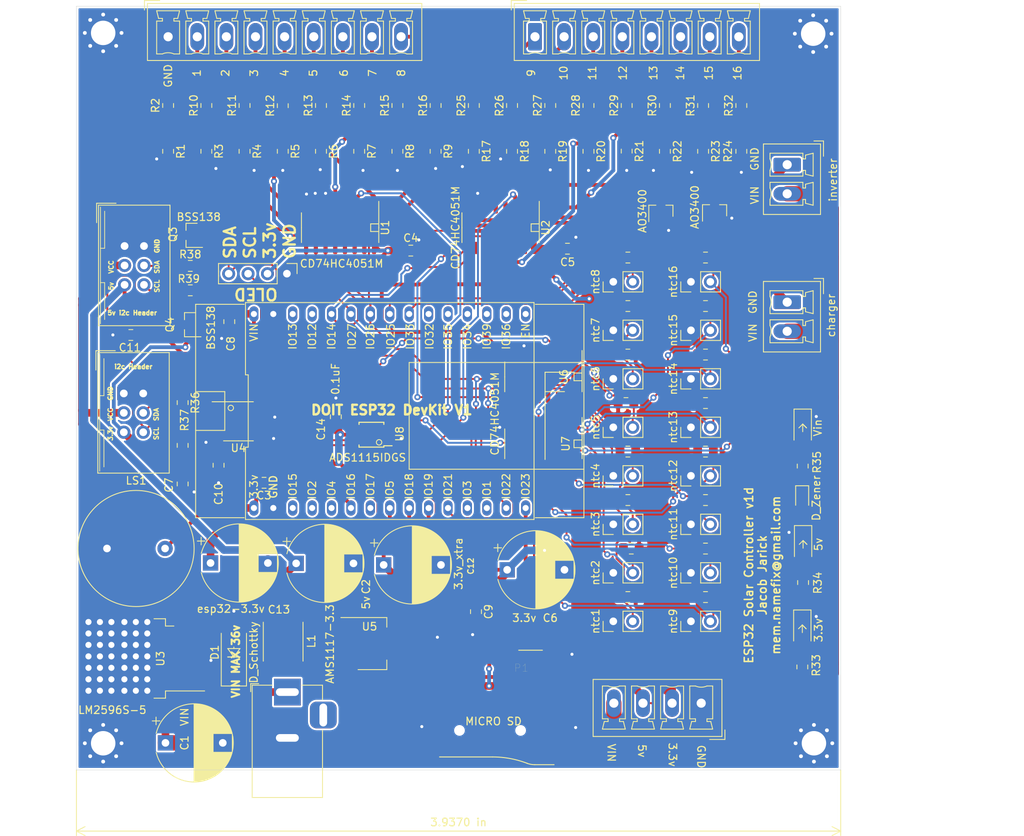
<source format=kicad_pcb>
(kicad_pcb (version 20171130) (host pcbnew "(5.1.4)-1")
  (layers (0 F.Cu signal) (31 B.Cu signal) (34 B.Paste user) (35 F.Paste user) (36 B.SilkS user) (37 F.SilkS user) (38 B.Mask user) (39 F.Mask user) (44 Edge.Cuts user))
  (net 0 "")
  (net 1 io33)
  (net 2 io25)
  (net 3 io26)
  (net 4 io27)
  (net 5 io4)
  (net 6 vin)
  (net 7 "Net-(D2-Pad2)")
  (net 8 io22)
  (net 9 io21)
  (net 10 EN)
  (net 11 io36)
  (net 12 io1)
  (net 13 io3)
  (net 14 io5)
  (net 15 io2)
  (net 16 io12)
  (net 17 +5V)
  (net 18 "Net-(D1-Pad1)")
  (net 19 io23)
  (net 20 AMUX1)
  (net 21 io19)
  (net 22 AMUX2)
  (net 23 io18)
  (net 24 io17)
  (net 25 io16)
  (net 26 io14)
  (net 27 io15)
  (net 28 io13)
  (net 29 AIN8)
  (net 30 AIN7)
  (net 31 AIN6)
  (net 32 AIN5)
  (net 33 AIN4)
  (net 34 AIN3)
  (net 35 AIN2)
  (net 36 AIN1)
  (net 37 AIN16)
  (net 38 AIN15)
  (net 39 AIN14)
  (net 40 AIN13)
  (net 41 AIN12)
  (net 42 AIN11)
  (net 43 AIN10)
  (net 44 AIN9)
  (net 45 CH1)
  (net 46 CH2)
  (net 47 CH3)
  (net 48 CH4)
  (net 49 CH5)
  (net 50 CH6)
  (net 51 CH7)
  (net 52 CH8)
  (net 53 CH9)
  (net 54 CH10)
  (net 55 CH11)
  (net 56 CH12)
  (net 57 CH13)
  (net 58 CH14)
  (net 59 CH15)
  (net 60 CH16)
  (net 61 "Net-(D3-Pad2)")
  (net 62 "Net-(D5-Pad2)")
  (net 63 "Net-(D4-Pad2)")
  (net 64 "Net-(J2-Pad1)")
  (net 65 "Net-(J7-Pad1)")
  (net 66 GND)
  (net 67 "Net-(P1-Pad9)")
  (net 68 "Net-(P1-Pad8)")
  (net 69 "Net-(U4-Pad3)")
  (net 70 scl5v)
  (net 71 sda5v)
  (net 72 +3V3)
  (net 73 "Net-(C13-Pad1)")
  (net 74 "Net-(P1-Pad1)")
  (net 75 AMUX4)
  (net 76 AMUX3)
  (net 77 CH17)
  (net 78 CH18)
  (net 79 CH19)
  (net 80 CH20)
  (net 81 CH21)
  (net 82 CH22)
  (net 83 CH23)
  (net 84 CH24)
  (net 85 CH26)
  (net 86 CH27)
  (net 87 CH28)
  (net 88 CH29)
  (net 89 CH30)
  (net 90 CH31)
  (net 91 CH32)
  (net 92 CH25)
  (net 93 io39)
  (net 94 io34)
  (net 95 io35)
  (net 96 io32)
  (net 97 "Net-(U8-Pad2)")
  (module "My Libs:esp32-devkit-v1" (layer F.Cu) (at 42 62)
    (fp_text reference J1 hide)
    (fp_text value Conn_02x15_Counter_Clockwise)
    (fp_text user 3.3v (at -17.78 11.557 90) (layer F.SilkS) (effects (justify left)))
    (fp_text user GND (at -15.24 11.557 90) (layer F.SilkS) (effects (justify left)))
    (fp_text user IO15 (at -12.7 11.684 90) (layer F.SilkS) (effects (justify left)))
    (fp_text user IO2 (at -10.16 11.684 90) (layer F.SilkS) (effects (justify left)))
    (fp_text user IO4 (at -7.62 11.684 90) (layer F.SilkS) (effects (justify left)))
    (fp_text user IO16 (at -5.08 11.684 90) (layer F.SilkS) (effects (justify left)))
    (fp_text user IO17 (at -2.54 11.684 90) (layer F.SilkS) (effects (justify left)))
    (fp_text user IO5 (at 0 11.684 90) (layer F.SilkS) (effects (justify left)))
    (fp_text user IO18 (at 2.54 11.684 90) (layer F.SilkS) (effects (justify left)))
    (fp_text user IO19 (at 5.08 11.684 90) (layer F.SilkS) (effects (justify left)))
    (fp_text user IO21 (at 7.62 11.684 90) (layer F.SilkS) (effects (justify left)))
    (fp_text user IO3 (at 10.16 11.684 90) (layer F.SilkS) (effects (justify left)))
    (fp_text user IO1 (at 12.7 11.684 90) (layer F.SilkS) (effects (justify left)))
    (fp_text user IO22 (at 15.24 11.684 90) (layer F.SilkS) (effects (justify left)))
    (fp_text user IO23 (at 17.78 11.684 90) (layer F.SilkS) (effects (justify left)))
    (fp_text user VIN (at -17.78 -11.557 90) (layer F.SilkS) (effects (justify right)))
    (fp_text user GND (at -15.24 11.557 90) (layer F.SilkS) (effects (justify left)))
    (fp_text user IO13 (at -12.7 -11.557 90) (layer F.SilkS) (effects (justify right)))
    (fp_text user IO12 (at -10.16 -11.557 90) (layer F.SilkS) (effects (justify right)))
    (fp_text user IO14 (at -7.62 -11.557 90) (layer F.SilkS) (effects (justify right)))
    (fp_text user IO27 (at -4.953 -11.557 90) (layer F.SilkS) (effects (justify right)))
    (fp_text user IO26 (at -2.54 -11.557 90) (layer F.SilkS) (effects (justify right)))
    (fp_text user IO25 (at 0.127 -11.557 90) (layer F.SilkS) (effects (justify right)))
    (fp_text user IO33 (at 2.667 -11.557 90) (layer F.SilkS) (effects (justify right)))
    (fp_text user IO32 (at 5.207 -11.557 90) (layer F.SilkS) (effects (justify right)))
    (fp_text user IO35 (at 7.62 -11.557 90) (layer F.SilkS) (effects (justify right)))
    (fp_text user IO34 (at 10.16 -11.557 90) (layer F.SilkS) (effects (justify right)))
    (fp_text user IO39 (at 12.7 -11.557 90) (layer F.SilkS) (effects (justify right)))
    (fp_text user IO36 (at 15.24 -11.557 90) (layer F.SilkS) (effects (justify right)))
    (fp_text user EN (at 17.78 -11.557 90) (layer F.SilkS) (effects (justify right)))
    (fp_text user "DOIT ESP32 DevKit V1" (at 0.254 -0.127) (layer F.SilkS) (effects (font (size 1.25 1.25) (thickness 0.3125))))
    (pad 15 thru_hole oval (at 17.78 12.7) (size 1.2 2) (drill 0.8) (layers *.Cu *.Mask) (net 19 io23))
    (pad 16 thru_hole oval (at 17.78 -12.7) (size 1.2 2) (drill 0.8) (layers *.Cu *.Mask) (net 10 EN))
    (pad 14 thru_hole oval (at 15.24 12.7) (size 1.2 2) (drill 0.8) (layers *.Cu *.Mask) (net 8 io22))
    (pad 17 thru_hole oval (at 15.24 -12.7) (size 1.2 2) (drill 0.8) (layers *.Cu *.Mask) (net 11 io36))
    (pad 13 thru_hole oval (at 12.7 12.7) (size 1.2 2) (drill 0.8) (layers *.Cu *.Mask) (net 12 io1))
    (pad 18 thru_hole oval (at 12.7 -12.7) (size 1.2 2) (drill 0.8) (layers *.Cu *.Mask) (net 93 io39))
    (pad 12 thru_hole oval (at 10.16 12.7) (size 1.2 2) (drill 0.8) (layers *.Cu *.Mask) (net 13 io3))
    (pad 19 thru_hole oval (at 10.16 -12.7) (size 1.2 2) (drill 0.8) (layers *.Cu *.Mask) (net 94 io34))
    (pad 11 thru_hole oval (at 7.62 12.7) (size 1.2 2) (drill 0.8) (layers *.Cu *.Mask) (net 9 io21))
    (pad 20 thru_hole oval (at 7.62 -12.7) (size 1.2 2) (drill 0.8) (layers *.Cu *.Mask) (net 95 io35))
    (pad 10 thru_hole oval (at 5.08 12.7) (size 1.2 2) (drill 0.8) (layers *.Cu *.Mask) (net 21 io19))
    (pad 21 thru_hole oval (at 5.08 -12.7) (size 1.2 2) (drill 0.8) (layers *.Cu *.Mask) (net 96 io32))
    (pad 9 thru_hole oval (at 2.54 12.7) (size 1.2 2) (drill 0.8) (layers *.Cu *.Mask) (net 23 io18))
    (pad 22 thru_hole oval (at 2.54 -12.7) (size 1.2 2) (drill 0.8) (layers *.Cu *.Mask) (net 1 io33))
    (pad 8 thru_hole oval (at 0 12.7) (size 1.2 2) (drill 0.8) (layers *.Cu *.Mask) (net 14 io5))
    (pad 23 thru_hole oval (at 0 -12.7) (size 1.2 2) (drill 0.8) (layers *.Cu *.Mask) (net 2 io25))
    (pad 7 thru_hole oval (at -2.54 12.7) (size 1.2 2) (drill 0.8) (layers *.Cu *.Mask) (net 24 io17))
    (pad 24 thru_hole oval (at -2.54 -12.7) (size 1.2 2) (drill 0.8) (layers *.Cu *.Mask) (net 3 io26))
    (pad 6 thru_hole oval (at -5.08 12.7) (size 1.2 2) (drill 0.8) (layers *.Cu *.Mask) (net 25 io16))
    (pad 25 thru_hole oval (at -5.08 -12.7) (size 1.2 2) (drill 0.8) (layers *.Cu *.Mask) (net 4 io27))
    (pad 5 thru_hole oval (at -7.62 12.7) (size 1.2 2) (drill 0.8) (layers *.Cu *.Mask) (net 5 io4))
    (pad 26 thru_hole oval (at -7.62 -12.7) (size 1.2 2) (drill 0.8) (layers *.Cu *.Mask) (net 26 io14))
    (pad 4 thru_hole oval (at -10.16 12.7) (size 1.2 2) (drill 0.8) (layers *.Cu *.Mask) (net 15 io2))
    (pad 27 thru_hole oval (at -10.16 -12.7) (size 1.2 2) (drill 0.8) (layers *.Cu *.Mask) (net 16 io12))
    (pad 3 thru_hole oval (at -12.7 12.7) (size 1.2 2) (drill 0.8) (layers *.Cu *.Mask) (net 27 io15))
    (pad 28 thru_hole oval (at -12.7 -12.7) (size 1.2 2) (drill 0.8) (layers *.Cu *.Mask) (net 28 io13))
    (pad 2 thru_hole rect (at -15.24 12.7) (size 1.2 2) (drill 0.8) (layers *.Cu *.Mask) (net 66 GND))
    (pad 29 thru_hole rect (at -15.24 -12.7) (size 1.2 2) (drill 0.8) (layers *.Cu *.Mask) (net 66 GND))
    (pad 1 thru_hole oval (at -17.78 12.7) (size 1.2 2) (drill 0.8) (layers *.Cu *.Mask) (net 73 "Net-(C13-Pad1)"))
    (pad 30 thru_hole oval (at -17.78 -12.7) (size 1.2 2) (drill 0.8) (layers *.Cu *.Mask) (net 17 +5V))
  )
  (module Connector_Phoenix_MC:PhoenixContact_MCV_1,5_4-G-3.81_1x04_P3.81mm_Vertical (layer F.Cu) (at 82.75 100.25 180)
    (fp_text reference J4 hide)
    (fp_text value Screw_Terminal_01x04)
    (pad 4 thru_hole oval (at 11.43 0 180) (size 1.8 3.6) (drill 1.2) (layers *.Cu *.Mask) (net 6 vin))
    (pad 3 thru_hole oval (at 7.62 0 180) (size 1.8 3.6) (drill 1.2) (layers *.Cu *.Mask) (net 17 +5V))
    (pad 2 thru_hole oval (at 3.81 0 180) (size 1.8 3.6) (drill 1.2) (layers *.Cu *.Mask) (net 72 +3V3))
    (pad 1 thru_hole roundrect (at 0 0 180) (size 1.8 3.6) (drill 1.2) (layers *.Cu *.Mask) (roundrect_rratio 0.138889) (net 66 GND))
  )
  (module "My Libs:i2c-Header" (layer F.Cu) (at 7.2 59.7)
    (fp_text reference J13 hide)
    (fp_text value i2c_3.3v)
    (fp_text user "i2c Header" (at 1.25 -3.5 180) (layer F.SilkS) (effects (font (size 0.6 0.6))))
    (fp_text user "i2c Header" (at 1.25 -3.5 180) (layer F.SilkS) (effects (font (size 0.6 0.6))))
    (fp_text user 3.3v (at -1.75 5.25 90) (layer F.SilkS) (effects (font (size 0.6 0.6))))
    (fp_text user SCL (at 4.25 5.25 90) (layer F.SilkS) (effects (font (size 0.6 0.6))))
    (fp_text user VCC (at -1.75 2.75 90) (layer F.SilkS) (effects (font (size 0.6 0.6))))
    (fp_text user SDA (at 4.25 2.75 90) (layer F.SilkS) (effects (font (size 0.6 0.6))))
    (fp_text user GND (at -1.75 0 90) (layer F.SilkS) (effects (font (size 0.6 0.6))))
    (fp_text user GND (at -1.75 0 90) (layer F.SilkS) (effects (font (size 0.6 0.6))))
    (pad 1 thru_hole rect (at 0 0) (size 1.7272 1.7272) (drill 1.016) (layers *.Cu *.Mask) (net 66 GND))
    (pad 2 thru_hole oval (at 2.54 0) (size 1.7272 1.7272) (drill 1.016) (layers *.Cu *.Mask) (net 66 GND))
    (pad 3 thru_hole oval (at 0 2.54) (size 1.7272 1.7272) (drill 1.016) (layers *.Cu *.Mask) (net 6 vin))
    (pad 4 thru_hole oval (at 2.54 2.54) (size 1.7272 1.7272) (drill 1.016) (layers *.Cu *.Mask) (net 9 io21))
    (pad 5 thru_hole oval (at 0 5.08) (size 1.7272 1.7272) (drill 1.016) (layers *.Cu *.Mask) (net 72 +3V3))
    (pad 6 thru_hole oval (at 2.54 5.08) (size 1.7272 1.7272) (drill 1.016) (layers *.Cu *.Mask) (net 8 io22))
  )
  (module Capacitor_SMD:C_0805_2012Metric_Pad1.15x1.40mm_HandSolder (layer F.Cu) (at 19.6 69.1 270)
    (fp_text reference C10 (at 3.75 0 90) (layer F.SilkS))
    (fp_text value 47uF)
    (pad 2 smd roundrect (at 1.025 0 270) (size 1.15 1.4) (layers F.Cu F.Paste F.Mask) (roundrect_rratio 0.217391) (net 66 GND))
    (pad 1 smd roundrect (at -1.025 0 270) (size 1.15 1.4) (layers F.Cu F.Paste F.Mask) (roundrect_rratio 0.217391) (net 72 +3V3))
  )
  (module Buzzer_Beeper:Buzzer_15x7.5RM7.6 (layer F.Cu) (at 5 80)
    (fp_text reference LS1 (at 3.81 -8.89) (layer F.SilkS))
    (fp_text value Speaker_Crystal)
    (pad 2 thru_hole circle (at 7.6 0) (size 2 2) (drill 1) (layers *.Cu *.Mask) (net 25 io16))
    (pad 1 thru_hole rect (at 0 0) (size 2 2) (drill 1) (layers *.Cu *.Mask) (net 66 GND))
  )
  (module "My Libs:i2c-Header-5v" (layer F.Cu) (at 7.3 40.4)
    (fp_text reference J8 hide)
    (fp_text value i2c_5v)
    (fp_text user GND (at 4.25 0 270) (layer F.SilkS) (effects (font (size 0.6 0.6))))
    (fp_text user GND (at 4.25 0 270) (layer F.SilkS) (effects (font (size 0.6 0.6))))
    (fp_text user SDA (at 4.25 2.75 270) (layer F.SilkS) (effects (font (size 0.6 0.6))))
    (fp_text user VCC (at -1.75 2.75 270) (layer F.SilkS) (effects (font (size 0.6 0.6))))
    (fp_text user SCL (at 4.25 5.25 270) (layer F.SilkS) (effects (font (size 0.6 0.6))))
    (fp_text user 5v (at -1.75 5.25 270) (layer F.SilkS) (effects (font (size 0.6 0.6))))
    (fp_text user "5v i2c Header" (at 1 8.75) (layer F.SilkS) (effects (font (size 0.6 0.6))))
    (fp_text user "5v i2c Header" (at 1 8.75) (layer F.SilkS) (effects (font (size 0.6 0.6))))
    (pad 6 thru_hole oval (at 2.54 5.08) (size 1.7272 1.7272) (drill 1.016) (layers *.Cu *.Mask) (net 70 scl5v))
    (pad 5 thru_hole oval (at 0 5.08) (size 1.7272 1.7272) (drill 1.016) (layers *.Cu *.Mask) (net 17 +5V))
    (pad 4 thru_hole oval (at 2.54 2.54) (size 1.7272 1.7272) (drill 1.016) (layers *.Cu *.Mask) (net 71 sda5v))
    (pad 3 thru_hole oval (at 0 2.54) (size 1.7272 1.7272) (drill 1.016) (layers *.Cu *.Mask) (net 6 vin))
    (pad 2 thru_hole oval (at 2.54 0) (size 1.7272 1.7272) (drill 1.016) (layers *.Cu *.Mask) (net 66 GND))
    (pad 1 thru_hole rect (at 0 0) (size 1.7272 1.7272) (drill 1.016) (layers *.Cu *.Mask) (net 66 GND))
  )
  (module Package_SO:TSSOP-10_3x3mm_P0.5mm (layer F.Cu) (at 39.6 65.1 180)
    (fp_text reference U8 (at -3.7 0.1 90) (layer F.SilkS))
    (fp_text value ADS1115IDGS (at 0.5 -3) (layer F.SilkS))
    (pad 1 smd rect (at -2.15 -1 180) (size 1.1 0.25) (layers F.Cu F.Paste F.Mask) (net 66 GND))
    (pad 2 smd rect (at -2.15 -0.5 180) (size 1.1 0.25) (layers F.Cu F.Paste F.Mask) (net 97 "Net-(U8-Pad2)"))
    (pad 3 smd rect (at -2.15 0 180) (size 1.1 0.25) (layers F.Cu F.Paste F.Mask) (net 66 GND))
    (pad 4 smd rect (at -2.15 0.5 180) (size 1.1 0.25) (layers F.Cu F.Paste F.Mask) (net 20 AMUX1))
    (pad 5 smd rect (at -2.15 1 180) (size 1.1 0.25) (layers F.Cu F.Paste F.Mask) (net 22 AMUX2))
    (pad 6 smd rect (at 2.15 1 180) (size 1.1 0.25) (layers F.Cu F.Paste F.Mask) (net 76 AMUX3))
    (pad 7 smd rect (at 2.15 0.5 180) (size 1.1 0.25) (layers F.Cu F.Paste F.Mask) (net 75 AMUX4))
    (pad 8 smd rect (at 2.15 0 180) (size 1.1 0.25) (layers F.Cu F.Paste F.Mask) (net 72 +3V3))
    (pad 9 smd rect (at 2.15 -0.5 180) (size 1.1 0.25) (layers F.Cu F.Paste F.Mask) (net 9 io21))
    (pad 10 smd rect (at 2.15 -1 180) (size 1.1 0.25) (layers F.Cu F.Paste F.Mask) (net 8 io22))
  )
  (module Capacitor_SMD:C_0805_2012Metric_Pad1.15x1.40mm_HandSolder (layer F.Cu) (at 34.94 62.75 90)
    (fp_text reference C14 (at -1.65 -1.94 90) (layer F.SilkS))
    (fp_text value 0.1uF (at 4.95 -0.04 90) (layer F.SilkS))
    (pad 2 smd roundrect (at 1.025 0 90) (size 1.15 1.4) (layers F.Cu F.Paste F.Mask) (roundrect_rratio 0.217391) (net 66 GND))
    (pad 1 smd roundrect (at -1.025 0 90) (size 1.15 1.4) (layers F.Cu F.Paste F.Mask) (roundrect_rratio 0.217391) (net 72 +3V3))
  )
  (module Resistor_SMD:R_0805_2012Metric_Pad1.15x1.40mm_HandSolder (layer F.Cu) (at 15.9 46.2)
    (fp_text reference R39 (at -0.2 -1.5 180) (layer F.SilkS))
    (fp_text value 10k)
    (pad 2 smd roundrect (at 1.025 0) (size 1.15 1.4) (layers F.Cu F.Paste F.Mask) (roundrect_rratio 0.217391) (net 17 +5V))
    (pad 1 smd roundrect (at -1.025 0) (size 1.15 1.4) (layers F.Cu F.Paste F.Mask) (roundrect_rratio 0.217391) (net 70 scl5v))
  )
  (module Package_SO:STC_SOP-16_3.9x9.9mm_P1.27mm (layer F.Cu) (at 62.103 66.294 270)
    (fp_text reference U7 (at 0 -2.921 270) (layer F.SilkS))
    (fp_text value CD74HC4051M (at -3.937 6.35 270) (layer F.SilkS))
    (pad 1 smd roundrect (at -2.65 -4.445 270) (size 1.6 0.55) (layers F.Cu F.Paste F.Mask) (net 88 CH29))
    (pad 2 smd roundrect (at -2.65 -3.175 270) (size 1.6 0.55) (layers F.Cu F.Paste F.Mask) (net 90 CH31))
    (pad 3 smd roundrect (at -2.65 -1.905 270) (size 1.6 0.55) (layers F.Cu F.Paste F.Mask) (net 75 AMUX4))
    (pad 4 smd roundrect (at -2.65 -0.635 270) (size 1.6 0.55) (layers F.Cu F.Paste F.Mask) (net 91 CH32))
    (pad 5 smd roundrect (at -2.65 0.635 270) (size 1.6 0.55) (layers F.Cu F.Paste F.Mask) (net 89 CH30))
    (pad 6 smd roundrect (at -2.65 1.905 270) (size 1.6 0.55) (layers F.Cu F.Paste F.Mask) (net 66 GND))
    (pad 7 smd roundrect (at -2.65 3.175 270) (size 1.6 0.55) (layers F.Cu F.Paste F.Mask) (net 66 GND))
    (pad 8 smd roundrect (at -2.65 4.445 270) (size 1.6 0.55) (layers F.Cu F.Paste F.Mask) (net 66 GND))
    (pad 9 smd roundrect (at 2.65 4.445 270) (size 1.6 0.55) (layers F.Cu F.Paste F.Mask) (net 4 io27))
    (pad 10 smd roundrect (at 2.65 3.175 270) (size 1.6 0.55) (layers F.Cu F.Paste F.Mask) (net 26 io14))
    (pad 11 smd roundrect (at 2.65 1.905 270) (size 1.6 0.55) (layers F.Cu F.Paste F.Mask) (net 3 io26))
    (pad 12 smd roundrect (at 2.65 0.635 270) (size 1.6 0.55) (layers F.Cu F.Paste F.Mask) (net 87 CH28))
    (pad 13 smd roundrect (at 2.65 -0.635 270) (size 1.6 0.55) (layers F.Cu F.Paste F.Mask) (net 92 CH25))
    (pad 14 smd roundrect (at 2.65 -1.905 270) (size 1.6 0.55) (layers F.Cu F.Paste F.Mask) (net 85 CH26))
    (pad 15 smd roundrect (at 2.65 -3.175 270) (size 1.6 0.55) (layers F.Cu F.Paste F.Mask) (net 86 CH27))
    (pad 16 smd roundrect (at 2.65 -4.445 270) (size 1.6 0.55) (layers F.Cu F.Paste F.Mask) (net 72 +3V3))
  )
  (module Package_SO:STC_SOP-16_3.9x9.9mm_P1.27mm (layer F.Cu) (at 62.103 57.531 270)
    (fp_text reference U6 (at 0 -2.667 270) (layer F.SilkS))
    (fp_text value CD74HC4051M hide)
    (pad 1 smd roundrect (at -2.65 -4.445 270) (size 1.6 0.55) (layers F.Cu F.Paste F.Mask) (net 81 CH21))
    (pad 2 smd roundrect (at -2.65 -3.175 270) (size 1.6 0.55) (layers F.Cu F.Paste F.Mask) (net 83 CH23))
    (pad 3 smd roundrect (at -2.65 -1.905 270) (size 1.6 0.55) (layers F.Cu F.Paste F.Mask) (net 76 AMUX3))
    (pad 4 smd roundrect (at -2.65 -0.635 270) (size 1.6 0.55) (layers F.Cu F.Paste F.Mask) (net 84 CH24))
    (pad 5 smd roundrect (at -2.65 0.635 270) (size 1.6 0.55) (layers F.Cu F.Paste F.Mask) (net 82 CH22))
    (pad 6 smd roundrect (at -2.65 1.905 270) (size 1.6 0.55) (layers F.Cu F.Paste F.Mask) (net 66 GND))
    (pad 7 smd roundrect (at -2.65 3.175 270) (size 1.6 0.55) (layers F.Cu F.Paste F.Mask) (net 66 GND))
    (pad 8 smd roundrect (at -2.65 4.445 270) (size 1.6 0.55) (layers F.Cu F.Paste F.Mask) (net 66 GND))
    (pad 9 smd roundrect (at 2.65 4.445 270) (size 1.6 0.55) (layers F.Cu F.Paste F.Mask) (net 4 io27))
    (pad 10 smd roundrect (at 2.65 3.175 270) (size 1.6 0.55) (layers F.Cu F.Paste F.Mask) (net 26 io14))
    (pad 11 smd roundrect (at 2.65 1.905 270) (size 1.6 0.55) (layers F.Cu F.Paste F.Mask) (net 3 io26))
    (pad 12 smd roundrect (at 2.65 0.635 270) (size 1.6 0.55) (layers F.Cu F.Paste F.Mask) (net 80 CH20))
    (pad 13 smd roundrect (at 2.65 -0.635 270) (size 1.6 0.55) (layers F.Cu F.Paste F.Mask) (net 77 CH17))
    (pad 14 smd roundrect (at 2.65 -1.905 270) (size 1.6 0.55) (layers F.Cu F.Paste F.Mask) (net 78 CH18))
    (pad 15 smd roundrect (at 2.65 -3.175 270) (size 1.6 0.55) (layers F.Cu F.Paste F.Mask) (net 79 CH19))
    (pad 16 smd roundrect (at 2.65 -4.445 270) (size 1.6 0.55) (layers F.Cu F.Paste F.Mask) (net 72 +3V3))
  )
  (module Resistor_SMD:R_0805_2012Metric_Pad1.15x1.40mm_HandSolder (layer F.Cu) (at 83.312 41.91)
    (fp_text reference R55 hide)
    (fp_text value 10k)
    (pad 2 smd roundrect (at 1.025 0) (size 1.15 1.4) (layers F.Cu F.Paste F.Mask) (roundrect_rratio 0.217391) (net 91 CH32))
    (pad 1 smd roundrect (at -1.025 0) (size 1.15 1.4) (layers F.Cu F.Paste F.Mask) (roundrect_rratio 0.217391) (net 72 +3V3))
  )
  (module Resistor_SMD:R_0805_2012Metric_Pad1.15x1.40mm_HandSolder (layer F.Cu) (at 83.312 48.26)
    (fp_text reference R54 hide)
    (fp_text value 10k)
    (pad 2 smd roundrect (at 1.025 0) (size 1.15 1.4) (layers F.Cu F.Paste F.Mask) (roundrect_rratio 0.217391) (net 90 CH31))
    (pad 1 smd roundrect (at -1.025 0) (size 1.15 1.4) (layers F.Cu F.Paste F.Mask) (roundrect_rratio 0.217391) (net 72 +3V3))
  )
  (module Resistor_SMD:R_0805_2012Metric_Pad1.15x1.40mm_HandSolder (layer F.Cu) (at 83.312 54.61)
    (fp_text reference R53 hide)
    (fp_text value 10k)
    (pad 2 smd roundrect (at 1.025 0) (size 1.15 1.4) (layers F.Cu F.Paste F.Mask) (roundrect_rratio 0.217391) (net 89 CH30))
    (pad 1 smd roundrect (at -1.025 0) (size 1.15 1.4) (layers F.Cu F.Paste F.Mask) (roundrect_rratio 0.217391) (net 72 +3V3))
  )
  (module Resistor_SMD:R_0805_2012Metric_Pad1.15x1.40mm_HandSolder (layer F.Cu) (at 83.312 60.96)
    (fp_text reference R52 hide)
    (fp_text value 10k)
    (pad 2 smd roundrect (at 1.025 0) (size 1.15 1.4) (layers F.Cu F.Paste F.Mask) (roundrect_rratio 0.217391) (net 88 CH29))
    (pad 1 smd roundrect (at -1.025 0) (size 1.15 1.4) (layers F.Cu F.Paste F.Mask) (roundrect_rratio 0.217391) (net 72 +3V3))
  )
  (module Resistor_SMD:R_0805_2012Metric_Pad1.15x1.40mm_HandSolder (layer F.Cu) (at 83.312 67.31)
    (fp_text reference R51 hide)
    (fp_text value 10k)
    (pad 2 smd roundrect (at 1.025 0) (size 1.15 1.4) (layers F.Cu F.Paste F.Mask) (roundrect_rratio 0.217391) (net 87 CH28))
    (pad 1 smd roundrect (at -1.025 0) (size 1.15 1.4) (layers F.Cu F.Paste F.Mask) (roundrect_rratio 0.217391) (net 72 +3V3))
  )
  (module Resistor_SMD:R_0805_2012Metric_Pad1.15x1.40mm_HandSolder (layer F.Cu) (at 83.312 73.66 180)
    (fp_text reference R50 hide)
    (fp_text value 10k)
    (pad 2 smd roundrect (at 1.025 0 180) (size 1.15 1.4) (layers F.Cu F.Paste F.Mask) (roundrect_rratio 0.217391) (net 86 CH27))
    (pad 1 smd roundrect (at -1.025 0 180) (size 1.15 1.4) (layers F.Cu F.Paste F.Mask) (roundrect_rratio 0.217391) (net 72 +3V3))
  )
  (module Resistor_SMD:R_0805_2012Metric_Pad1.15x1.40mm_HandSolder (layer F.Cu) (at 83.312 80.01 180)
    (fp_text reference R49 hide)
    (fp_text value 10k)
    (pad 2 smd roundrect (at 1.025 0 180) (size 1.15 1.4) (layers F.Cu F.Paste F.Mask) (roundrect_rratio 0.217391) (net 85 CH26))
    (pad 1 smd roundrect (at -1.025 0 180) (size 1.15 1.4) (layers F.Cu F.Paste F.Mask) (roundrect_rratio 0.217391) (net 72 +3V3))
  )
  (module Resistor_SMD:R_0805_2012Metric_Pad1.15x1.40mm_HandSolder (layer F.Cu) (at 83.312 86.36)
    (fp_text reference R48 hide)
    (fp_text value 10k)
    (pad 2 smd roundrect (at 1.025 0) (size 1.15 1.4) (layers F.Cu F.Paste F.Mask) (roundrect_rratio 0.217391) (net 92 CH25))
    (pad 1 smd roundrect (at -1.025 0) (size 1.15 1.4) (layers F.Cu F.Paste F.Mask) (roundrect_rratio 0.217391) (net 72 +3V3))
  )
  (module Resistor_SMD:R_0805_2012Metric_Pad1.15x1.40mm_HandSolder (layer F.Cu) (at 73.152 41.91 180)
    (fp_text reference R47 hide)
    (fp_text value 10k)
    (pad 2 smd roundrect (at 1.025 0 180) (size 1.15 1.4) (layers F.Cu F.Paste F.Mask) (roundrect_rratio 0.217391) (net 84 CH24))
    (pad 1 smd roundrect (at -1.025 0 180) (size 1.15 1.4) (layers F.Cu F.Paste F.Mask) (roundrect_rratio 0.217391) (net 72 +3V3))
  )
  (module Resistor_SMD:R_0805_2012Metric_Pad1.15x1.40mm_HandSolder (layer F.Cu) (at 73.152 48.26 180)
    (fp_text reference R46 hide)
    (fp_text value 10k)
    (pad 2 smd roundrect (at 1.025 0 180) (size 1.15 1.4) (layers F.Cu F.Paste F.Mask) (roundrect_rratio 0.217391) (net 83 CH23))
    (pad 1 smd roundrect (at -1.025 0 180) (size 1.15 1.4) (layers F.Cu F.Paste F.Mask) (roundrect_rratio 0.217391) (net 72 +3V3))
  )
  (module Resistor_SMD:R_0805_2012Metric_Pad1.15x1.40mm_HandSolder (layer F.Cu) (at 73.152 54.61 180)
    (fp_text reference R45 hide)
    (fp_text value 10k)
    (pad 2 smd roundrect (at 1.025 0 180) (size 1.15 1.4) (layers F.Cu F.Paste F.Mask) (roundrect_rratio 0.217391) (net 82 CH22))
    (pad 1 smd roundrect (at -1.025 0 180) (size 1.15 1.4) (layers F.Cu F.Paste F.Mask) (roundrect_rratio 0.217391) (net 72 +3V3))
  )
  (module Resistor_SMD:R_0805_2012Metric_Pad1.15x1.40mm_HandSolder (layer F.Cu) (at 72.907 60.96)
    (fp_text reference R44 hide)
    (fp_text value 10k)
    (pad 2 smd roundrect (at 1.025 0) (size 1.15 1.4) (layers F.Cu F.Paste F.Mask) (roundrect_rratio 0.217391) (net 81 CH21))
    (pad 1 smd roundrect (at -1.025 0) (size 1.15 1.4) (layers F.Cu F.Paste F.Mask) (roundrect_rratio 0.217391) (net 72 +3V3))
  )
  (module Resistor_SMD:R_0805_2012Metric_Pad1.15x1.40mm_HandSolder (layer F.Cu) (at 73.152 67.31 180)
    (fp_text reference R43 hide)
    (fp_text value 10k)
    (pad 2 smd roundrect (at 1.025 0 180) (size 1.15 1.4) (layers F.Cu F.Paste F.Mask) (roundrect_rratio 0.217391) (net 80 CH20))
    (pad 1 smd roundrect (at -1.025 0 180) (size 1.15 1.4) (layers F.Cu F.Paste F.Mask) (roundrect_rratio 0.217391) (net 72 +3V3))
  )
  (module Resistor_SMD:R_0805_2012Metric_Pad1.15x1.40mm_HandSolder (layer F.Cu) (at 73.152 73.66 180)
    (fp_text reference R42 hide)
    (fp_text value 10k)
    (pad 2 smd roundrect (at 1.025 0 180) (size 1.15 1.4) (layers F.Cu F.Paste F.Mask) (roundrect_rratio 0.217391) (net 79 CH19))
    (pad 1 smd roundrect (at -1.025 0 180) (size 1.15 1.4) (layers F.Cu F.Paste F.Mask) (roundrect_rratio 0.217391) (net 72 +3V3))
  )
  (module Resistor_SMD:R_0805_2012Metric_Pad1.15x1.40mm_HandSolder (layer F.Cu) (at 73.6 80.01 180)
    (fp_text reference R41 hide)
    (fp_text value 10k)
    (pad 2 smd roundrect (at 1.025 0 180) (size 1.15 1.4) (layers F.Cu F.Paste F.Mask) (roundrect_rratio 0.217391) (net 78 CH18))
    (pad 1 smd roundrect (at -1.025 0 180) (size 1.15 1.4) (layers F.Cu F.Paste F.Mask) (roundrect_rratio 0.217391) (net 72 +3V3))
  )
  (module Resistor_SMD:R_0805_2012Metric_Pad1.15x1.40mm_HandSolder (layer F.Cu) (at 73.152 86.36 180)
    (fp_text reference R40 hide)
    (fp_text value 10k)
    (pad 2 smd roundrect (at 1.025 0 180) (size 1.15 1.4) (layers F.Cu F.Paste F.Mask) (roundrect_rratio 0.217391) (net 77 CH17))
    (pad 1 smd roundrect (at -1.025 0 180) (size 1.15 1.4) (layers F.Cu F.Paste F.Mask) (roundrect_rratio 0.217391) (net 72 +3V3))
  )
  (module Connector_PinHeader_2.54mm:PinHeader_1x02_P2.54mm_Vertical (layer F.Cu) (at 81.407 45.085 90)
    (fp_text reference ntc16 (at 0 -2.33 90) (layer F.SilkS))
    (fp_text value Conn_02x01)
    (pad 2 thru_hole oval (at 0 2.54 90) (size 1.7 1.7) (drill 1) (layers *.Cu *.Mask) (net 91 CH32))
    (pad 1 thru_hole rect (at 0 0 90) (size 1.7 1.7) (drill 1) (layers *.Cu *.Mask) (net 66 GND))
  )
  (module Connector_PinHeader_2.54mm:PinHeader_1x02_P2.54mm_Vertical (layer F.Cu) (at 81.407 51.435 90)
    (fp_text reference ntc15 (at 0 -2.33 90) (layer F.SilkS))
    (fp_text value Conn_02x01)
    (pad 2 thru_hole oval (at 0 2.54 90) (size 1.7 1.7) (drill 1) (layers *.Cu *.Mask) (net 90 CH31))
    (pad 1 thru_hole rect (at 0 0 90) (size 1.7 1.7) (drill 1) (layers *.Cu *.Mask) (net 66 GND))
  )
  (module Connector_PinHeader_2.54mm:PinHeader_1x02_P2.54mm_Vertical (layer F.Cu) (at 81.407 57.785 90)
    (fp_text reference ntc14 (at 0 -2.33 90) (layer F.SilkS))
    (fp_text value Conn_02x01)
    (pad 2 thru_hole oval (at 0 2.54 90) (size 1.7 1.7) (drill 1) (layers *.Cu *.Mask) (net 89 CH30))
    (pad 1 thru_hole rect (at 0 0 90) (size 1.7 1.7) (drill 1) (layers *.Cu *.Mask) (net 66 GND))
  )
  (module Connector_PinHeader_2.54mm:PinHeader_1x02_P2.54mm_Vertical (layer F.Cu) (at 81.407 64.135 90)
    (fp_text reference ntc13 (at 0 -2.33 90) (layer F.SilkS))
    (fp_text value Conn_02x01)
    (pad 2 thru_hole oval (at 0 2.54 90) (size 1.7 1.7) (drill 1) (layers *.Cu *.Mask) (net 88 CH29))
    (pad 1 thru_hole rect (at 0 0 90) (size 1.7 1.7) (drill 1) (layers *.Cu *.Mask) (net 66 GND))
  )
  (module Connector_PinHeader_2.54mm:PinHeader_1x02_P2.54mm_Vertical (layer F.Cu) (at 81.407 70.485 90)
    (fp_text reference ntc12 (at 0 -2.33 90) (layer F.SilkS))
    (fp_text value Conn_02x01)
    (pad 2 thru_hole oval (at 0 2.54 90) (size 1.7 1.7) (drill 1) (layers *.Cu *.Mask) (net 87 CH28))
    (pad 1 thru_hole rect (at 0 0 90) (size 1.7 1.7) (drill 1) (layers *.Cu *.Mask) (net 66 GND))
  )
  (module Connector_PinHeader_2.54mm:PinHeader_1x02_P2.54mm_Vertical (layer F.Cu) (at 81.407 76.835 90)
    (fp_text reference ntc11 (at 0 -2.33 90) (layer F.SilkS))
    (fp_text value Conn_02x01)
    (pad 2 thru_hole oval (at 0 2.54 90) (size 1.7 1.7) (drill 1) (layers *.Cu *.Mask) (net 86 CH27))
    (pad 1 thru_hole rect (at 0 0 90) (size 1.7 1.7) (drill 1) (layers *.Cu *.Mask) (net 66 GND))
  )
  (module Connector_PinHeader_2.54mm:PinHeader_1x02_P2.54mm_Vertical (layer F.Cu) (at 81.407 83.185 90)
    (fp_text reference ntc10 (at 0 -2.33 90) (layer F.SilkS))
    (fp_text value Conn_02x01)
    (pad 2 thru_hole oval (at 0 2.54 90) (size 1.7 1.7) (drill 1) (layers *.Cu *.Mask) (net 85 CH26))
    (pad 1 thru_hole rect (at 0 0 90) (size 1.7 1.7) (drill 1) (layers *.Cu *.Mask) (net 66 GND))
  )
  (module Connector_PinHeader_2.54mm:PinHeader_1x02_P2.54mm_Vertical (layer F.Cu) (at 81.407 89.535 90)
    (fp_text reference ntc9 (at 0 -2.33 90) (layer F.SilkS))
    (fp_text value Conn_02x01)
    (pad 2 thru_hole oval (at 0 2.54 90) (size 1.7 1.7) (drill 1) (layers *.Cu *.Mask) (net 92 CH25))
    (pad 1 thru_hole rect (at 0 0 90) (size 1.7 1.7) (drill 1) (layers *.Cu *.Mask) (net 66 GND))
  )
  (module Connector_PinHeader_2.54mm:PinHeader_1x02_P2.54mm_Vertical (layer F.Cu) (at 71.247 45.085 90)
    (fp_text reference ntc8 (at 0 -2.33 90) (layer F.SilkS))
    (fp_text value Conn_02x01)
    (pad 2 thru_hole oval (at 0 2.54 90) (size 1.7 1.7) (drill 1) (layers *.Cu *.Mask) (net 84 CH24))
    (pad 1 thru_hole rect (at 0 0 90) (size 1.7 1.7) (drill 1) (layers *.Cu *.Mask) (net 66 GND))
  )
  (module Connector_PinHeader_2.54mm:PinHeader_1x02_P2.54mm_Vertical (layer F.Cu) (at 71.247 51.435 90)
    (fp_text reference ntc7 (at 0 -2.33 90) (layer F.SilkS))
    (fp_text value Conn_02x01)
    (pad 2 thru_hole oval (at 0 2.54 90) (size 1.7 1.7) (drill 1) (layers *.Cu *.Mask) (net 83 CH23))
    (pad 1 thru_hole rect (at 0 0 90) (size 1.7 1.7) (drill 1) (layers *.Cu *.Mask) (net 66 GND))
  )
  (module Connector_PinHeader_2.54mm:PinHeader_1x02_P2.54mm_Vertical (layer F.Cu) (at 71.247 57.785 90)
    (fp_text reference ntc6 (at 0 -2.33 90) (layer F.SilkS))
    (fp_text value Conn_02x01)
    (pad 2 thru_hole oval (at 0 2.54 90) (size 1.7 1.7) (drill 1) (layers *.Cu *.Mask) (net 82 CH22))
    (pad 1 thru_hole rect (at 0 0 90) (size 1.7 1.7) (drill 1) (layers *.Cu *.Mask) (net 66 GND))
  )
  (module Connector_PinHeader_2.54mm:PinHeader_1x02_P2.54mm_Vertical (layer F.Cu) (at 71.247 64.135 90)
    (fp_text reference ntc5 (at 0 -2.33 90) (layer F.SilkS))
    (fp_text value Conn_02x01)
    (pad 2 thru_hole oval (at 0 2.54 90) (size 1.7 1.7) (drill 1) (layers *.Cu *.Mask) (net 81 CH21))
    (pad 1 thru_hole rect (at 0 0 90) (size 1.7 1.7) (drill 1) (layers *.Cu *.Mask) (net 66 GND))
  )
  (module Connector_PinHeader_2.54mm:PinHeader_1x02_P2.54mm_Vertical (layer F.Cu) (at 71.247 70.485 90)
    (fp_text reference ntc4 (at 0 -2.33 90) (layer F.SilkS))
    (fp_text value Conn_02x01)
    (pad 2 thru_hole oval (at 0 2.54 90) (size 1.7 1.7) (drill 1) (layers *.Cu *.Mask) (net 80 CH20))
    (pad 1 thru_hole rect (at 0 0 90) (size 1.7 1.7) (drill 1) (layers *.Cu *.Mask) (net 66 GND))
  )
  (module Connector_PinHeader_2.54mm:PinHeader_1x02_P2.54mm_Vertical (layer F.Cu) (at 71.247 76.835 90)
    (fp_text reference ntc3 (at 0 -2.33 90) (layer F.SilkS))
    (fp_text value Conn_02x01)
    (pad 2 thru_hole oval (at 0 2.54 90) (size 1.7 1.7) (drill 1) (layers *.Cu *.Mask) (net 79 CH19))
    (pad 1 thru_hole rect (at 0 0 90) (size 1.7 1.7) (drill 1) (layers *.Cu *.Mask) (net 66 GND))
  )
  (module Connector_PinHeader_2.54mm:PinHeader_1x02_P2.54mm_Vertical (layer F.Cu) (at 71.247 83.185 90)
    (fp_text reference ntc2 (at 0 -2.33 90) (layer F.SilkS))
    (fp_text value Conn_02x01)
    (pad 2 thru_hole oval (at 0 2.54 90) (size 1.7 1.7) (drill 1) (layers *.Cu *.Mask) (net 78 CH18))
    (pad 1 thru_hole rect (at 0 0 90) (size 1.7 1.7) (drill 1) (layers *.Cu *.Mask) (net 66 GND))
  )
  (module Connector_PinHeader_2.54mm:PinHeader_1x02_P2.54mm_Vertical (layer F.Cu) (at 71.247 89.535 90)
    (fp_text reference ntc1 (at 0 -2.33 90) (layer F.SilkS))
    (fp_text value Conn_02x01)
    (pad 2 thru_hole oval (at 0 2.54 90) (size 1.7 1.7) (drill 1) (layers *.Cu *.Mask) (net 77 CH17))
    (pad 1 thru_hole rect (at 0 0 90) (size 1.7 1.7) (drill 1) (layers *.Cu *.Mask) (net 66 GND))
  )
  (module "My Libs:LED_1206_3216Metric_Pad1.42x1.75mm_HandSolder" (layer F.Cu) (at 96.03 64.21 270)
    (fp_text reference D5 hide)
    (fp_text value Vin (at -0.01 -1.97 90) (layer F.SilkS))
    (pad 2 smd roundrect (at 1.4875 0 270) (size 1.425 1.75) (layers F.Cu F.Paste F.Mask) (roundrect_rratio 0.175439) (net 62 "Net-(D5-Pad2)"))
    (pad 1 smd roundrect (at -1.4875 0 270) (size 1.425 1.75) (layers F.Cu F.Paste F.Mask) (roundrect_rratio 0.175439) (net 66 GND))
  )
  (module "My Libs:LED_1206_3216Metric_Pad1.42x1.75mm_HandSolder" (layer F.Cu) (at 96.08 79.46 270)
    (fp_text reference D3 hide)
    (fp_text value 5v (at 0 -2.02 90) (layer F.SilkS))
    (pad 2 smd roundrect (at 1.4875 0 270) (size 1.425 1.75) (layers F.Cu F.Paste F.Mask) (roundrect_rratio 0.175439) (net 61 "Net-(D3-Pad2)"))
    (pad 1 smd roundrect (at -1.4875 0 270) (size 1.425 1.75) (layers F.Cu F.Paste F.Mask) (roundrect_rratio 0.175439) (net 66 GND))
  )
  (module "My Libs:LED_1206_3216Metric_Pad1.42x1.75mm_HandSolder" (layer F.Cu) (at 95.98 90.51 270)
    (fp_text reference D2 hide)
    (fp_text value 3.3v (at 0.19 -2.12 90) (layer F.SilkS))
    (pad 2 smd roundrect (at 1.4875 0 270) (size 1.425 1.75) (layers F.Cu F.Paste F.Mask) (roundrect_rratio 0.175439) (net 7 "Net-(D2-Pad2)"))
    (pad 1 smd roundrect (at -1.4875 0 270) (size 1.425 1.75) (layers F.Cu F.Paste F.Mask) (roundrect_rratio 0.175439) (net 66 GND))
  )
  (module Capacitor_THT:CP_Radial_D10.0mm_P7.50mm (layer F.Cu) (at 18.55 81.9)
    (fp_text reference C13 (at 8.95 6.1 180) (layer F.SilkS))
    (fp_text value esp32-3.3v (at 2.65 6 180) (layer F.SilkS))
    (pad 2 thru_hole circle (at 7.5 0) (size 2 2) (drill 1) (layers *.Cu *.Mask) (net 66 GND))
    (pad 1 thru_hole rect (at 0 0) (size 2 2) (drill 1) (layers *.Cu *.Mask) (net 73 "Net-(C13-Pad1)"))
  )
  (module Package_TO_SOT_SMD:SOT-223-3_TabPin2 (layer F.Cu) (at 39.7 92.45)
    (fp_text reference U5 (at -0.35 -2.225) (layer F.SilkS))
    (fp_text value AMS1117-3.3 (at -5.525 0.05 90) (layer F.SilkS))
    (pad 1 smd rect (at -3.15 -2.3) (size 2 1.5) (layers F.Cu F.Paste F.Mask) (net 66 GND))
    (pad 3 smd rect (at -3.15 2.3) (size 2 1.5) (layers F.Cu F.Paste F.Mask) (net 17 +5V))
    (pad 2 smd rect (at -3.15 0) (size 2 1.5) (layers F.Cu F.Paste F.Mask) (net 72 +3V3))
    (pad 2 smd rect (at 3.15 0) (size 2 3.8) (layers F.Cu F.Paste F.Mask) (net 72 +3V3))
  )
  (module Capacitor_THT:CP_Radial_D10.0mm_P7.50mm (layer F.Cu) (at 41.2 82.15)
    (fp_text reference C12 (at 11.4 0.15 270) (layer F.SilkS) (effects (font (size 0.75 0.75))))
    (fp_text value 3.3v_xtra (at 9.8 -0.15 270) (layer F.SilkS))
    (pad 2 thru_hole circle (at 7.5 0) (size 2 2) (drill 1) (layers *.Cu *.Mask) (net 66 GND))
    (pad 1 thru_hole rect (at 0 0) (size 2 2) (drill 1) (layers *.Cu *.Mask) (net 72 +3V3))
  )
  (module Capacitor_SMD:C_0805_2012Metric_Pad1.15x1.40mm_HandSolder (layer F.Cu) (at 8.12 52.05 180)
    (fp_text reference C11 (at 0.12 -1.65) (layer F.SilkS))
    (fp_text value 47uF)
    (pad 2 smd roundrect (at 1.025 0 180) (size 1.15 1.4) (layers F.Cu F.Paste F.Mask) (roundrect_rratio 0.217391) (net 66 GND))
    (pad 1 smd roundrect (at -1.025 0 180) (size 1.15 1.4) (layers F.Cu F.Paste F.Mask) (roundrect_rratio 0.217391) (net 17 +5V))
  )
  (module Resistor_SMD:R_0805_2012Metric_Pad1.15x1.40mm_HandSolder (layer F.Cu) (at 15.9 43)
    (fp_text reference R38 (at 0 -1.5) (layer F.SilkS))
    (fp_text value 10k)
    (pad 2 smd roundrect (at 1.025 0) (size 1.15 1.4) (layers F.Cu F.Paste F.Mask) (roundrect_rratio 0.217391) (net 17 +5V))
    (pad 1 smd roundrect (at -1.025 0) (size 1.15 1.4) (layers F.Cu F.Paste F.Mask) (roundrect_rratio 0.217391) (net 71 sda5v))
  )
  (module Resistor_SMD:R_0805_2012Metric_Pad1.15x1.40mm_HandSolder (layer F.Cu) (at 14.9 66.5 90)
    (fp_text reference R37 (at 3.302 0.254 90) (layer F.SilkS))
    (fp_text value 10k)
    (pad 2 smd roundrect (at 1.025 0 90) (size 1.15 1.4) (layers F.Cu F.Paste F.Mask) (roundrect_rratio 0.217391) (net 72 +3V3))
    (pad 1 smd roundrect (at -1.025 0 90) (size 1.15 1.4) (layers F.Cu F.Paste F.Mask) (roundrect_rratio 0.217391) (net 8 io22))
  )
  (module Resistor_SMD:R_0805_2012Metric_Pad1.15x1.40mm_HandSolder (layer F.Cu) (at 14.9 60.9 270)
    (fp_text reference R36 (at 0 -1.65 90) (layer F.SilkS))
    (fp_text value 10k)
    (pad 2 smd roundrect (at 1.025 0 270) (size 1.15 1.4) (layers F.Cu F.Paste F.Mask) (roundrect_rratio 0.217391) (net 72 +3V3))
    (pad 1 smd roundrect (at -1.025 0 270) (size 1.15 1.4) (layers F.Cu F.Paste F.Mask) (roundrect_rratio 0.217391) (net 9 io21))
  )
  (module Package_TO_SOT_SMD:SOT-23 (layer F.Cu) (at 15.9 50.7 180)
    (fp_text reference Q4 (at 2.667 0 90) (layer F.SilkS))
    (fp_text value BSS138 (at -2.7 -0.4 270) (layer F.SilkS))
    (pad 3 smd rect (at 1 0 180) (size 0.9 0.8) (layers F.Cu F.Paste F.Mask) (net 70 scl5v))
    (pad 2 smd rect (at -1 0.95 180) (size 0.9 0.8) (layers F.Cu F.Paste F.Mask) (net 8 io22))
    (pad 1 smd rect (at -1 -0.95 180) (size 0.9 0.8) (layers F.Cu F.Paste F.Mask) (net 72 +3V3))
  )
  (module Package_TO_SOT_SMD:SOT-23 (layer F.Cu) (at 16.1 39 180)
    (fp_text reference Q3 (at 2.471 0.124 90) (layer F.SilkS))
    (fp_text value BSS138 (at -0.9 2.4 180) (layer F.SilkS))
    (pad 3 smd rect (at 1 0 180) (size 0.9 0.8) (layers F.Cu F.Paste F.Mask) (net 71 sda5v))
    (pad 2 smd rect (at -1 0.95 180) (size 0.9 0.8) (layers F.Cu F.Paste F.Mask) (net 9 io21))
    (pad 1 smd rect (at -1 -0.95 180) (size 0.9 0.8) (layers F.Cu F.Paste F.Mask) (net 72 +3V3))
  )
  (module Package_SO:SOIC-8_3.9x4.9mm_P1.27mm (layer F.Cu) (at 22.2 63.35)
    (fp_text reference U4 (at 0 3.5) (layer F.SilkS))
    (fp_text value LM75B)
    (pad 1 smd roundrect (at -2.475 -1.905) (size 1.95 0.6) (layers F.Cu F.Paste F.Mask) (net 9 io21))
    (pad 2 smd roundrect (at -2.475 -0.635) (size 1.95 0.6) (layers F.Cu F.Paste F.Mask) (net 8 io22))
    (pad 3 smd roundrect (at -2.475 0.635) (size 1.95 0.6) (layers F.Cu F.Paste F.Mask) (net 69 "Net-(U4-Pad3)"))
    (pad 4 smd roundrect (at -2.475 1.905) (size 1.95 0.6) (layers F.Cu F.Paste F.Mask) (net 66 GND))
    (pad 5 smd roundrect (at 2.475 1.905) (size 1.95 0.6) (layers F.Cu F.Paste F.Mask) (net 66 GND))
    (pad 6 smd roundrect (at 2.475 0.635) (size 1.95 0.6) (layers F.Cu F.Paste F.Mask) (net 66 GND))
    (pad 7 smd roundrect (at 2.475 -0.635) (size 1.95 0.6) (layers F.Cu F.Paste F.Mask) (net 66 GND))
    (pad 8 smd roundrect (at 2.475 -1.905) (size 1.95 0.6) (layers F.Cu F.Paste F.Mask) (net 72 +3V3))
  )
  (module Capacitor_SMD:C_0805_2012Metric_Pad1.15x1.40mm_HandSolder (layer F.Cu) (at 53.28 88.27 270)
    (fp_text reference C9 (at 0 -1.65 90) (layer F.SilkS))
    (fp_text value 47uF)
    (pad 2 smd roundrect (at 1.025 0 270) (size 1.15 1.4) (layers F.Cu F.Paste F.Mask) (roundrect_rratio 0.217391) (net 66 GND))
    (pad 1 smd roundrect (at -1.025 0 270) (size 1.15 1.4) (layers F.Cu F.Paste F.Mask) (roundrect_rratio 0.217391) (net 72 +3V3))
  )
  (module ST-TF-003A:SUNTECH_ST-TF-003A (layer F.Cu) (at 54.8 98.65)
    (fp_text reference P1 (at 4.4 -3) (layer F.SilkS) (effects (font (size 1.000504 1.000504) (thickness 0.015))))
    (fp_text value "SD CARD")
    (pad None np_thru_hole circle (at 4.32 5.17) (size 0.9 0.9) (drill 0.9) (layers *.Cu *.Mask))
    (pad None np_thru_hole circle (at -3.68 5.17) (size 0.9 0.9) (drill 0.9) (layers *.Cu *.Mask))
    (pad G3 smd rect (at 9.12 4.77) (size 1.4 2.2) (layers F.Cu F.Paste F.Mask) (net 66 GND))
    (pad G4 smd rect (at 8.22 -4.83) (size 1.8 1.4) (layers F.Cu F.Paste F.Mask) (net 66 GND))
    (pad G2 smd rect (at -6.58 4.77) (size 1.4 2.2) (layers F.Cu F.Paste F.Mask) (net 66 GND))
    (pad G1 smd rect (at -6.58 -4.73) (size 1.4 1.6) (layers F.Cu F.Paste F.Mask) (net 66 GND))
    (pad 9 smd rect (at -5.28 -5.33) (size 0.7 1.6) (layers F.Cu F.Paste F.Mask) (net 67 "Net-(P1-Pad9)"))
    (pad 8 smd rect (at -4.18 -5.33) (size 0.7 1.6) (layers F.Cu F.Paste F.Mask) (net 68 "Net-(P1-Pad8)"))
    (pad 7 smd rect (at -3.08 -5.33) (size 0.7 1.6) (layers F.Cu F.Paste F.Mask) (net 21 io19))
    (pad 6 smd rect (at -1.98 -5.33) (size 0.7 1.6) (layers F.Cu F.Paste F.Mask) (net 66 GND))
    (pad 5 smd rect (at -0.88 -5.33) (size 0.7 1.6) (layers F.Cu F.Paste F.Mask) (net 23 io18))
    (pad 4 smd rect (at 0.22 -5.33) (size 0.7 1.6) (layers F.Cu F.Paste F.Mask) (net 72 +3V3))
    (pad 3 smd rect (at 1.32 -5.33) (size 0.7 1.6) (layers F.Cu F.Paste F.Mask) (net 19 io23))
    (pad 2 smd rect (at 2.42 -5.33) (size 0.7 1.6) (layers F.Cu F.Paste F.Mask) (net 14 io5))
    (pad 1 smd rect (at 3.52 -5.33) (size 0.7 1.6) (layers F.Cu F.Paste F.Mask) (net 74 "Net-(P1-Pad1)"))
  )
  (module Capacitor_SMD:C_0805_2012Metric_Pad1.15x1.40mm_HandSolder (layer F.Cu) (at 21 50.3 270)
    (fp_text reference C8 (at 2.9 -0.2 90) (layer F.SilkS))
    (fp_text value 47uF)
    (pad 2 smd roundrect (at 1.025 0 270) (size 1.15 1.4) (layers F.Cu F.Paste F.Mask) (roundrect_rratio 0.217391) (net 66 GND))
    (pad 1 smd roundrect (at -1.025 0 270) (size 1.15 1.4) (layers F.Cu F.Paste F.Mask) (roundrect_rratio 0.217391) (net 17 +5V))
  )
  (module Connector_PinHeader_2.54mm:PinHeader_1x04_P2.54mm_Vertical (layer F.Cu) (at 28.54 44.02 270)
    (fp_text reference J6 hide)
    (fp_text value OLED)
    (pad 4 thru_hole oval (at 0 7.62 270) (size 1.7 1.7) (drill 1) (layers *.Cu *.Mask) (net 9 io21))
    (pad 3 thru_hole oval (at 0 5.08 270) (size 1.7 1.7) (drill 1) (layers *.Cu *.Mask) (net 8 io22))
    (pad 2 thru_hole oval (at 0 2.54 270) (size 1.7 1.7) (drill 1) (layers *.Cu *.Mask) (net 72 +3V3))
    (pad 1 thru_hole rect (at 0 0 270) (size 1.7 1.7) (drill 1) (layers *.Cu *.Mask) (net 66 GND))
  )
  (module Capacitor_THT:CP_Radial_D10.0mm_P7.50mm (layer F.Cu) (at 29.75 81.95)
    (fp_text reference C2 (at 9.15 3.05 270) (layer F.SilkS))
    (fp_text value 5v (at 9.15 5.15 90) (layer F.SilkS))
    (pad 2 thru_hole circle (at 7.5 0) (size 2 2) (drill 1) (layers *.Cu *.Mask) (net 66 GND))
    (pad 1 thru_hole rect (at 0 0) (size 2 2) (drill 1) (layers *.Cu *.Mask) (net 17 +5V))
  )
  (module Capacitor_SMD:C_0805_2012Metric_Pad1.15x1.40mm_HandSolder (layer F.Cu) (at 14.9 71.55 270)
    (fp_text reference C7 (at 0.15 1.8 90) (layer F.SilkS))
    (fp_text value 47uF)
    (pad 2 smd roundrect (at 1.025 0 270) (size 1.15 1.4) (layers F.Cu F.Paste F.Mask) (roundrect_rratio 0.217391) (net 66 GND))
    (pad 1 smd roundrect (at -1.025 0 270) (size 1.15 1.4) (layers F.Cu F.Paste F.Mask) (roundrect_rratio 0.217391) (net 72 +3V3))
  )
  (module Package_TO_SOT_SMD:SOT-23 (layer F.Cu) (at 84.5 35.75 90)
    (fp_text reference Q2 hide)
    (fp_text value AO3400 (at 0.444 -2.585 90) (layer F.SilkS))
    (pad 3 smd rect (at 1 0 90) (size 0.9 0.8) (layers F.Cu F.Paste F.Mask) (net 65 "Net-(J7-Pad1)"))
    (pad 2 smd rect (at -1 0.95 90) (size 0.9 0.8) (layers F.Cu F.Paste F.Mask) (net 66 GND))
    (pad 1 smd rect (at -1 -0.95 90) (size 0.9 0.8) (layers F.Cu F.Paste F.Mask) (net 2 io25))
  )
  (module Package_TO_SOT_SMD:SOT-23 (layer F.Cu) (at 77.47 35.814 90)
    (fp_text reference Q1 hide)
    (fp_text value AO3400 (at 0 -2.413 90) (layer F.SilkS))
    (pad 3 smd rect (at 1 0 90) (size 0.9 0.8) (layers F.Cu F.Paste F.Mask) (net 64 "Net-(J2-Pad1)"))
    (pad 2 smd rect (at -1 0.95 90) (size 0.9 0.8) (layers F.Cu F.Paste F.Mask) (net 66 GND))
    (pad 1 smd rect (at -1 -0.95 90) (size 0.9 0.8) (layers F.Cu F.Paste F.Mask) (net 1 io33))
  )
  (module Capacitor_THT:CP_Radial_D10.0mm_P7.50mm (layer F.Cu) (at 57.36 82.79)
    (fp_text reference C6 (at 5.64 6.31) (layer F.SilkS))
    (fp_text value 3.3v (at 2.24 6.31) (layer F.SilkS))
    (pad 2 thru_hole circle (at 7.5 0) (size 2 2) (drill 1) (layers *.Cu *.Mask) (net 66 GND))
    (pad 1 thru_hole rect (at 0 0) (size 2 2) (drill 1) (layers *.Cu *.Mask) (net 72 +3V3))
  )
  (module Capacitor_SMD:C_0805_2012Metric_Pad1.15x1.40mm_HandSolder (layer F.Cu) (at 65.25 40.75)
    (fp_text reference C5 (at 0.02 1.76) (layer F.SilkS))
    (fp_text value 47uF)
    (pad 2 smd roundrect (at 1.025 0) (size 1.15 1.4) (layers F.Cu F.Paste F.Mask) (roundrect_rratio 0.217391) (net 66 GND))
    (pad 1 smd roundrect (at -1.025 0) (size 1.15 1.4) (layers F.Cu F.Paste F.Mask) (roundrect_rratio 0.217391) (net 72 +3V3))
  )
  (module Capacitor_SMD:C_0805_2012Metric_Pad1.15x1.40mm_HandSolder (layer F.Cu) (at 44.75 41)
    (fp_text reference C4 (at 0 -1.65) (layer F.SilkS))
    (fp_text value 47uF)
    (pad 2 smd roundrect (at 1.025 0) (size 1.15 1.4) (layers F.Cu F.Paste F.Mask) (roundrect_rratio 0.217391) (net 66 GND))
    (pad 1 smd roundrect (at -1.025 0) (size 1.15 1.4) (layers F.Cu F.Paste F.Mask) (roundrect_rratio 0.217391) (net 72 +3V3))
  )
  (module Capacitor_SMD:C_0805_2012Metric_Pad1.15x1.40mm_HandSolder (layer F.Cu) (at 25.55 71.4 180)
    (fp_text reference C3 (at 0 -1.65) (layer F.SilkS))
    (fp_text value 47uF)
    (pad 2 smd roundrect (at 1.025 0 180) (size 1.15 1.4) (layers F.Cu F.Paste F.Mask) (roundrect_rratio 0.217391) (net 73 "Net-(C13-Pad1)"))
    (pad 1 smd roundrect (at -1.025 0 180) (size 1.15 1.4) (layers F.Cu F.Paste F.Mask) (roundrect_rratio 0.217391) (net 66 GND))
  )
  (module Connector_Phoenix_MC:PhoenixContact_MCV_1,5_2-G-3.81_1x02_P3.81mm_Vertical (layer F.Cu) (at 94 29.75 270)
    (fp_text reference J7 hide)
    (fp_text value inverter (at 2 -6 270) (layer F.SilkS))
    (pad 2 thru_hole oval (at 3.81 0 270) (size 1.8 3.6) (drill 1.2) (layers *.Cu *.Mask) (net 6 vin))
    (pad 1 thru_hole roundrect (at 0 0 270) (size 1.8 3.6) (drill 1.2) (layers *.Cu *.Mask) (roundrect_rratio 0.138889) (net 65 "Net-(J7-Pad1)"))
  )
  (module Diode_SMD:D_SOD-323F (layer F.Cu) (at 95.96 73.29 270)
    (fp_text reference D4 hide)
    (fp_text value D_Zener (at 0.11 -1.84 90) (layer F.SilkS))
    (pad 2 smd rect (at 1.1 0 270) (size 0.5 0.5) (layers F.Cu F.Paste F.Mask) (net 63 "Net-(D4-Pad2)"))
    (pad 1 smd rect (at -1.1 0 270) (size 0.5 0.5) (layers F.Cu F.Paste F.Mask) (net 6 vin))
  )
  (module Package_TO_SOT_SMD:TO-263-5_TabPin3 (layer F.Cu) (at 9.7 94.4 180)
    (fp_text reference U3 (at -2.3 -0.025 270) (layer F.SilkS))
    (fp_text value LM2596S-5 (at 4 -6.75) (layer F.SilkS))
    (pad 3 smd rect (at 3.375 0 180) (size 9.4 10.8) (layers F.Cu F.Mask) (net 66 GND))
    (pad 5 smd rect (at -5.775 3.4 180) (size 4.6 1.1) (layers F.Cu F.Paste F.Mask) (net 66 GND))
    (pad 4 smd rect (at -5.775 1.7 180) (size 4.6 1.1) (layers F.Cu F.Paste F.Mask) (net 17 +5V))
    (pad 3 smd rect (at -5.775 0 180) (size 4.6 1.1) (layers F.Cu F.Paste F.Mask) (net 66 GND))
    (pad 2 smd rect (at -5.775 -1.7 180) (size 4.6 1.1) (layers F.Cu F.Paste F.Mask) (net 18 "Net-(D1-Pad1)"))
    (pad 1 smd rect (at -5.775 -3.4 180) (size 4.6 1.1) (layers F.Cu F.Paste F.Mask) (net 6 vin))
  )
  (module Package_SO:STC_SOP-16_3.9x9.9mm_P1.27mm (layer F.Cu) (at 56.5 38 270)
    (fp_text reference U2 (at 0 -5.9 90) (layer F.SilkS))
    (fp_text value CD74HC4051M (at 0 5.9 90) (layer F.SilkS))
    (pad 1 smd roundrect (at -2.65 -4.445 270) (size 1.6 0.55) (layers F.Cu F.Paste F.Mask) (net 57 CH13))
    (pad 2 smd roundrect (at -2.65 -3.175 270) (size 1.6 0.55) (layers F.Cu F.Paste F.Mask) (net 59 CH15))
    (pad 3 smd roundrect (at -2.65 -1.905 270) (size 1.6 0.55) (layers F.Cu F.Paste F.Mask) (net 22 AMUX2))
    (pad 4 smd roundrect (at -2.65 -0.635 270) (size 1.6 0.55) (layers F.Cu F.Paste F.Mask) (net 60 CH16))
    (pad 5 smd roundrect (at -2.65 0.635 270) (size 1.6 0.55) (layers F.Cu F.Paste F.Mask) (net 58 CH14))
    (pad 6 smd roundrect (at -2.65 1.905 270) (size 1.6 0.55) (layers F.Cu F.Paste F.Mask) (net 66 GND))
    (pad 7 smd roundrect (at -2.65 3.175 270) (size 1.6 0.55) (layers F.Cu F.Paste F.Mask) (net 66 GND))
    (pad 8 smd roundrect (at -2.65 4.445 270) (size 1.6 0.55) (layers F.Cu F.Paste F.Mask) (net 66 GND))
    (pad 9 smd roundrect (at 2.65 4.445 270) (size 1.6 0.55) (layers F.Cu F.Paste F.Mask) (net 4 io27))
    (pad 10 smd roundrect (at 2.65 3.175 270) (size 1.6 0.55) (layers F.Cu F.Paste F.Mask) (net 26 io14))
    (pad 11 smd roundrect (at 2.65 1.905 270) (size 1.6 0.55) (layers F.Cu F.Paste F.Mask) (net 3 io26))
    (pad 12 smd roundrect (at 2.65 0.635 270) (size 1.6 0.55) (layers F.Cu F.Paste F.Mask) (net 56 CH12))
    (pad 13 smd roundrect (at 2.65 -0.635 270) (size 1.6 0.55) (layers F.Cu F.Paste F.Mask) (net 53 CH9))
    (pad 14 smd roundrect (at 2.65 -1.905 270) (size 1.6 0.55) (layers F.Cu F.Paste F.Mask) (net 54 CH10))
    (pad 15 smd roundrect (at 2.65 -3.175 270) (size 1.6 0.55) (layers F.Cu F.Paste F.Mask) (net 55 CH11))
    (pad 16 smd roundrect (at 2.65 -4.445 270) (size 1.6 0.55) (layers F.Cu F.Paste F.Mask) (net 72 +3V3))
  )
  (module Package_SO:STC_SOP-16_3.9x9.9mm_P1.27mm (layer F.Cu) (at 35.5 38 270)
    (fp_text reference U1 (at 0 -5.9 90) (layer F.SilkS))
    (fp_text value CD74HC4051M (at 4.7 -0.2 180) (layer F.SilkS))
    (pad 1 smd roundrect (at -2.65 -4.445 270) (size 1.6 0.55) (layers F.Cu F.Paste F.Mask) (net 49 CH5))
    (pad 2 smd roundrect (at -2.65 -3.175 270) (size 1.6 0.55) (layers F.Cu F.Paste F.Mask) (net 51 CH7))
    (pad 3 smd roundrect (at -2.65 -1.905 270) (size 1.6 0.55) (layers F.Cu F.Paste F.Mask) (net 20 AMUX1))
    (pad 4 smd roundrect (at -2.65 -0.635 270) (size 1.6 0.55) (layers F.Cu F.Paste F.Mask) (net 52 CH8))
    (pad 5 smd roundrect (at -2.65 0.635 270) (size 1.6 0.55) (layers F.Cu F.Paste F.Mask) (net 50 CH6))
    (pad 6 smd roundrect (at -2.65 1.905 270) (size 1.6 0.55) (layers F.Cu F.Paste F.Mask) (net 66 GND))
    (pad 7 smd roundrect (at -2.65 3.175 270) (size 1.6 0.55) (layers F.Cu F.Paste F.Mask) (net 66 GND))
    (pad 8 smd roundrect (at -2.65 4.445 270) (size 1.6 0.55) (layers F.Cu F.Paste F.Mask) (net 66 GND))
    (pad 9 smd roundrect (at 2.65 4.445 270) (size 1.6 0.55) (layers F.Cu F.Paste F.Mask) (net 4 io27))
    (pad 10 smd roundrect (at 2.65 3.175 270) (size 1.6 0.55) (layers F.Cu F.Paste F.Mask) (net 26 io14))
    (pad 11 smd roundrect (at 2.65 1.905 270) (size 1.6 0.55) (layers F.Cu F.Paste F.Mask) (net 3 io26))
    (pad 12 smd roundrect (at 2.65 0.635 270) (size 1.6 0.55) (layers F.Cu F.Paste F.Mask) (net 48 CH4))
    (pad 13 smd roundrect (at 2.65 -0.635 270) (size 1.6 0.55) (layers F.Cu F.Paste F.Mask) (net 45 CH1))
    (pad 14 smd roundrect (at 2.65 -1.905 270) (size 1.6 0.55) (layers F.Cu F.Paste F.Mask) (net 46 CH2))
    (pad 15 smd roundrect (at 2.65 -3.175 270) (size 1.6 0.55) (layers F.Cu F.Paste F.Mask) (net 47 CH3))
    (pad 16 smd roundrect (at 2.65 -4.445 270) (size 1.6 0.55) (layers F.Cu F.Paste F.Mask) (net 72 +3V3))
  )
  (module Resistor_SMD:R_0805_2012Metric_Pad1.15x1.40mm_HandSolder (layer F.Cu) (at 96.03 69.21 90)
    (fp_text reference R35 (at 0.51 1.87 90) (layer F.SilkS))
    (fp_text value 1k)
    (pad 2 smd roundrect (at 1.025 0 90) (size 1.15 1.4) (layers F.Cu F.Paste F.Mask) (roundrect_rratio 0.217391) (net 62 "Net-(D5-Pad2)"))
    (pad 1 smd roundrect (at -1.025 0 90) (size 1.15 1.4) (layers F.Cu F.Paste F.Mask) (roundrect_rratio 0.217391) (net 63 "Net-(D4-Pad2)"))
  )
  (module Resistor_SMD:R_0805_2012Metric_Pad1.15x1.40mm_HandSolder (layer F.Cu) (at 96.08 84.46 90)
    (fp_text reference R34 (at -0.04 1.92 90) (layer F.SilkS))
    (fp_text value 1k)
    (pad 2 smd roundrect (at 1.025 0 90) (size 1.15 1.4) (layers F.Cu F.Paste F.Mask) (roundrect_rratio 0.217391) (net 61 "Net-(D3-Pad2)"))
    (pad 1 smd roundrect (at -1.025 0 90) (size 1.15 1.4) (layers F.Cu F.Paste F.Mask) (roundrect_rratio 0.217391) (net 17 +5V))
  )
  (module Resistor_SMD:R_0805_2012Metric_Pad1.15x1.40mm_HandSolder (layer F.Cu) (at 95.98 95.51 90)
    (fp_text reference R33 (at 0.21 1.82 90) (layer F.SilkS))
    (fp_text value 1k)
    (pad 2 smd roundrect (at 1.025 0 90) (size 1.15 1.4) (layers F.Cu F.Paste F.Mask) (roundrect_rratio 0.217391) (net 7 "Net-(D2-Pad2)"))
    (pad 1 smd roundrect (at -1.025 0 90) (size 1.15 1.4) (layers F.Cu F.Paste F.Mask) (roundrect_rratio 0.217391) (net 72 +3V3))
  )
  (module Resistor_SMD:R_0805_2012Metric_Pad1.15x1.40mm_HandSolder (layer F.Cu) (at 88 22 90)
    (fp_text reference R32 (at 0 -1.65 90) (layer F.SilkS))
    (fp_text value 150k)
    (pad 2 smd roundrect (at 1.025 0 90) (size 1.15 1.4) (layers F.Cu F.Paste F.Mask) (roundrect_rratio 0.217391) (net 37 AIN16))
    (pad 1 smd roundrect (at -1.025 0 90) (size 1.15 1.4) (layers F.Cu F.Paste F.Mask) (roundrect_rratio 0.217391) (net 60 CH16))
  )
  (module Resistor_SMD:R_0805_2012Metric_Pad1.15x1.40mm_HandSolder (layer F.Cu) (at 83 22 90)
    (fp_text reference R31 (at 0 -1.65 90) (layer F.SilkS))
    (fp_text value 150k)
    (pad 2 smd roundrect (at 1.025 0 90) (size 1.15 1.4) (layers F.Cu F.Paste F.Mask) (roundrect_rratio 0.217391) (net 38 AIN15))
    (pad 1 smd roundrect (at -1.025 0 90) (size 1.15 1.4) (layers F.Cu F.Paste F.Mask) (roundrect_rratio 0.217391) (net 59 CH15))
  )
  (module Resistor_SMD:R_0805_2012Metric_Pad1.15x1.40mm_HandSolder (layer F.Cu) (at 78 22 90)
    (fp_text reference R30 (at 0 -1.65 90) (layer F.SilkS))
    (fp_text value 150k)
    (pad 2 smd roundrect (at 1.025 0 90) (size 1.15 1.4) (layers F.Cu F.Paste F.Mask) (roundrect_rratio 0.217391) (net 39 AIN14))
    (pad 1 smd roundrect (at -1.025 0 90) (size 1.15 1.4) (layers F.Cu F.Paste F.Mask) (roundrect_rratio 0.217391) (net 58 CH14))
  )
  (module Resistor_SMD:R_0805_2012Metric_Pad1.15x1.40mm_HandSolder (layer F.Cu) (at 73 22 90)
    (fp_text reference R29 (at 0 -1.65 90) (layer F.SilkS))
    (fp_text value 150k)
    (pad 2 smd roundrect (at 1.025 0 90) (size 1.15 1.4) (layers F.Cu F.Paste F.Mask) (roundrect_rratio 0.217391) (net 40 AIN13))
    (pad 1 smd roundrect (at -1.025 0 90) (size 1.15 1.4) (layers F.Cu F.Paste F.Mask) (roundrect_rratio 0.217391) (net 57 CH13))
  )
  (module Resistor_SMD:R_0805_2012Metric_Pad1.15x1.40mm_HandSolder (layer F.Cu) (at 68 22 90)
    (fp_text reference R28 (at 0 -1.65 90) (layer F.SilkS))
    (fp_text value 150k)
    (pad 2 smd roundrect (at 1.025 0 90) (size 1.15 1.4) (layers F.Cu F.Paste F.Mask) (roundrect_rratio 0.217391) (net 41 AIN12))
    (pad 1 smd roundrect (at -1.025 0 90) (size 1.15 1.4) (layers F.Cu F.Paste F.Mask) (roundrect_rratio 0.217391) (net 56 CH12))
  )
  (module Resistor_SMD:R_0805_2012Metric_Pad1.15x1.40mm_HandSolder (layer F.Cu) (at 63 22 90)
    (fp_text reference R27 (at 0 -1.65 90) (layer F.SilkS))
    (fp_text value 150k)
    (pad 2 smd roundrect (at 1.025 0 90) (size 1.15 1.4) (layers F.Cu F.Paste F.Mask) (roundrect_rratio 0.217391) (net 42 AIN11))
    (pad 1 smd roundrect (at -1.025 0 90) (size 1.15 1.4) (layers F.Cu F.Paste F.Mask) (roundrect_rratio 0.217391) (net 55 CH11))
  )
  (module Resistor_SMD:R_0805_2012Metric_Pad1.15x1.40mm_HandSolder (layer F.Cu) (at 58 22 90)
    (fp_text reference R26 (at 0 -1.65 90) (layer F.SilkS))
    (fp_text value 150k)
    (pad 2 smd roundrect (at 1.025 0 90) (size 1.15 1.4) (layers F.Cu F.Paste F.Mask) (roundrect_rratio 0.217391) (net 43 AIN10))
    (pad 1 smd roundrect (at -1.025 0 90) (size 1.15 1.4) (layers F.Cu F.Paste F.Mask) (roundrect_rratio 0.217391) (net 54 CH10))
  )
  (module Resistor_SMD:R_0805_2012Metric_Pad1.15x1.40mm_HandSolder (layer F.Cu) (at 53 22 90)
    (fp_text reference R25 (at 0 -1.65 90) (layer F.SilkS))
    (fp_text value 150k)
    (pad 2 smd roundrect (at 1.025 0 90) (size 1.15 1.4) (layers F.Cu F.Paste F.Mask) (roundrect_rratio 0.217391) (net 44 AIN9))
    (pad 1 smd roundrect (at -1.025 0 90) (size 1.15 1.4) (layers F.Cu F.Paste F.Mask) (roundrect_rratio 0.217391) (net 53 CH9))
  )
  (module Resistor_SMD:R_0805_2012Metric_Pad1.15x1.40mm_HandSolder (layer F.Cu) (at 88 28 270)
    (fp_text reference R24 (at 0 1.75 90) (layer F.SilkS))
    (fp_text value 10k)
    (pad 2 smd roundrect (at 1.025 0 270) (size 1.15 1.4) (layers F.Cu F.Paste F.Mask) (roundrect_rratio 0.217391) (net 66 GND))
    (pad 1 smd roundrect (at -1.025 0 270) (size 1.15 1.4) (layers F.Cu F.Paste F.Mask) (roundrect_rratio 0.217391) (net 60 CH16))
  )
  (module Resistor_SMD:R_0805_2012Metric_Pad1.15x1.40mm_HandSolder (layer F.Cu) (at 83 28 270)
    (fp_text reference R23 (at 0 -1.65 90) (layer F.SilkS))
    (fp_text value 10k)
    (pad 2 smd roundrect (at 1.025 0 270) (size 1.15 1.4) (layers F.Cu F.Paste F.Mask) (roundrect_rratio 0.217391) (net 66 GND))
    (pad 1 smd roundrect (at -1.025 0 270) (size 1.15 1.4) (layers F.Cu F.Paste F.Mask) (roundrect_rratio 0.217391) (net 59 CH15))
  )
  (module Resistor_SMD:R_0805_2012Metric_Pad1.15x1.40mm_HandSolder (layer F.Cu) (at 78 28 270)
    (fp_text reference R22 (at 0 -1.65 90) (layer F.SilkS))
    (fp_text value 10k)
    (pad 2 smd roundrect (at 1.025 0 270) (size 1.15 1.4) (layers F.Cu F.Paste F.Mask) (roundrect_rratio 0.217391) (net 66 GND))
    (pad 1 smd roundrect (at -1.025 0 270) (size 1.15 1.4) (layers F.Cu F.Paste F.Mask) (roundrect_rratio 0.217391) (net 58 CH14))
  )
  (module Resistor_SMD:R_0805_2012Metric_Pad1.15x1.40mm_HandSolder (layer F.Cu) (at 73 27.975 270)
    (fp_text reference R21 (at 0 -1.65 90) (layer F.SilkS))
    (fp_text value 10k)
    (pad 2 smd roundrect (at 1.025 0 270) (size 1.15 1.4) (layers F.Cu F.Paste F.Mask) (roundrect_rratio 0.217391) (net 66 GND))
    (pad 1 smd roundrect (at -1.025 0 270) (size 1.15 1.4) (layers F.Cu F.Paste F.Mask) (roundrect_rratio 0.217391) (net 57 CH13))
  )
  (module Resistor_SMD:R_0805_2012Metric_Pad1.15x1.40mm_HandSolder (layer F.Cu) (at 68 28 270)
    (fp_text reference R20 (at 0 -1.65 90) (layer F.SilkS))
    (fp_text value 10k)
    (pad 2 smd roundrect (at 1.025 0 270) (size 1.15 1.4) (layers F.Cu F.Paste F.Mask) (roundrect_rratio 0.217391) (net 66 GND))
    (pad 1 smd roundrect (at -1.025 0 270) (size 1.15 1.4) (layers F.Cu F.Paste F.Mask) (roundrect_rratio 0.217391) (net 56 CH12))
  )
  (module Resistor_SMD:R_0805_2012Metric_Pad1.15x1.40mm_HandSolder (layer F.Cu) (at 63 28 270)
    (fp_text reference R19 (at 0 -1.65 90) (layer F.SilkS))
    (fp_text value 10k)
    (pad 2 smd roundrect (at 1.025 0 270) (size 1.15 1.4) (layers F.Cu F.Paste F.Mask) (roundrect_rratio 0.217391) (net 66 GND))
    (pad 1 smd roundrect (at -1.025 0 270) (size 1.15 1.4) (layers F.Cu F.Paste F.Mask) (roundrect_rratio 0.217391) (net 55 CH11))
  )
  (module Resistor_SMD:R_0805_2012Metric_Pad1.15x1.40mm_HandSolder (layer F.Cu) (at 58 28 270)
    (fp_text reference R18 (at 0 -1.65 90) (layer F.SilkS))
    (fp_text value 10k)
    (pad 2 smd roundrect (at 1.025 0 270) (size 1.15 1.4) (layers F.Cu F.Paste F.Mask) (roundrect_rratio 0.217391) (net 66 GND))
    (pad 1 smd roundrect (at -1.025 0 270) (size 1.15 1.4) (layers F.Cu F.Paste F.Mask) (roundrect_rratio 0.217391) (net 54 CH10))
  )
  (module Resistor_SMD:R_0805_2012Metric_Pad1.15x1.40mm_HandSolder (layer F.Cu) (at 53 28 270)
    (fp_text reference R17 (at 0 -1.65 90) (layer F.SilkS))
    (fp_text value 10k)
    (pad 2 smd roundrect (at 1.025 0 270) (size 1.15 1.4) (layers F.Cu F.Paste F.Mask) (roundrect_rratio 0.217391) (net 66 GND))
    (pad 1 smd roundrect (at -1.025 0 270) (size 1.15 1.4) (layers F.Cu F.Paste F.Mask) (roundrect_rratio 0.217391) (net 53 CH9))
  )
  (module Resistor_SMD:R_0805_2012Metric_Pad1.15x1.40mm_HandSolder (layer F.Cu) (at 48 22 90)
    (fp_text reference R16 (at 0 -1.65 90) (layer F.SilkS))
    (fp_text value 150k)
    (pad 2 smd roundrect (at 1.025 0 90) (size 1.15 1.4) (layers F.Cu F.Paste F.Mask) (roundrect_rratio 0.217391) (net 29 AIN8))
    (pad 1 smd roundrect (at -1.025 0 90) (size 1.15 1.4) (layers F.Cu F.Paste F.Mask) (roundrect_rratio 0.217391) (net 52 CH8))
  )
  (module Resistor_SMD:R_0805_2012Metric_Pad1.15x1.40mm_HandSolder (layer F.Cu) (at 43 22 90)
    (fp_text reference R15 (at 0 -1.65 90) (layer F.SilkS))
    (fp_text value 150k)
    (pad 2 smd roundrect (at 1.025 0 90) (size 1.15 1.4) (layers F.Cu F.Paste F.Mask) (roundrect_rratio 0.217391) (net 30 AIN7))
    (pad 1 smd roundrect (at -1.025 0 90) (size 1.15 1.4) (layers F.Cu F.Paste F.Mask) (roundrect_rratio 0.217391) (net 51 CH7))
  )
  (module Resistor_SMD:R_0805_2012Metric_Pad1.15x1.40mm_HandSolder (layer F.Cu) (at 38 22 90)
    (fp_text reference R14 (at 0 -1.65 90) (layer F.SilkS))
    (fp_text value 150k)
    (pad 2 smd roundrect (at 1.025 0 90) (size 1.15 1.4) (layers F.Cu F.Paste F.Mask) (roundrect_rratio 0.217391) (net 31 AIN6))
    (pad 1 smd roundrect (at -1.025 0 90) (size 1.15 1.4) (layers F.Cu F.Paste F.Mask) (roundrect_rratio 0.217391) (net 50 CH6))
  )
  (module Resistor_SMD:R_0805_2012Metric_Pad1.15x1.40mm_HandSolder (layer F.Cu) (at 33 22 90)
    (fp_text reference R13 (at 0 -1.65 90) (layer F.SilkS))
    (fp_text value 150k)
    (pad 2 smd roundrect (at 1.025 0 90) (size 1.15 1.4) (layers F.Cu F.Paste F.Mask) (roundrect_rratio 0.217391) (net 32 AIN5))
    (pad 1 smd roundrect (at -1.025 0 90) (size 1.15 1.4) (layers F.Cu F.Paste F.Mask) (roundrect_rratio 0.217391) (net 49 CH5))
  )
  (module Resistor_SMD:R_0805_2012Metric_Pad1.15x1.40mm_HandSolder (layer F.Cu) (at 28 22.025 90)
    (fp_text reference R12 (at 0 -1.65 90) (layer F.SilkS))
    (fp_text value 150k)
    (pad 2 smd roundrect (at 1.025 0 90) (size 1.15 1.4) (layers F.Cu F.Paste F.Mask) (roundrect_rratio 0.217391) (net 33 AIN4))
    (pad 1 smd roundrect (at -1.025 0 90) (size 1.15 1.4) (layers F.Cu F.Paste F.Mask) (roundrect_rratio 0.217391) (net 48 CH4))
  )
  (module Resistor_SMD:R_0805_2012Metric_Pad1.15x1.40mm_HandSolder (layer F.Cu) (at 23 22 90)
    (fp_text reference R11 (at 0 -1.65 90) (layer F.SilkS))
    (fp_text value 150k)
    (pad 2 smd roundrect (at 1.025 0 90) (size 1.15 1.4) (layers F.Cu F.Paste F.Mask) (roundrect_rratio 0.217391) (net 34 AIN3))
    (pad 1 smd roundrect (at -1.025 0 90) (size 1.15 1.4) (layers F.Cu F.Paste F.Mask) (roundrect_rratio 0.217391) (net 47 CH3))
  )
  (module Resistor_SMD:R_0805_2012Metric_Pad1.15x1.40mm_HandSolder (layer F.Cu) (at 18 22 90)
    (fp_text reference R10 (at 0 -1.65 90) (layer F.SilkS))
    (fp_text value 150k)
    (pad 2 smd roundrect (at 1.025 0 90) (size 1.15 1.4) (layers F.Cu F.Paste F.Mask) (roundrect_rratio 0.217391) (net 35 AIN2))
    (pad 1 smd roundrect (at -1.025 0 90) (size 1.15 1.4) (layers F.Cu F.Paste F.Mask) (roundrect_rratio 0.217391) (net 46 CH2))
  )
  (module Resistor_SMD:R_0805_2012Metric_Pad1.15x1.40mm_HandSolder (layer F.Cu) (at 48 28 270)
    (fp_text reference R9 (at 0 -1.65 90) (layer F.SilkS))
    (fp_text value 10k)
    (pad 2 smd roundrect (at 1.025 0 270) (size 1.15 1.4) (layers F.Cu F.Paste F.Mask) (roundrect_rratio 0.217391) (net 66 GND))
    (pad 1 smd roundrect (at -1.025 0 270) (size 1.15 1.4) (layers F.Cu F.Paste F.Mask) (roundrect_rratio 0.217391) (net 52 CH8))
  )
  (module Resistor_SMD:R_0805_2012Metric_Pad1.15x1.40mm_HandSolder (layer F.Cu) (at 43 28 270)
    (fp_text reference R8 (at 0 -1.65 90) (layer F.SilkS))
    (fp_text value 10k)
    (pad 2 smd roundrect (at 1.025 0 270) (size 1.15 1.4) (layers F.Cu F.Paste F.Mask) (roundrect_rratio 0.217391) (net 66 GND))
    (pad 1 smd roundrect (at -1.025 0 270) (size 1.15 1.4) (layers F.Cu F.Paste F.Mask) (roundrect_rratio 0.217391) (net 51 CH7))
  )
  (module Resistor_SMD:R_0805_2012Metric_Pad1.15x1.40mm_HandSolder (layer F.Cu) (at 38 28 270)
    (fp_text reference R7 (at 0 -1.65 90) (layer F.SilkS))
    (fp_text value 10k)
    (pad 2 smd roundrect (at 1.025 0 270) (size 1.15 1.4) (layers F.Cu F.Paste F.Mask) (roundrect_rratio 0.217391) (net 66 GND))
    (pad 1 smd roundrect (at -1.025 0 270) (size 1.15 1.4) (layers F.Cu F.Paste F.Mask) (roundrect_rratio 0.217391) (net 50 CH6))
  )
  (module Resistor_SMD:R_0805_2012Metric_Pad1.15x1.40mm_HandSolder (layer F.Cu) (at 33 28 270)
    (fp_text reference R6 (at 0 -1.65 90) (layer F.SilkS))
    (fp_text value 10k)
    (pad 2 smd roundrect (at 1.025 0 270) (size 1.15 1.4) (layers F.Cu F.Paste F.Mask) (roundrect_rratio 0.217391) (net 66 GND))
    (pad 1 smd roundrect (at -1.025 0 270) (size 1.15 1.4) (layers F.Cu F.Paste F.Mask) (roundrect_rratio 0.217391) (net 49 CH5))
  )
  (module Resistor_SMD:R_0805_2012Metric_Pad1.15x1.40mm_HandSolder (layer F.Cu) (at 28 28 270)
    (fp_text reference R5 (at 0 -1.65 90) (layer F.SilkS))
    (fp_text value 10k)
    (pad 2 smd roundrect (at 1.025 0 270) (size 1.15 1.4) (layers F.Cu F.Paste F.Mask) (roundrect_rratio 0.217391) (net 66 GND))
    (pad 1 smd roundrect (at -1.025 0 270) (size 1.15 1.4) (layers F.Cu F.Paste F.Mask) (roundrect_rratio 0.217391) (net 48 CH4))
  )
  (module Resistor_SMD:R_0805_2012Metric_Pad1.15x1.40mm_HandSolder (layer F.Cu) (at 23 28 270)
    (fp_text reference R4 (at 0 -1.65 90) (layer F.SilkS))
    (fp_text value 10k)
    (pad 2 smd roundrect (at 1.025 0 270) (size 1.15 1.4) (layers F.Cu F.Paste F.Mask) (roundrect_rratio 0.217391) (net 66 GND))
    (pad 1 smd roundrect (at -1.025 0 270) (size 1.15 1.4) (layers F.Cu F.Paste F.Mask) (roundrect_rratio 0.217391) (net 47 CH3))
  )
  (module Resistor_SMD:R_0805_2012Metric_Pad1.15x1.40mm_HandSolder (layer F.Cu) (at 18 28 270)
    (fp_text reference R3 (at 0 -1.65 90) (layer F.SilkS))
    (fp_text value 10k)
    (pad 2 smd roundrect (at 1.025 0 270) (size 1.15 1.4) (layers F.Cu F.Paste F.Mask) (roundrect_rratio 0.217391) (net 66 GND))
    (pad 1 smd roundrect (at -1.025 0 270) (size 1.15 1.4) (layers F.Cu F.Paste F.Mask) (roundrect_rratio 0.217391) (net 46 CH2))
  )
  (module Resistor_SMD:R_0805_2012Metric_Pad1.15x1.40mm_HandSolder (layer F.Cu) (at 13 22 90)
    (fp_text reference R2 (at 0 -1.65 90) (layer F.SilkS))
    (fp_text value 150k)
    (pad 2 smd roundrect (at 1.025 0 90) (size 1.15 1.4) (layers F.Cu F.Paste F.Mask) (roundrect_rratio 0.217391) (net 36 AIN1))
    (pad 1 smd roundrect (at -1.025 0 90) (size 1.15 1.4) (layers F.Cu F.Paste F.Mask) (roundrect_rratio 0.217391) (net 45 CH1))
  )
  (module Resistor_SMD:R_0805_2012Metric_Pad1.15x1.40mm_HandSolder (layer F.Cu) (at 13 28 270)
    (fp_text reference R1 (at 0 -1.65 90) (layer F.SilkS))
    (fp_text value 10k)
    (pad 2 smd roundrect (at 1.025 0 270) (size 1.15 1.4) (layers F.Cu F.Paste F.Mask) (roundrect_rratio 0.217391) (net 66 GND))
    (pad 1 smd roundrect (at -1.025 0 270) (size 1.15 1.4) (layers F.Cu F.Paste F.Mask) (roundrect_rratio 0.217391) (net 45 CH1))
  )
  (module Inductor_SMD:L_Taiyo-Yuden_MD-5050 (layer F.Cu) (at 28.05 92.2 90)
    (fp_text reference L1 (at 0.05 3.69 90) (layer F.SilkS))
    (fp_text value INDUCTOR)
    (pad 2 smd rect (at 1.8 0 90) (size 1.5 4.2) (layers F.Cu F.Paste F.Mask) (net 17 +5V))
    (pad 1 smd rect (at -1.8 0 90) (size 1.5 4.2) (layers F.Cu F.Paste F.Mask) (net 18 "Net-(D1-Pad1)"))
  )
  (module Connector_Phoenix_MC:PhoenixContact_MCV_1,5_8-G-3.81_1x08_P3.81mm_Vertical (layer F.Cu) (at 61 13)
    (fp_text reference J5 hide)
    (fp_text value Screw_Terminal_01x08)
    (pad 8 thru_hole oval (at 26.67 0) (size 1.8 3.6) (drill 1.2) (layers *.Cu *.Mask) (net 37 AIN16))
    (pad 7 thru_hole oval (at 22.86 0) (size 1.8 3.6) (drill 1.2) (layers *.Cu *.Mask) (net 38 AIN15))
    (pad 6 thru_hole oval (at 19.05 0) (size 1.8 3.6) (drill 1.2) (layers *.Cu *.Mask) (net 39 AIN14))
    (pad 5 thru_hole oval (at 15.24 0) (size 1.8 3.6) (drill 1.2) (layers *.Cu *.Mask) (net 40 AIN13))
    (pad 4 thru_hole oval (at 11.43 0) (size 1.8 3.6) (drill 1.2) (layers *.Cu *.Mask) (net 41 AIN12))
    (pad 3 thru_hole oval (at 7.62 0) (size 1.8 3.6) (drill 1.2) (layers *.Cu *.Mask) (net 42 AIN11))
    (pad 2 thru_hole oval (at 3.81 0) (size 1.8 3.6) (drill 1.2) (layers *.Cu *.Mask) (net 43 AIN10))
    (pad 1 thru_hole roundrect (at 0 0) (size 1.8 3.6) (drill 1.2) (layers *.Cu *.Mask) (roundrect_rratio 0.138889) (net 44 AIN9))
  )
  (module Connector_Phoenix_MC:PhoenixContact_MCV_1,5_9-G-3.81_1x09_P3.81mm_Vertical (layer F.Cu) (at 13 13)
    (fp_text reference J3 hide)
    (fp_text value Screw_Terminal_01x09)
    (pad 9 thru_hole oval (at 30.48 0) (size 1.8 3.6) (drill 1.2) (layers *.Cu *.Mask) (net 29 AIN8))
    (pad 8 thru_hole oval (at 26.67 0) (size 1.8 3.6) (drill 1.2) (layers *.Cu *.Mask) (net 30 AIN7))
    (pad 7 thru_hole oval (at 22.86 0) (size 1.8 3.6) (drill 1.2) (layers *.Cu *.Mask) (net 31 AIN6))
    (pad 6 thru_hole oval (at 19.05 0) (size 1.8 3.6) (drill 1.2) (layers *.Cu *.Mask) (net 32 AIN5))
    (pad 5 thru_hole oval (at 15.24 0) (size 1.8 3.6) (drill 1.2) (layers *.Cu *.Mask) (net 33 AIN4))
    (pad 4 thru_hole oval (at 11.43 0) (size 1.8 3.6) (drill 1.2) (layers *.Cu *.Mask) (net 34 AIN3))
    (pad 3 thru_hole oval (at 7.62 0) (size 1.8 3.6) (drill 1.2) (layers *.Cu *.Mask) (net 35 AIN2))
    (pad 2 thru_hole oval (at 3.81 0) (size 1.8 3.6) (drill 1.2) (layers *.Cu *.Mask) (net 36 AIN1))
    (pad 1 thru_hole roundrect (at 0 0) (size 1.8 3.6) (drill 1.2) (layers *.Cu *.Mask) (roundrect_rratio 0.138889) (net 66 GND))
  )
  (module Connector_Phoenix_MC:PhoenixContact_MCV_1,5_2-G-3.81_1x02_P3.81mm_Vertical (layer F.Cu) (at 94 47.75 270)
    (fp_text reference J2 hide)
    (fp_text value charger (at 1.75 -5.75 270) (layer F.SilkS))
    (pad 2 thru_hole oval (at 3.81 0 270) (size 1.8 3.6) (drill 1.2) (layers *.Cu *.Mask) (net 6 vin))
    (pad 1 thru_hole roundrect (at 0 0 270) (size 1.8 3.6) (drill 1.2) (layers *.Cu *.Mask) (roundrect_rratio 0.138889) (net 64 "Net-(J2-Pad1)"))
  )
  (module Diode_SMD:D_SMA_Handsoldering (layer F.Cu) (at 21.6 93.6 90)
    (fp_text reference D1 (at 0 -2.5 90) (layer F.SilkS))
    (fp_text value D_Schottky (at 0 2.6 90) (layer F.SilkS))
    (pad 1 smd rect (at -2.5 0 90) (size 3.5 1.8) (layers F.Cu F.Paste F.Mask) (net 18 "Net-(D1-Pad1)"))
    (pad 2 smd rect (at 2.5 0 90) (size 3.5 1.8) (layers F.Cu F.Paste F.Mask) (net 66 GND))
  )
  (module Capacitor_THT:CP_Radial_D10.0mm_P7.50mm (layer F.Cu) (at 12.65 105.45)
    (fp_text reference C1 (at 2.5 0 270) (layer F.SilkS))
    (fp_text value VIN (at 2.5 -3.4 270) (layer F.SilkS))
    (pad 2 thru_hole circle (at 7.5 0) (size 2 2) (drill 1) (layers *.Cu *.Mask) (net 66 GND))
    (pad 1 thru_hole rect (at 0 0) (size 2 2) (drill 1) (layers *.Cu *.Mask) (net 6 vin))
  )
  (module MountingHole:MountingHole_3.2mm_M3_Pad_Via (layer F.Cu) (at 4.5 105.5)
    (fp_text reference H4 hide)
    (fp_text value MountingHole_Pad)
    (pad 1 thru_hole circle (at 1.697056 -1.697056) (size 0.8 0.8) (drill 0.5) (layers *.Cu *.Mask) (net 66 GND))
    (pad 1 thru_hole circle (at 0 -2.4) (size 0.8 0.8) (drill 0.5) (layers *.Cu *.Mask) (net 66 GND))
    (pad 1 thru_hole circle (at -1.697056 -1.697056) (size 0.8 0.8) (drill 0.5) (layers *.Cu *.Mask) (net 66 GND))
    (pad 1 thru_hole circle (at -2.4 0) (size 0.8 0.8) (drill 0.5) (layers *.Cu *.Mask) (net 66 GND))
    (pad 1 thru_hole circle (at -1.697056 1.697056) (size 0.8 0.8) (drill 0.5) (layers *.Cu *.Mask) (net 66 GND))
    (pad 1 thru_hole circle (at 0 2.4) (size 0.8 0.8) (drill 0.5) (layers *.Cu *.Mask) (net 66 GND))
    (pad 1 thru_hole circle (at 1.697056 1.697056) (size 0.8 0.8) (drill 0.5) (layers *.Cu *.Mask) (net 66 GND))
    (pad 1 thru_hole circle (at 2.4 0) (size 0.8 0.8) (drill 0.5) (layers *.Cu *.Mask) (net 66 GND))
    (pad 1 thru_hole circle (at 0 0) (size 6.4 6.4) (drill 3.2) (layers *.Cu *.Mask) (net 66 GND))
  )
  (module MountingHole:MountingHole_3.2mm_M3_Pad_Via (layer F.Cu) (at 97.5 105.5)
    (fp_text reference H3 hide)
    (fp_text value MountingHole_Pad)
    (pad 1 thru_hole circle (at 1.697056 -1.697056) (size 0.8 0.8) (drill 0.5) (layers *.Cu *.Mask) (net 66 GND))
    (pad 1 thru_hole circle (at 0 -2.4) (size 0.8 0.8) (drill 0.5) (layers *.Cu *.Mask) (net 66 GND))
    (pad 1 thru_hole circle (at -1.697056 -1.697056) (size 0.8 0.8) (drill 0.5) (layers *.Cu *.Mask) (net 66 GND))
    (pad 1 thru_hole circle (at -2.4 0) (size 0.8 0.8) (drill 0.5) (layers *.Cu *.Mask) (net 66 GND))
    (pad 1 thru_hole circle (at -1.697056 1.697056) (size 0.8 0.8) (drill 0.5) (layers *.Cu *.Mask) (net 66 GND))
    (pad 1 thru_hole circle (at 0 2.4) (size 0.8 0.8) (drill 0.5) (layers *.Cu *.Mask) (net 66 GND))
    (pad 1 thru_hole circle (at 1.697056 1.697056) (size 0.8 0.8) (drill 0.5) (layers *.Cu *.Mask) (net 66 GND))
    (pad 1 thru_hole circle (at 2.4 0) (size 0.8 0.8) (drill 0.5) (layers *.Cu *.Mask) (net 66 GND))
    (pad 1 thru_hole circle (at 0 0) (size 6.4 6.4) (drill 3.2) (layers *.Cu *.Mask) (net 66 GND))
  )
  (module MountingHole:MountingHole_3.2mm_M3_Pad_Via (layer F.Cu) (at 97.4 12.6)
    (fp_text reference H2 hide)
    (fp_text value MountingHole_Pad)
    (pad 1 thru_hole circle (at 1.697056 -1.697056) (size 0.8 0.8) (drill 0.5) (layers *.Cu *.Mask) (net 66 GND))
    (pad 1 thru_hole circle (at 0 -2.4) (size 0.8 0.8) (drill 0.5) (layers *.Cu *.Mask) (net 66 GND))
    (pad 1 thru_hole circle (at -1.697056 -1.697056) (size 0.8 0.8) (drill 0.5) (layers *.Cu *.Mask) (net 66 GND))
    (pad 1 thru_hole circle (at -2.4 0) (size 0.8 0.8) (drill 0.5) (layers *.Cu *.Mask) (net 66 GND))
    (pad 1 thru_hole circle (at -1.697056 1.697056) (size 0.8 0.8) (drill 0.5) (layers *.Cu *.Mask) (net 66 GND))
    (pad 1 thru_hole circle (at 0 2.4) (size 0.8 0.8) (drill 0.5) (layers *.Cu *.Mask) (net 66 GND))
    (pad 1 thru_hole circle (at 1.697056 1.697056) (size 0.8 0.8) (drill 0.5) (layers *.Cu *.Mask) (net 66 GND))
    (pad 1 thru_hole circle (at 2.4 0) (size 0.8 0.8) (drill 0.5) (layers *.Cu *.Mask) (net 66 GND))
    (pad 1 thru_hole circle (at 0 0) (size 6.4 6.4) (drill 3.2) (layers *.Cu *.Mask) (net 66 GND))
  )
  (module MountingHole:MountingHole_3.2mm_M3_Pad_Via (layer F.Cu) (at 4.5 12.5)
    (fp_text reference H1 hide)
    (fp_text value MountingHole_Pad)
    (pad 1 thru_hole circle (at 1.697056 -1.697056) (size 0.8 0.8) (drill 0.5) (layers *.Cu *.Mask) (net 66 GND))
    (pad 1 thru_hole circle (at 0 -2.4) (size 0.8 0.8) (drill 0.5) (layers *.Cu *.Mask) (net 66 GND))
    (pad 1 thru_hole circle (at -1.697056 -1.697056) (size 0.8 0.8) (drill 0.5) (layers *.Cu *.Mask) (net 66 GND))
    (pad 1 thru_hole circle (at -2.4 0) (size 0.8 0.8) (drill 0.5) (layers *.Cu *.Mask) (net 66 GND))
    (pad 1 thru_hole circle (at -1.697056 1.697056) (size 0.8 0.8) (drill 0.5) (layers *.Cu *.Mask) (net 66 GND))
    (pad 1 thru_hole circle (at 0 2.4) (size 0.8 0.8) (drill 0.5) (layers *.Cu *.Mask) (net 66 GND))
    (pad 1 thru_hole circle (at 1.697056 1.697056) (size 0.8 0.8) (drill 0.5) (layers *.Cu *.Mask) (net 66 GND))
    (pad 1 thru_hole circle (at 2.4 0) (size 0.8 0.8) (drill 0.5) (layers *.Cu *.Mask) (net 66 GND))
    (pad 1 thru_hole circle (at 0 0) (size 6.4 6.4) (drill 3.2) (layers *.Cu *.Mask) (net 66 GND))
  )
  (module Connector_BarrelJack:BarrelJack_Horizontal (layer F.Cu) (at 28.6 98.8 90)
    (fp_text reference J10 hide)
    (fp_text value Jack-DC)
    (pad 3 thru_hole roundrect (at -3 4.7 90) (size 3.5 3.5) (drill oval 3 1) (layers *.Cu *.Mask))
    (pad 2 thru_hole roundrect (at -6 0 90) (size 3 3.5) (drill oval 1 3) (layers *.Cu *.Mask) (net 66 GND))
    (pad 1 thru_hole rect (at 0 0 90) (size 3.5 3.5) (drill oval 1 3) (layers *.Cu *.Mask) (net 6 vin))
  )
  (gr_text "ESP32 Solar Controller v1d\nJacob Jarick\nmem.namefix@gmail.com" (at 90.75 83.5 90) (layer F.SilkS) (effects (font (size 1.1 1.1) (thickness 0.2))))
  (dimension 100 (width 0.12) (layer F.SilkS) (gr_text "100.000 mm" (at 51 118.27) (layer F.SilkS) (effects (font (size 1 1) (thickness 0.15)))) (feature1 (pts (xy 1 109) (xy 1 117.586421))) (feature2 (pts (xy 101 109) (xy 101 117.586421))) (crossbar (pts (xy 101 117) (xy 1 117))) (arrow1a (pts (xy 1 117) (xy 2.126504 116.413579))) (arrow1b (pts (xy 1 117) (xy 2.126504 117.586421))) (arrow2a (pts (xy 101 117) (xy 99.873496 116.413579))) (arrow2b (pts (xy 101 117) (xy 99.873496 117.586421))))
  (gr_text "MICRO SD" (at 55.571 102.631) (layer F.SilkS) (effects (font (size 1 1))))
  (gr_text OLED (at 27.5 46.7 180) (layer F.SilkS) (effects (font (size 1.5 1.5) (thickness 0.3)) (justify left)))
  (gr_text SDA (at 21.095 42.245 90) (layer F.SilkS) (effects (font (size 1.5 1.5) (thickness 0.3)) (justify left)))
  (gr_text SCL (at 23.695 42.245 90) (layer F.SilkS) (effects (font (size 1.5 1.5) (thickness 0.3)) (justify left)))
  (gr_text 3.3v (at 26.295 42.245 90) (layer F.SilkS) (effects (font (size 1.5 1.5) (thickness 0.3)) (justify left)))
  (gr_text GND (at 28.895 42.245 90) (layer F.SilkS) (effects (font (size 1.5 1.5) (thickness 0.3)) (justify left)))
  (gr_text VIN (at 89.75 33.75 90) (layer F.SilkS) (effects (font (size 1 1))))
  (gr_text GND (at 89.75 29 90) (layer F.SilkS) (effects (font (size 1 1))))
  (gr_text GND (at 89.5 47.75 90) (layer F.SilkS) (effects (font (size 1 1))))
  (gr_text VIN (at 89.5 51.75 90) (layer F.SilkS) (effects (font (size 1 1))))
  (gr_text GND (at 82.75 107.25 270) (layer F.SilkS) (effects (font (size 1 1))))
  (gr_text 3.3v (at 79 107 270) (layer F.SilkS) (effects (font (size 1 1))))
  (gr_text 5v (at 75 106.5 270) (layer F.SilkS) (effects (font (size 1 1))))
  (gr_text VIN (at 71 106.75 270) (layer F.SilkS) (effects (font (size 1 1))))
  (gr_text 16 (at 87.5 17.75 90) (layer F.SilkS) (effects (font (size 1 1))))
  (gr_text 15 (at 83.75 17.75 90) (layer F.SilkS) (effects (font (size 1 1))))
  (gr_text 14 (at 80 17.75 90) (layer F.SilkS) (effects (font (size 1 1))))
  (gr_text 13 (at 76.5 17.75 90) (layer F.SilkS) (effects (font (size 1 1))))
  (gr_text 12 (at 72.5 17.75 90) (layer F.SilkS) (effects (font (size 1 1))))
  (gr_text 11 (at 68.5 17.75 90) (layer F.SilkS) (effects (font (size 1 1))))
  (gr_text 10 (at 64.75 17.75 90) (layer F.SilkS) (effects (font (size 1 1))))
  (gr_text 9 (at 60.5 17.75 90) (layer F.SilkS) (effects (font (size 1 1))))
  (gr_text 8 (at 43.5 17.75 90) (layer F.SilkS) (effects (font (size 1 1))))
  (gr_text 7 (at 39.75 17.75 90) (layer F.SilkS) (effects (font (size 1 1))))
  (gr_text 6 (at 36 17.75 90) (layer F.SilkS) (effects (font (size 1 1))))
  (gr_text 5 (at 32 17.75 90) (layer F.SilkS) (effects (font (size 1 1))))
  (gr_text 4 (at 28.25 17.75 90) (layer F.SilkS) (effects (font (size 1 1))))
  (gr_text 3 (at 24.25 17.75 90) (layer F.SilkS) (effects (font (size 1 1))))
  (gr_text 2 (at 20.5 17.75 90) (layer F.SilkS) (effects (font (size 1 1))))
  (gr_text 1 (at 16.75 17.75 90) (layer F.SilkS) (effects (font (size 1 1))))
  (gr_text GND (at 13 16.5 90) (layer F.SilkS) (effects (font (size 1 1)) (justify right)))
  (gr_text "VIN MAX 36v" (at 21.85 94.775 90) (layer F.SilkS) (effects (font (size 1 1) (thickness 0.25))))
  (gr_line (start 1 109) (end 101 109) (layer Edge.Cuts) (width 0.05))
  (gr_line (start 1 9) (end 1 109) (layer Edge.Cuts) (width 0.05))
  (gr_line (start 101 9) (end 1 9) (layer Edge.Cuts) (width 0.05))
  (gr_line (start 101 109) (end 101 9) (layer Edge.Cuts) (width 0.05))
  (segment (start 75.87 36.814) (end 76.52 36.814) (width 0.25) (layer F.Cu) (net 1))
  (segment (start 73.93 36.814) (end 75.87 36.814) (width 0.25) (layer F.Cu) (net 1))
  (segment (start 44.54 48.9) (end 45.46501 47.97499) (width 0.25) (layer F.Cu) (net 1))
  (segment (start 44.54 49.3) (end 44.54 48.9) (width 0.25) (layer F.Cu) (net 1))
  (segment (start 62.76901 47.97499) (end 73.93 36.814) (width 0.25) (layer F.Cu) (net 1))
  (segment (start 45.46501 47.97499) (end 62.76901 47.97499) (width 0.25) (layer F.Cu) (net 1))
  (segment (start 42 48.05) (end 42.806 47.244) (width 0.25) (layer F.Cu) (net 2))
  (segment (start 42 49.3) (end 42 48.05) (width 0.25) (layer F.Cu) (net 2))
  (segment (start 62.86359 47.244) (end 76.1186 33.98899) (width 0.25) (layer F.Cu) (net 2))
  (segment (start 80.13899 33.98899) (end 82.9 36.75) (width 0.25) (layer F.Cu) (net 2))
  (segment (start 82.9 36.75) (end 83.55 36.75) (width 0.25) (layer F.Cu) (net 2))
  (segment (start 76.1186 33.98899) (end 80.13899 33.98899) (width 0.25) (layer F.Cu) (net 2))
  (segment (start 42.806 47.244) (end 62.86359 47.244) (width 0.25) (layer F.Cu) (net 2))
  (segment (start 60.198 59.281) (end 60.198 60.181) (width 0.25) (layer F.Cu) (net 3))
  (segment (start 58.7225 57.8055) (end 60.198 59.281) (width 0.25) (layer F.Cu) (net 3))
  (segment (start 39.27501 47.86501) (end 39.46 48.05) (width 0.25) (layer F.Cu) (net 3))
  (segment (start 39.27501 39.865902) (end 39.27501 47.86501) (width 0.25) (layer F.Cu) (net 3))
  (segment (start 39.46 48.05) (end 39.46 49.3) (width 0.25) (layer F.Cu) (net 3))
  (segment (start 54.595 40.65) (end 54.595 39.75) (width 0.25) (layer F.Cu) (net 3))
  (segment (start 54.595 39.75) (end 53.961 39.116) (width 0.25) (layer F.Cu) (net 3))
  (segment (start 53.961 39.116) (end 50.484 39.116) (width 0.25) (layer F.Cu) (net 3))
  (segment (start 50.484 39.116) (end 49.768 38.4) (width 0.25) (layer F.Cu) (net 3))
  (segment (start 49.768 38.4) (end 40.740912 38.4) (width 0.25) (layer F.Cu) (net 3))
  (segment (start 40.740912 38.4) (end 39.27501 39.865902) (width 0.25) (layer F.Cu) (net 3))
  (segment (start 33.595 42.18359) (end 33.595 40.65) (width 0.25) (layer F.Cu) (net 3))
  (segment (start 39.46 48.04859) (end 33.595 42.18359) (width 0.25) (layer F.Cu) (net 3))
  (segment (start 39.46 49.3) (end 39.46 48.04859) (width 0.25) (layer F.Cu) (net 3))
  (segment (start 48.3055 57.8055) (end 51.9225 57.8055) (width 0.25) (layer F.Cu) (net 3))
  (segment (start 44.395 53.895) (end 48.3055 57.8055) (width 0.25) (layer F.Cu) (net 3))
  (segment (start 42.805 53.895) (end 44.395 53.895) (width 0.25) (layer F.Cu) (net 3))
  (segment (start 39.46 50.55) (end 42.805 53.895) (width 0.25) (layer F.Cu) (net 3))
  (segment (start 39.46 49.3) (end 39.46 50.55) (width 0.25) (layer F.Cu) (net 3))
  (via (at 53.28 61.07) (size 0.8) (drill 0.4) (layers F.Cu B.Cu) (net 3))
  (via (at 53.3945 57.8055) (size 0.8) (drill 0.4) (layers F.Cu B.Cu) (net 3))
  (segment (start 53.28 57.92) (end 53.3945 57.8055) (width 0.25) (layer B.Cu) (net 3))
  (segment (start 53.28 61.07) (end 53.28 57.92) (width 0.25) (layer B.Cu) (net 3))
  (segment (start 51.9225 57.8055) (end 53.3945 57.8055) (width 0.25) (layer F.Cu) (net 3))
  (segment (start 53.3945 57.8055) (end 58.7225 57.8055) (width 0.25) (layer F.Cu) (net 3))
  (segment (start 59.85229 69.473798) (end 59.85229 69.28971) (width 0.25) (layer F.Cu) (net 3))
  (segment (start 58.807068 70.51902) (end 59.85229 69.473798) (width 0.25) (layer F.Cu) (net 3))
  (segment (start 53.28 61.07) (end 53.271751 61.078249) (width 0.25) (layer F.Cu) (net 3))
  (segment (start 53.271751 63.118249) (end 52.68 63.71) (width 0.25) (layer F.Cu) (net 3))
  (segment (start 53.271751 61.078249) (end 53.271751 63.118249) (width 0.25) (layer F.Cu) (net 3))
  (segment (start 52.68 63.71) (end 52.68 67.41) (width 0.25) (layer F.Cu) (net 3))
  (segment (start 59.85229 69.28971) (end 60.198 68.944) (width 0.25) (layer F.Cu) (net 3))
  (segment (start 52.68 67.41) (end 55.78902 70.51902) (width 0.25) (layer F.Cu) (net 3))
  (segment (start 55.78902 70.51902) (end 58.807068 70.51902) (width 0.25) (layer F.Cu) (net 3))
  (segment (start 36.92 49.7) (end 36.92 49.3) (width 0.5) (layer F.Cu) (net 4))
  (segment (start 57.283 60.181) (end 57.658 60.181) (width 0.25) (layer F.Cu) (net 4))
  (via (at 45.619 60.181) (size 0.8) (drill 0.4) (layers F.Cu B.Cu) (net 4))
  (segment (start 45.619 60.181) (end 54.754 60.181) (width 0.25) (layer F.Cu) (net 4))
  (segment (start 31.055 41.55) (end 31.055 40.65) (width 0.25) (layer F.Cu) (net 4))
  (segment (start 31.055 43.035) (end 31.055 41.55) (width 0.25) (layer F.Cu) (net 4))
  (segment (start 36.92 48.9) (end 31.055 43.035) (width 0.25) (layer F.Cu) (net 4))
  (segment (start 36.92 49.3) (end 36.92 48.9) (width 0.25) (layer F.Cu) (net 4))
  (segment (start 38.739 51.519) (end 45.619 51.519) (width 0.25) (layer B.Cu) (net 4))
  (segment (start 36.92 49.7) (end 38.739 51.519) (width 0.25) (layer B.Cu) (net 4))
  (segment (start 36.92 49.3) (end 36.92 49.7) (width 0.25) (layer B.Cu) (net 4))
  (segment (start 45.619 51.519) (end 45.619 60.181) (width 0.25) (layer B.Cu) (net 4))
  (via (at 48.7 42.1) (size 0.8) (drill 0.4) (layers F.Cu B.Cu) (net 4))
  (segment (start 45.619 45.181) (end 45.619 46.019) (width 0.25) (layer B.Cu) (net 4))
  (segment (start 48.7 42.1) (end 45.619 45.181) (width 0.25) (layer B.Cu) (net 4))
  (segment (start 45.619 46.019) (end 45.619 51.519) (width 0.25) (layer B.Cu) (net 4))
  (segment (start 51.055 41.65) (end 52.055 40.65) (width 0.25) (layer F.Cu) (net 4))
  (segment (start 49.15 41.65) (end 51.055 41.65) (width 0.25) (layer F.Cu) (net 4))
  (segment (start 49.15 41.65) (end 48.7 42.1) (width 0.25) (layer F.Cu) (net 4))
  (segment (start 54.754 60.181) (end 55.491 60.181) (width 0.25) (layer F.Cu) (net 4))
  (segment (start 55.491 60.181) (end 57.283 60.181) (width 0.25) (layer F.Cu) (net 4))
  (segment (start 56.184 68.944) (end 57.658 68.944) (width 0.25) (layer F.Cu) (net 4))
  (segment (start 53.97 66.73) (end 56.184 68.944) (width 0.25) (layer F.Cu) (net 4))
  (segment (start 53.97 64.13) (end 53.97 66.73) (width 0.25) (layer F.Cu) (net 4))
  (segment (start 55.662999 62.437001) (end 53.97 64.13) (width 0.25) (layer F.Cu) (net 4))
  (segment (start 55.491 60.181) (end 55.662999 60.352999) (width 0.25) (layer F.Cu) (net 4))
  (segment (start 55.662999 60.352999) (end 55.662999 62.437001) (width 0.25) (layer F.Cu) (net 4))
  (segment (start 99.77499 60.25) (end 99.77499 63.77499) (width 2) (layer F.Cu) (net 6))
  (segment (start 99.77499 63.77499) (end 99.77499 62.67) (width 2) (layer F.Cu) (net 6))
  (segment (start 99.77499 52.72501) (end 99.77499 60.25) (width 2) (layer F.Cu) (net 6))
  (segment (start 15.475 97.8) (end 12.175 97.8) (width 1) (layer F.Cu) (net 6))
  (segment (start 12.175 97.8) (end 11.725001 97.350001) (width 1) (layer F.Cu) (net 6))
  (segment (start 2.04002 62.24) (end 7.2 62.24) (width 1) (layer F.Cu) (net 6))
  (segment (start 1.72501 61.92499) (end 2.04002 62.24) (width 1) (layer F.Cu) (net 6))
  (segment (start 12.65 98.275) (end 12.65 105.45) (width 1) (layer F.Cu) (net 6))
  (segment (start 11.725001 97.350001) (end 12.65 98.275) (width 1) (layer F.Cu) (net 6))
  (segment (start 25.85 98.8) (end 28.6 98.8) (width 1) (layer F.Cu) (net 6))
  (segment (start 20.389998 98.8) (end 25.85 98.8) (width 1) (layer F.Cu) (net 6))
  (segment (start 19.389998 97.8) (end 20.389998 98.8) (width 1) (layer F.Cu) (net 6))
  (segment (start 15.475 97.8) (end 19.389998 97.8) (width 1) (layer F.Cu) (net 6))
  (segment (start 96.66499 72.39499) (end 99.77499 72.39499) (width 0.25) (layer F.Cu) (net 6))
  (segment (start 96.46 72.19) (end 96.66499 72.39499) (width 0.25) (layer F.Cu) (net 6))
  (segment (start 95.96 72.19) (end 96.46 72.19) (width 0.25) (layer F.Cu) (net 6))
  (segment (start 99.77499 41.92501) (end 99.77499 52.72501) (width 2) (layer F.Cu) (net 6))
  (segment (start 1.72501 47.293676) (end 1.72501 48.12501) (width 1) (layer F.Cu) (net 6))
  (segment (start 6.078686 42.94) (end 1.72501 47.293676) (width 1) (layer F.Cu) (net 6))
  (segment (start 7.3 42.94) (end 6.078686 42.94) (width 1) (layer F.Cu) (net 6))
  (segment (start 1.72501 61.92499) (end 1.72501 48.12501) (width 1) (layer F.Cu) (net 6))
  (segment (start 99.77499 35.53499) (end 99.77499 37.52499) (width 2) (layer F.Cu) (net 6))
  (segment (start 97.8 33.56) (end 99.77499 35.53499) (width 2) (layer F.Cu) (net 6))
  (segment (start 94 33.56) (end 97.8 33.56) (width 2) (layer F.Cu) (net 6))
  (segment (start 99.77499 41.92501) (end 99.77499 37.52499) (width 2) (layer F.Cu) (net 6))
  (segment (start 98.96501 52.72501) (end 99.77499 52.72501) (width 2) (layer F.Cu) (net 6))
  (segment (start 97.8 51.56) (end 98.96501 52.72501) (width 2) (layer F.Cu) (net 6))
  (segment (start 94 51.56) (end 97.8 51.56) (width 2) (layer F.Cu) (net 6))
  (segment (start 99.77499 95.02499) (end 99.77499 63.77499) (width 2) (layer F.Cu) (net 6))
  (segment (start 88.400001 107.650001) (end 99.77499 96.275012) (width 2) (layer F.Cu) (net 6))
  (segment (start 99.77499 96.275012) (end 99.77499 95.02499) (width 2) (layer F.Cu) (net 6))
  (segment (start 15.65 105.45) (end 17.850001 107.650001) (width 2) (layer F.Cu) (net 6))
  (segment (start 12.65 105.45) (end 15.65 105.45) (width 2) (layer F.Cu) (net 6))
  (segment (start 71.32 107.480002) (end 71.32 100.25) (width 2) (layer F.Cu) (net 6))
  (segment (start 71.150001 107.650001) (end 71.32 107.480002) (width 2) (layer F.Cu) (net 6))
  (segment (start 71.150001 107.650001) (end 88.400001 107.650001) (width 2) (layer F.Cu) (net 6))
  (segment (start 17.850001 107.650001) (end 71.150001 107.650001) (width 2) (layer F.Cu) (net 6))
  (segment (start 1.72501 63.72501) (end 1.72501 61.92499) (width 1) (layer F.Cu) (net 6))
  (segment (start 8.75 70.75) (end 1.72501 63.72501) (width 1) (layer F.Cu) (net 6))
  (segment (start 8.75 85.269998) (end 8.75 70.75) (width 1) (layer F.Cu) (net 6))
  (segment (start 11.725001 88.244999) (end 8.75 85.269998) (width 1) (layer F.Cu) (net 6))
  (segment (start 11.725001 97.350001) (end 11.725001 88.244999) (width 1) (layer F.Cu) (net 6))
  (segment (start 95.98 91.9975) (end 95.98 94.485) (width 0.5) (layer F.Cu) (net 7))
  (segment (start 37.45 66.475) (end 41.375 70.4) (width 0.25) (layer F.Cu) (net 8))
  (segment (start 37.45 66.1) (end 37.45 66.475) (width 0.25) (layer F.Cu) (net 8))
  (segment (start 57.24 74.3) (end 57.24 74.7) (width 0.25) (layer F.Cu) (net 8))
  (segment (start 53.34 70.4) (end 57.24 74.3) (width 0.25) (layer F.Cu) (net 8))
  (segment (start 41.375 70.4) (end 53.34 70.4) (width 0.25) (layer F.Cu) (net 8))
  (segment (start 18.65 62.715) (end 19.725 62.715) (width 0.25) (layer F.Cu) (net 8))
  (segment (start 16.71001 60.77501) (end 18.65 62.715) (width 0.25) (layer F.Cu) (net 8))
  (segment (start 13.74499 60.77501) (end 16.71001 60.77501) (width 0.25) (layer F.Cu) (net 8))
  (segment (start 9.74 64.78) (end 13.74499 60.77501) (width 0.25) (layer F.Cu) (net 8))
  (segment (start 9.74 63.99913) (end 8.388601 62.647731) (width 0.25) (layer F.Cu) (net 8))
  (segment (start 9.74 64.78) (end 9.74 63.99913) (width 0.25) (layer F.Cu) (net 8))
  (segment (start 8.388601 62.647731) (end 8.388601 61.911399) (width 0.25) (layer F.Cu) (net 8))
  (segment (start 20.8 62.715) (end 19.725 62.715) (width 0.25) (layer F.Cu) (net 8))
  (segment (start 37.025 66.1) (end 36.65 66.475) (width 0.25) (layer F.Cu) (net 8))
  (segment (start 36.65 66.475) (end 32.675 66.475) (width 0.25) (layer F.Cu) (net 8))
  (segment (start 37.45 66.1) (end 37.025 66.1) (width 0.25) (layer F.Cu) (net 8))
  (segment (start 32.675 66.475) (end 26.6 60.4) (width 0.25) (layer F.Cu) (net 8))
  (segment (start 26.6 60.4) (end 23.115 60.4) (width 0.25) (layer F.Cu) (net 8))
  (segment (start 23.115 60.4) (end 20.8 62.715) (width 0.25) (layer F.Cu) (net 8))
  (segment (start 18.42499 62.94001) (end 18.65 62.715) (width 0.25) (layer F.Cu) (net 8))
  (segment (start 14.9 67.525) (end 18.42499 64.00001) (width 0.25) (layer F.Cu) (net 8))
  (segment (start 18.42499 64.00001) (end 18.42499 62.94001) (width 0.25) (layer F.Cu) (net 8))
  (segment (start 8.388601 58.611399) (end 8.388601 59.288601) (width 0.25) (layer F.Cu) (net 8))
  (segment (start 8.388601 61.911399) (end 8.388601 59.288601) (width 0.25) (layer F.Cu) (net 8))
  (segment (start 8.388601 59.288601) (end 8.388601 58.788601) (width 0.25) (layer F.Cu) (net 8))
  (segment (start 9.75 57.25) (end 8.388601 58.611399) (width 0.25) (layer F.Cu) (net 8))
  (segment (start 24.309999 44.869999) (end 23.46 44.02) (width 0.25) (layer F.Cu) (net 8))
  (segment (start 25.14501 45.70501) (end 24.309999 44.869999) (width 0.25) (layer F.Cu) (net 8))
  (segment (start 25.14501 51.55499) (end 25.14501 45.70501) (width 0.25) (layer F.Cu) (net 8))
  (segment (start 19.45 57.25) (end 25.14501 51.55499) (width 0.25) (layer F.Cu) (net 8))
  (segment (start 9.75 57.25) (end 19.45 57.25) (width 0.25) (layer F.Cu) (net 8))
  (segment (start 16.2 50.4) (end 16.85 49.75) (width 0.25) (layer F.Cu) (net 8))
  (segment (start 15.610001 51.425001) (end 16.2 50.835002) (width 0.25) (layer F.Cu) (net 8))
  (segment (start 14.025871 51.425001) (end 15.610001 51.425001) (width 0.25) (layer F.Cu) (net 8))
  (segment (start 8.651399 46.050529) (end 14.025871 51.425001) (width 0.25) (layer F.Cu) (net 8))
  (segment (start 8.651399 45.072269) (end 8.651399 46.050529) (width 0.25) (layer F.Cu) (net 8))
  (segment (start 9.75 57.25) (end 9.75 57.093002) (width 0.25) (layer F.Cu) (net 8))
  (segment (start 16.2 50.835002) (end 16.2 50.4) (width 0.25) (layer F.Cu) (net 8))
  (segment (start 9.75 57.093002) (end 5.044999 52.388001) (width 0.25) (layer F.Cu) (net 8))
  (segment (start 16.85 49.75) (end 16.9 49.75) (width 0.25) (layer F.Cu) (net 8))
  (segment (start 5.044999 52.388001) (end 5.044999 45.975871) (width 0.25) (layer F.Cu) (net 8))
  (segment (start 5.044999 45.975871) (end 6.729471 44.291399) (width 0.25) (layer F.Cu) (net 8))
  (segment (start 6.729471 44.291399) (end 7.870529 44.291399) (width 0.25) (layer F.Cu) (net 8))
  (segment (start 7.870529 44.291399) (end 8.651399 45.072269) (width 0.25) (layer F.Cu) (net 8))
  (segment (start 42.59999 69.94999) (end 38.200001 65.550001) (width 0.25) (layer F.Cu) (net 9))
  (segment (start 54.198151 69.94999) (end 42.59999 69.94999) (width 0.25) (layer F.Cu) (net 9))
  (segment (start 49.62 75.1) (end 50.54501 76.02501) (width 0.25) (layer F.Cu) (net 9))
  (segment (start 49.62 74.7) (end 49.62 75.1) (width 0.25) (layer F.Cu) (net 9))
  (segment (start 50.54501 76.02501) (end 57.623151 76.02501) (width 0.25) (layer F.Cu) (net 9))
  (segment (start 57.623151 76.02501) (end 58.16501 75.483151) (width 0.25) (layer F.Cu) (net 9))
  (segment (start 58.16501 75.483151) (end 58.16501 73.916849) (width 0.25) (layer F.Cu) (net 9))
  (segment (start 58.16501 73.916849) (end 54.198151 69.94999) (width 0.25) (layer F.Cu) (net 9))
  (segment (start 37.499999 65.550001) (end 37.45 65.6) (width 0.25) (layer F.Cu) (net 9))
  (segment (start 38.200001 65.550001) (end 37.499999 65.550001) (width 0.25) (layer F.Cu) (net 9))
  (segment (start 12.105 59.875) (end 9.74 62.24) (width 0.25) (layer F.Cu) (net 9))
  (segment (start 14.9 59.875) (end 12.105 59.875) (width 0.25) (layer F.Cu) (net 9))
  (segment (start 36.778184 65.6) (end 36.553183 65.825001) (width 0.25) (layer F.Cu) (net 9))
  (segment (start 37.45 65.6) (end 36.778184 65.6) (width 0.25) (layer F.Cu) (net 9))
  (segment (start 18.155 59.875) (end 14.9 59.875) (width 0.25) (layer F.Cu) (net 9))
  (segment (start 19.725 61.445) (end 18.155 59.875) (width 0.25) (layer F.Cu) (net 9))
  (segment (start 17.15 38.05) (end 17.1 38.05) (width 0.25) (layer F.Cu) (net 9))
  (segment (start 20.92 41.82) (end 17.15 38.05) (width 0.25) (layer F.Cu) (net 9))
  (segment (start 20.92 44.02) (end 20.92 41.82) (width 0.25) (layer F.Cu) (net 9))
  (segment (start 21.769999 43.170001) (end 20.92 44.02) (width 0.25) (layer F.Cu) (net 9))
  (segment (start 22.095001 42.844999) (end 21.769999 43.170001) (width 0.25) (layer F.Cu) (net 9))
  (segment (start 27.175001 43.455999) (end 26.564001 42.844999) (width 0.25) (layer F.Cu) (net 9))
  (segment (start 26.564001 42.844999) (end 22.095001 42.844999) (width 0.25) (layer F.Cu) (net 9))
  (segment (start 27.175001 44.940003) (end 27.175001 43.455999) (width 0.25) (layer F.Cu) (net 9))
  (segment (start 27.685001 45.450003) (end 27.175001 44.940003) (width 0.25) (layer F.Cu) (net 9))
  (segment (start 27.685001 50.614999) (end 27.685001 45.450003) (width 0.25) (layer F.Cu) (net 9))
  (segment (start 26.35639 51.94361) (end 27.685001 50.614999) (width 0.25) (layer F.Cu) (net 9))
  (segment (start 33.625001 65.825001) (end 26.35639 58.55639) (width 0.25) (layer F.Cu) (net 9))
  (segment (start 33.825001 65.825001) (end 33.625001 65.825001) (width 0.25) (layer F.Cu) (net 9))
  (segment (start 26.35639 58.55639) (end 26.35639 51.94361) (width 0.25) (layer F.Cu) (net 9))
  (segment (start 36.553183 65.825001) (end 33.825001 65.825001) (width 0.25) (layer F.Cu) (net 9))
  (segment (start 22.61361 58.55639) (end 19.725 61.445) (width 0.25) (layer F.Cu) (net 9))
  (segment (start 26.35639 58.55639) (end 22.61361 58.55639) (width 0.25) (layer F.Cu) (net 9))
  (segment (start 42 74.7) (end 42 76.2) (width 0.5) (layer F.Cu) (net 14))
  (segment (start 42 76.2) (end 45.671758 79.871758) (width 0.5) (layer F.Cu) (net 14))
  (segment (start 45.671758 79.871758) (end 45.671758 94.828242) (width 0.5) (layer F.Cu) (net 14))
  (segment (start 45.671758 94.828242) (end 47.671758 96.828242) (width 0.5) (layer F.Cu) (net 14))
  (segment (start 57.22 95.28) (end 57.22 93.32) (width 0.5) (layer F.Cu) (net 14))
  (segment (start 47.671758 96.828242) (end 55.671758 96.828242) (width 0.5) (layer F.Cu) (net 14))
  (segment (start 55.671758 96.828242) (end 57.22 95.28) (width 0.5) (layer F.Cu) (net 14))
  (segment (start 18.775 92.7) (end 15.475 92.7) (width 1) (layer F.Cu) (net 17))
  (segment (start 19.625001 93.550001) (end 18.775 92.7) (width 1) (layer F.Cu) (net 17))
  (segment (start 23.549999 93.550001) (end 19.625001 93.550001) (width 1) (layer F.Cu) (net 17))
  (segment (start 26.7 90.4) (end 23.549999 93.550001) (width 1) (layer F.Cu) (net 17))
  (segment (start 28.05 90.4) (end 26.7 90.4) (width 1) (layer F.Cu) (net 17))
  (segment (start 28.05 83.65) (end 29.75 81.95) (width 1) (layer F.Cu) (net 17))
  (segment (start 28.05 90.4) (end 28.05 83.65) (width 1) (layer F.Cu) (net 17))
  (segment (start 35.839998 94.75) (end 36.55 94.75) (width 1) (layer F.Cu) (net 17))
  (segment (start 31.489998 90.4) (end 35.839998 94.75) (width 1) (layer F.Cu) (net 17))
  (segment (start 28.05 90.4) (end 31.489998 90.4) (width 1) (layer F.Cu) (net 17))
  (segment (start 16.925 43) (end 16.925 44.725) (width 0.5) (layer F.Cu) (net 17))
  (segment (start 16.925 44.725) (end 16.925 46.075) (width 0.5) (layer F.Cu) (net 17))
  (segment (start 16.925 44.725) (end 16.925 46.2) (width 0.5) (layer F.Cu) (net 17))
  (segment (start 3.299999 49.480001) (end 7.3 45.48) (width 1) (layer B.Cu) (net 17))
  (segment (start 3.299999 63.194129) (end 3.299999 49.480001) (width 1) (layer B.Cu) (net 17))
  (segment (start 20.305869 80.199999) (end 3.299999 63.194129) (width 1) (layer B.Cu) (net 17))
  (segment (start 27.999999 80.199999) (end 20.305869 80.199999) (width 1) (layer B.Cu) (net 17))
  (segment (start 29.75 81.95) (end 27.999999 80.199999) (width 1) (layer B.Cu) (net 17))
  (segment (start 7.3 45.48) (end 7.3 46.958002) (width 0.5) (layer F.Cu) (net 17))
  (segment (start 10.715999 50.479001) (end 9.145 52.05) (width 0.5) (layer F.Cu) (net 17))
  (segment (start 10.820999 50.479001) (end 10.715999 50.479001) (width 0.5) (layer F.Cu) (net 17))
  (segment (start 7.3 46.958002) (end 10.820999 50.479001) (width 0.5) (layer F.Cu) (net 17))
  (segment (start 21.5 49.3) (end 24.22 49.3) (width 0.5) (layer F.Cu) (net 17))
  (segment (start 14.841999 54.500001) (end 10.820999 50.479001) (width 0.5) (layer F.Cu) (net 17))
  (segment (start 20.519999 54.500001) (end 14.841999 54.500001) (width 0.5) (layer F.Cu) (net 17))
  (segment (start 24.22 50.8) (end 20.519999 54.500001) (width 0.5) (layer F.Cu) (net 17))
  (segment (start 24.22 49.3) (end 24.22 50.8) (width 0.5) (layer F.Cu) (net 17))
  (segment (start 24.195 49.275) (end 24.22 49.3) (width 1) (layer F.Cu) (net 17))
  (segment (start 21 49.275) (end 24.195 49.275) (width 1) (layer F.Cu) (net 17))
  (segment (start 17.925 46.2) (end 21 49.275) (width 0.5) (layer F.Cu) (net 17))
  (segment (start 16.925 46.2) (end 17.925 46.2) (width 0.5) (layer F.Cu) (net 17))
  (segment (start 75.13 99.35) (end 75.13 100.25) (width 1) (layer F.Cu) (net 17))
  (segment (start 36.55 94.75) (end 38.55 94.75) (width 1) (layer F.Cu) (net 17))
  (segment (start 38.55 94.75) (end 43.8 100) (width 1) (layer F.Cu) (net 17))
  (segment (start 43.8 100) (end 66.25 100) (width 1) (layer F.Cu) (net 17))
  (segment (start 66.25 100) (end 69.5 96.75) (width 1) (layer F.Cu) (net 17))
  (segment (start 69.5 96.75) (end 72.53 96.75) (width 1) (layer F.Cu) (net 17))
  (segment (start 72.53 96.75) (end 75.13 99.35) (width 1) (layer F.Cu) (net 17))
  (segment (start 98.44998 95.726176) (end 91.176156 103) (width 0.25) (layer F.Cu) (net 17))
  (segment (start 94.77999 86.78501) (end 94.77999 89.72318) (width 0.25) (layer F.Cu) (net 17))
  (segment (start 96.08 85.485) (end 94.77999 86.78501) (width 0.25) (layer F.Cu) (net 17))
  (segment (start 94.77999 89.72318) (end 95.30681 90.25) (width 0.25) (layer F.Cu) (net 17))
  (segment (start 95.30681 90.25) (end 98.25 90.25) (width 0.25) (layer F.Cu) (net 17))
  (segment (start 98.25 90.25) (end 98.44998 90.44998) (width 0.25) (layer F.Cu) (net 17))
  (segment (start 98.44998 90.44998) (end 98.44998 95.726176) (width 0.25) (layer F.Cu) (net 17))
  (segment (start 76.28 100.25) (end 75.13 100.25) (width 0.25) (layer F.Cu) (net 17))
  (segment (start 79.03 103) (end 76.28 100.25) (width 0.25) (layer F.Cu) (net 17))
  (segment (start 91.176156 103) (end 79.03 103) (width 0.25) (layer F.Cu) (net 17))
  (segment (start 15.475 96.1) (end 21.6 96.1) (width 1) (layer F.Cu) (net 18))
  (segment (start 25.95 96.1) (end 28.05 94) (width 1) (layer F.Cu) (net 18))
  (segment (start 21.6 96.1) (end 25.95 96.1) (width 1) (layer F.Cu) (net 18))
  (segment (start 59.78 88.36) (end 59.78 78.62) (width 0.5) (layer F.Cu) (net 19))
  (segment (start 56.12 92.02) (end 59.78 88.36) (width 0.5) (layer F.Cu) (net 19))
  (segment (start 56.12 93.32) (end 56.12 92.02) (width 0.5) (layer F.Cu) (net 19))
  (segment (start 59.78 74.7) (end 59.78 78.62) (width 0.5) (layer F.Cu) (net 19))
  (via (at 38.25 33.5) (size 0.8) (drill 0.4) (layers F.Cu B.Cu) (net 20))
  (segment (start 37.405 35.35) (end 37.405 34.345) (width 0.5) (layer F.Cu) (net 20))
  (segment (start 37.405 34.345) (end 38.25 33.5) (width 0.5) (layer F.Cu) (net 20))
  (via (at 49.6 61.5) (size 0.8) (drill 0.4) (layers F.Cu B.Cu) (net 20))
  (segment (start 49.6 62.065685) (end 49.6 61.5) (width 0.25) (layer F.Cu) (net 20))
  (segment (start 47.065686 64.6) (end 49.6 62.065685) (width 0.25) (layer F.Cu) (net 20))
  (segment (start 41.75 64.6) (end 47.065686 64.6) (width 0.25) (layer F.Cu) (net 20))
  (segment (start 43.5 33.5) (end 38.25 33.5) (width 0.25) (layer B.Cu) (net 20))
  (segment (start 51.23499 41.23499) (end 43.5 33.5) (width 0.25) (layer B.Cu) (net 20))
  (segment (start 51.23499 49.393171) (end 51.23499 41.23499) (width 0.25) (layer B.Cu) (net 20))
  (segment (start 49.6 51.028161) (end 51.23499 49.393171) (width 0.25) (layer B.Cu) (net 20))
  (segment (start 49.6 61.5) (end 49.6 51.028161) (width 0.25) (layer B.Cu) (net 20))
  (segment (start 46.92 74.86) (end 47.08 74.7) (width 0.5) (layer F.Cu) (net 21))
  (segment (start 47.08 76.2) (end 47.08 74.7) (width 0.5) (layer F.Cu) (net 21))
  (segment (start 51.491 80.611) (end 47.08 76.2) (width 0.5) (layer F.Cu) (net 21))
  (segment (start 51.491 91.791) (end 51.491 80.611) (width 0.5) (layer F.Cu) (net 21))
  (segment (start 51.72 92.02) (end 51.491 91.791) (width 0.5) (layer F.Cu) (net 21))
  (segment (start 51.72 93.32) (end 51.72 92.02) (width 0.5) (layer F.Cu) (net 21))
  (via (at 58.13 33.65) (size 0.8) (drill 0.4) (layers F.Cu B.Cu) (net 22))
  (segment (start 58.405 33.925) (end 58.13 33.65) (width 0.5) (layer F.Cu) (net 22))
  (segment (start 58.405 35.35) (end 58.405 33.925) (width 0.5) (layer F.Cu) (net 22))
  (segment (start 53.54 38.24) (end 53.54 49.628161) (width 0.25) (layer B.Cu) (net 22))
  (segment (start 58.13 33.65) (end 53.54 38.24) (width 0.25) (layer B.Cu) (net 22))
  (via (at 51.62 62.86) (size 0.8) (drill 0.4) (layers F.Cu B.Cu) (net 22))
  (segment (start 51.62 51.548162) (end 51.734081 51.434081) (width 0.25) (layer B.Cu) (net 22))
  (segment (start 51.62 62.86) (end 51.62 51.548162) (width 0.25) (layer B.Cu) (net 22))
  (segment (start 53.54 49.628161) (end 51.734081 51.434081) (width 0.25) (layer B.Cu) (net 22))
  (segment (start 47.08 67.4) (end 51.62 62.86) (width 0.25) (layer F.Cu) (net 22))
  (segment (start 41.1 67.4) (end 47.08 67.4) (width 0.25) (layer F.Cu) (net 22))
  (segment (start 40.3 66.6) (end 41.1 67.4) (width 0.25) (layer F.Cu) (net 22))
  (segment (start 40.3 64.75) (end 40.3 66.6) (width 0.25) (layer F.Cu) (net 22))
  (segment (start 40.95 64.1) (end 40.3 64.75) (width 0.25) (layer F.Cu) (net 22))
  (segment (start 41.75 64.1) (end 40.95 64.1) (width 0.25) (layer F.Cu) (net 22))
  (segment (start 53.92 93.32) (end 53.92 94.420002) (width 0.5) (layer F.Cu) (net 23))
  (segment (start 53.92 94.420002) (end 53.170001 95.170001) (width 0.5) (layer F.Cu) (net 23))
  (segment (start 53.170001 95.170001) (end 47.159999 95.170001) (width 0.5) (layer F.Cu) (net 23))
  (segment (start 44.54 76.2) (end 44.54 74.7) (width 0.5) (layer F.Cu) (net 23))
  (segment (start 47.159999 95.170001) (end 46.720999 94.731001) (width 0.5) (layer F.Cu) (net 23))
  (segment (start 46.720999 94.731001) (end 46.720999 78.380999) (width 0.5) (layer F.Cu) (net 23))
  (segment (start 46.720999 78.380999) (end 44.54 76.2) (width 0.5) (layer F.Cu) (net 23))
  (segment (start 36.92 74.22) (end 36.92 74.7) (width 0.5) (layer B.Cu) (net 25))
  (segment (start 13.599999 79.000001) (end 12.6 80) (width 0.5) (layer F.Cu) (net 25))
  (segment (start 22.35001 70.24999) (end 13.599999 79.000001) (width 0.5) (layer F.Cu) (net 25))
  (segment (start 32.86999 70.24999) (end 22.35001 70.24999) (width 0.5) (layer F.Cu) (net 25))
  (segment (start 36.92 74.3) (end 32.86999 70.24999) (width 0.5) (layer F.Cu) (net 25))
  (segment (start 36.92 74.7) (end 36.92 74.3) (width 0.5) (layer F.Cu) (net 25))
  (segment (start 58.928 59.281) (end 58.928 60.181) (width 0.25) (layer F.Cu) (net 26))
  (segment (start 58.70299 59.05599) (end 58.928 59.281) (width 0.25) (layer F.Cu) (net 26))
  (segment (start 52.97929 41.179798) (end 51.009088 43.15) (width 0.25) (layer F.Cu) (net 26))
  (segment (start 52.97929 40.99571) (end 52.97929 41.179798) (width 0.25) (layer F.Cu) (net 26))
  (segment (start 53.325 40.65) (end 52.97929 40.99571) (width 0.25) (layer F.Cu) (net 26))
  (segment (start 47.64401 59.05599) (end 47.64401 58.94401) (width 0.25) (layer F.Cu) (net 26))
  (segment (start 47.64401 59.05599) (end 53.21201 59.05599) (width 0.25) (layer F.Cu) (net 26))
  (segment (start 43.46 54.76) (end 39.44 54.76) (width 0.25) (layer F.Cu) (net 26))
  (segment (start 47.64401 58.94401) (end 43.46 54.76) (width 0.25) (layer F.Cu) (net 26))
  (segment (start 34.38 49.7) (end 39.44 54.76) (width 0.25) (layer F.Cu) (net 26))
  (segment (start 51.009088 43.15) (end 46.75 43.15) (width 0.25) (layer F.Cu) (net 26))
  (via (at 44.3 43.3) (size 0.8) (drill 0.4) (layers F.Cu B.Cu) (net 26))
  (segment (start 46.6 43.3) (end 46.75 43.15) (width 0.25) (layer F.Cu) (net 26))
  (segment (start 44.3 43.3) (end 46.6 43.3) (width 0.25) (layer F.Cu) (net 26))
  (segment (start 43.5 44.1) (end 43.5 45.1) (width 0.25) (layer B.Cu) (net 26))
  (segment (start 43.5 44.1) (end 44.3 43.3) (width 0.25) (layer B.Cu) (net 26))
  (segment (start 43.5 45.1) (end 41.8 46.8) (width 0.25) (layer B.Cu) (net 26))
  (segment (start 34.38 48.9) (end 34.38 49.3) (width 0.25) (layer B.Cu) (net 26))
  (segment (start 36.48 46.8) (end 34.38 48.9) (width 0.25) (layer B.Cu) (net 26))
  (segment (start 41.8 46.8) (end 36.48 46.8) (width 0.25) (layer B.Cu) (net 26))
  (segment (start 32.325 41.55) (end 32.325 40.65) (width 0.25) (layer F.Cu) (net 26))
  (segment (start 32.325 42.174068) (end 32.325 41.55) (width 0.25) (layer F.Cu) (net 26))
  (segment (start 37.84501 47.694078) (end 32.325 42.174068) (width 0.25) (layer F.Cu) (net 26))
  (segment (start 37.84501 50.083151) (end 37.84501 47.694078) (width 0.25) (layer F.Cu) (net 26))
  (segment (start 37.303151 50.62501) (end 37.84501 50.083151) (width 0.25) (layer F.Cu) (net 26))
  (segment (start 35.30501 50.62501) (end 37.303151 50.62501) (width 0.25) (layer F.Cu) (net 26))
  (segment (start 34.38 49.7) (end 35.30501 50.62501) (width 0.25) (layer F.Cu) (net 26))
  (segment (start 34.38 49.3) (end 34.38 49.7) (width 0.25) (layer F.Cu) (net 26))
  (via (at 54.87 60.97) (size 0.8) (drill 0.4) (layers F.Cu B.Cu) (net 26))
  (via (at 54.91401 59.05599) (size 0.8) (drill 0.4) (layers F.Cu B.Cu) (net 26))
  (segment (start 54.87 59.1) (end 54.91401 59.05599) (width 0.25) (layer B.Cu) (net 26))
  (segment (start 54.87 60.97) (end 54.87 59.1) (width 0.25) (layer B.Cu) (net 26))
  (segment (start 53.21201 59.05599) (end 54.91401 59.05599) (width 0.25) (layer F.Cu) (net 26))
  (segment (start 54.91401 59.05599) (end 58.70299 59.05599) (width 0.25) (layer F.Cu) (net 26))
  (segment (start 58.58229 69.473798) (end 58.58229 69.28971) (width 0.25) (layer F.Cu) (net 26))
  (segment (start 54.87 60.97) (end 54.87 62.24) (width 0.25) (layer F.Cu) (net 26))
  (segment (start 54.87 62.24) (end 53.25 63.86) (width 0.25) (layer F.Cu) (net 26))
  (segment (start 58.58229 69.28971) (end 58.928 68.944) (width 0.25) (layer F.Cu) (net 26))
  (segment (start 53.25 63.86) (end 53.25 67.2) (width 0.25) (layer F.Cu) (net 26))
  (segment (start 53.25 67.2) (end 56.11901 70.06901) (width 0.25) (layer F.Cu) (net 26))
  (segment (start 56.11901 70.06901) (end 57.987078 70.06901) (width 0.25) (layer F.Cu) (net 26))
  (segment (start 57.987078 70.06901) (end 58.58229 69.473798) (width 0.25) (layer F.Cu) (net 26))
  (segment (start 48 20.3) (end 48 20.975) (width 0.5) (layer F.Cu) (net 29))
  (segment (start 48 16.12) (end 48 20.3) (width 0.5) (layer F.Cu) (net 29))
  (segment (start 44.88 13) (end 48 16.12) (width 0.5) (layer F.Cu) (net 29))
  (segment (start 43.48 13) (end 44.88 13) (width 0.5) (layer F.Cu) (net 29))
  (segment (start 39.67 17.645) (end 43 20.975) (width 0.5) (layer F.Cu) (net 30))
  (segment (start 39.67 13) (end 39.67 17.645) (width 0.5) (layer F.Cu) (net 30))
  (segment (start 35.86 18.835) (end 38 20.975) (width 0.5) (layer F.Cu) (net 31))
  (segment (start 35.86 13) (end 35.86 18.835) (width 0.5) (layer F.Cu) (net 31))
  (segment (start 32.05 20.025) (end 33 20.975) (width 0.5) (layer F.Cu) (net 32))
  (segment (start 32.05 13) (end 32.05 20.025) (width 0.5) (layer F.Cu) (net 32))
  (segment (start 28.24 20.76) (end 28 21) (width 0.5) (layer F.Cu) (net 33))
  (segment (start 28.24 13) (end 28.24 20.76) (width 0.5) (layer F.Cu) (net 33))
  (segment (start 24.43 19.545) (end 23 20.975) (width 0.5) (layer F.Cu) (net 34))
  (segment (start 24.43 13) (end 24.43 19.545) (width 0.5) (layer F.Cu) (net 34))
  (segment (start 20.62 18.355) (end 18 20.975) (width 0.5) (layer F.Cu) (net 35))
  (segment (start 20.62 13) (end 20.62 18.355) (width 0.5) (layer F.Cu) (net 35))
  (segment (start 16.81 17.165) (end 13 20.975) (width 0.5) (layer F.Cu) (net 36))
  (segment (start 16.81 13) (end 16.81 17.165) (width 0.5) (layer F.Cu) (net 36))
  (segment (start 87.67 20.645) (end 88 20.975) (width 0.5) (layer F.Cu) (net 37))
  (segment (start 87.67 13) (end 87.67 20.645) (width 0.5) (layer F.Cu) (net 37))
  (segment (start 83.86 20.115) (end 83 20.975) (width 0.5) (layer F.Cu) (net 38))
  (segment (start 83.86 13) (end 83.86 20.115) (width 0.5) (layer F.Cu) (net 38))
  (segment (start 80.05 18.925) (end 78 20.975) (width 0.5) (layer F.Cu) (net 39))
  (segment (start 80.05 13) (end 80.05 18.925) (width 0.5) (layer F.Cu) (net 39))
  (segment (start 76.24 17.735) (end 73 20.975) (width 0.5) (layer F.Cu) (net 40))
  (segment (start 76.24 13) (end 76.24 17.735) (width 0.5) (layer F.Cu) (net 40))
  (segment (start 72.43 16.545) (end 68 20.975) (width 0.5) (layer F.Cu) (net 41))
  (segment (start 72.43 13) (end 72.43 16.545) (width 0.5) (layer F.Cu) (net 41))
  (segment (start 68.62 15.355) (end 63 20.975) (width 0.5) (layer F.Cu) (net 42))
  (segment (start 68.62 13) (end 68.62 15.355) (width 0.5) (layer F.Cu) (net 42))
  (segment (start 58 20.71) (end 58 20.975) (width 0.5) (layer F.Cu) (net 43))
  (segment (start 64.81 13.9) (end 58 20.71) (width 0.5) (layer F.Cu) (net 43))
  (segment (start 64.81 13) (end 64.81 13.9) (width 0.5) (layer F.Cu) (net 43))
  (segment (start 53.025 20.975) (end 53 20.975) (width 0.5) (layer F.Cu) (net 44))
  (segment (start 61 13) (end 53.025 20.975) (width 0.5) (layer F.Cu) (net 44))
  (segment (start 13 23.025) (end 13 26.975) (width 0.5) (layer F.Cu) (net 45))
  (segment (start 36.135 39.75) (end 36.135 40.65) (width 0.5) (layer F.Cu) (net 45))
  (segment (start 13 26.975) (end 14.125 26.975) (width 0.5) (layer F.Cu) (net 45))
  (segment (start 14.125 26.975) (end 15.344983 28.194983) (width 0.5) (layer F.Cu) (net 45))
  (segment (start 15.344983 28.194983) (end 15.344983 29.605017) (width 0.5) (layer F.Cu) (net 45))
  (segment (start 15.344983 29.605017) (end 23.937969 38.198003) (width 0.5) (layer F.Cu) (net 45))
  (segment (start 23.937969 38.198003) (end 34.583003 38.198003) (width 0.5) (layer F.Cu) (net 45))
  (segment (start 34.583003 38.198003) (end 36.135 39.75) (width 0.5) (layer F.Cu) (net 45))
  (segment (start 18 23.025) (end 18 26.975) (width 0.5) (layer F.Cu) (net 46))
  (segment (start 37.405 39.75) (end 37.405 40.65) (width 0.5) (layer F.Cu) (net 46))
  (segment (start 18 26.975) (end 19.375 26.975) (width 0.5) (layer F.Cu) (net 46))
  (segment (start 19.375 26.975) (end 20.1125 27.7125) (width 0.5) (layer F.Cu) (net 46))
  (segment (start 20.1125 27.7125) (end 20.1125 29.0875) (width 0.5) (layer F.Cu) (net 46))
  (segment (start 20.1125 29.0875) (end 28.522993 37.497993) (width 0.5) (layer F.Cu) (net 46))
  (segment (start 28.522993 37.497993) (end 35.152993 37.497993) (width 0.5) (layer F.Cu) (net 46))
  (segment (start 35.152993 37.497993) (end 37.405 39.75) (width 0.5) (layer F.Cu) (net 46))
  (segment (start 23 23.025) (end 23 26.975) (width 0.5) (layer F.Cu) (net 47))
  (segment (start 38.675 39.75) (end 38.675 40.65) (width 0.5) (layer F.Cu) (net 47))
  (segment (start 38.675 39.240828) (end 38.675 39.75) (width 0.5) (layer F.Cu) (net 47))
  (segment (start 23 26.975) (end 24.475 26.975) (width 0.5) (layer F.Cu) (net 47))
  (segment (start 24.475 26.975) (end 25.293 27.793) (width 0.5) (layer F.Cu) (net 47))
  (segment (start 25.293 27.793) (end 25.293 31.832966) (width 0.5) (layer F.Cu) (net 47))
  (segment (start 25.293 31.832966) (end 30.258017 36.797983) (width 0.5) (layer F.Cu) (net 47))
  (segment (start 30.258017 36.797983) (end 36.232155 36.797983) (width 0.5) (layer F.Cu) (net 47))
  (segment (start 36.232155 36.797983) (end 38.675 39.240828) (width 0.5) (layer F.Cu) (net 47))
  (segment (start 28 23.05) (end 28 26.975) (width 0.5) (layer F.Cu) (net 48))
  (via (at 28.956 39.116) (size 0.8) (drill 0.4) (layers F.Cu B.Cu) (net 48))
  (segment (start 34.865 39.75) (end 34.865 40.65) (width 0.5) (layer F.Cu) (net 48))
  (segment (start 34.231 39.116) (end 34.865 39.75) (width 0.5) (layer F.Cu) (net 48))
  (segment (start 28.956 39.116) (end 34.231 39.116) (width 0.5) (layer F.Cu) (net 48))
  (segment (start 26.84999 28.12501) (end 26.84999 31.92999) (width 0.5) (layer F.Cu) (net 48))
  (segment (start 28 26.975) (end 26.84999 28.12501) (width 0.5) (layer F.Cu) (net 48))
  (via (at 26.84999 31.92999) (size 0.8) (drill 0.4) (layers F.Cu B.Cu) (net 48))
  (segment (start 26.84999 37.00999) (end 28.956 39.116) (width 0.5) (layer B.Cu) (net 48))
  (segment (start 26.84999 31.92999) (end 26.84999 37.00999) (width 0.5) (layer B.Cu) (net 48))
  (segment (start 33 23.025) (end 33 26.975) (width 0.5) (layer F.Cu) (net 49))
  (segment (start 39.945 33.92) (end 33 26.975) (width 0.5) (layer F.Cu) (net 49))
  (segment (start 39.945 35.35) (end 39.945 33.92) (width 0.5) (layer F.Cu) (net 49))
  (segment (start 34.865 35.35) (end 34.865 32.654966) (width 0.5) (layer F.Cu) (net 50))
  (via (at 35.75 26.75) (size 0.8) (drill 0.4) (layers F.Cu B.Cu) (net 50))
  (segment (start 37.25 25.25) (end 35.75 26.75) (width 0.5) (layer F.Cu) (net 50))
  (segment (start 38 25.25) (end 37.25 25.25) (width 0.5) (layer F.Cu) (net 50))
  (segment (start 38 25.25) (end 38 26.975) (width 0.5) (layer F.Cu) (net 50))
  (segment (start 38 23.025) (end 38 25.25) (width 0.5) (layer F.Cu) (net 50))
  (via (at 34.865 32.654966) (size 0.8) (drill 0.4) (layers F.Cu B.Cu) (net 50))
  (segment (start 34.865 27.635) (end 35.75 26.75) (width 0.5) (layer B.Cu) (net 50))
  (segment (start 34.865 32.654966) (end 34.865 27.635) (width 0.5) (layer B.Cu) (net 50))
  (segment (start 43 23.025) (end 43 26.975) (width 0.5) (layer F.Cu) (net 51))
  (segment (start 38.675 36.375) (end 39 36.7) (width 0.5) (layer F.Cu) (net 51))
  (segment (start 38.675 35.35) (end 38.675 36.375) (width 0.5) (layer F.Cu) (net 51))
  (segment (start 39 36.7) (end 40.75 36.7) (width 0.5) (layer F.Cu) (net 51))
  (segment (start 40.75 36.7) (end 44.8 32.65) (width 0.5) (layer F.Cu) (net 51))
  (segment (start 44.8 28.775) (end 43 26.975) (width 0.5) (layer F.Cu) (net 51))
  (segment (start 44.8 32.65) (end 44.8 28.775) (width 0.5) (layer F.Cu) (net 51))
  (segment (start 48 23.025) (end 48 26.975) (width 0.5) (layer F.Cu) (net 52))
  (segment (start 45.7 29.275) (end 48 26.975) (width 0.5) (layer F.Cu) (net 52))
  (segment (start 36.135 35.35) (end 36.48071 35.69571) (width 0.5) (layer F.Cu) (net 52))
  (segment (start 36.48071 35.69571) (end 36.48071 36.056576) (width 0.5) (layer F.Cu) (net 52))
  (segment (start 36.48071 36.056576) (end 37.824144 37.40001) (width 0.5) (layer F.Cu) (net 52))
  (segment (start 37.824144 37.40001) (end 42.09999 37.40001) (width 0.5) (layer F.Cu) (net 52))
  (segment (start 42.09999 37.40001) (end 45.7 33.8) (width 0.5) (layer F.Cu) (net 52))
  (segment (start 45.7 33.8) (end 45.7 29.275) (width 0.5) (layer F.Cu) (net 52))
  (segment (start 53 23.025) (end 53 26.975) (width 0.5) (layer F.Cu) (net 53))
  (segment (start 49.2 30.775) (end 53 26.975) (width 0.5) (layer F.Cu) (net 53))
  (segment (start 49.2 36.105792) (end 49.2 30.775) (width 0.5) (layer F.Cu) (net 53))
  (segment (start 51.510198 38.41599) (end 49.2 36.105792) (width 0.5) (layer F.Cu) (net 53))
  (segment (start 55.80099 38.41599) (end 51.510198 38.41599) (width 0.5) (layer F.Cu) (net 53))
  (segment (start 57.135 39.75) (end 55.80099 38.41599) (width 0.5) (layer F.Cu) (net 53))
  (segment (start 57.135 40.65) (end 57.135 39.75) (width 0.5) (layer F.Cu) (net 53))
  (segment (start 58 23.025) (end 58 26.975) (width 0.5) (layer F.Cu) (net 54))
  (segment (start 57.2 26.975) (end 58 26.975) (width 0.5) (layer F.Cu) (net 54))
  (segment (start 58.405 40.65) (end 58.405 39.609) (width 0.5) (layer F.Cu) (net 54))
  (segment (start 56.51198 37.71598) (end 51.80015 37.71598) (width 0.5) (layer F.Cu) (net 54))
  (segment (start 51.80015 37.71598) (end 50.04 35.95583) (width 0.5) (layer F.Cu) (net 54))
  (segment (start 58.405 39.609) (end 56.51198 37.71598) (width 0.5) (layer F.Cu) (net 54))
  (segment (start 50.04 35.95583) (end 50.04 34.135) (width 0.5) (layer F.Cu) (net 54))
  (segment (start 50.04 34.135) (end 57.2 26.975) (width 0.5) (layer F.Cu) (net 54))
  (segment (start 63 23.025) (end 63 26.975) (width 0.5) (layer F.Cu) (net 55))
  (segment (start 59.675 39.75) (end 59.675 40.65) (width 0.5) (layer F.Cu) (net 55))
  (segment (start 56.94097 37.01597) (end 59.675 39.75) (width 0.5) (layer F.Cu) (net 55))
  (segment (start 50.992066 34.247934) (end 50.992066 35.917934) (width 0.5) (layer F.Cu) (net 55))
  (segment (start 50.992066 35.917934) (end 52.090104 37.01597) (width 0.5) (layer F.Cu) (net 55))
  (segment (start 52.090104 37.01597) (end 56.94097 37.01597) (width 0.5) (layer F.Cu) (net 55))
  (segment (start 53.57 31.67) (end 53.59999 31.69999) (width 0.5) (layer F.Cu) (net 55))
  (segment (start 53.57 31.67) (end 50.992066 34.247934) (width 0.5) (layer F.Cu) (net 55))
  (segment (start 63 26.975) (end 59.3875 30.5875) (width 0.5) (layer F.Cu) (net 55))
  (segment (start 54.71248 30.5875) (end 53.59999 31.69999) (width 0.5) (layer F.Cu) (net 55))
  (segment (start 59.3875 30.5875) (end 54.71248 30.5875) (width 0.5) (layer F.Cu) (net 55))
  (segment (start 68 23.025) (end 68 26.975) (width 0.5) (layer F.Cu) (net 56))
  (via (at 66 27) (size 0.8) (drill 0.4) (layers F.Cu B.Cu) (net 56))
  (segment (start 68 26.975) (end 66.025 26.975) (width 0.5) (layer F.Cu) (net 56))
  (segment (start 66.025 26.975) (end 66 27) (width 0.5) (layer F.Cu) (net 56))
  (segment (start 55.865 41.55) (end 55.865 40.65) (width 0.5) (layer F.Cu) (net 56))
  (segment (start 56.815 42.5) (end 55.865 41.55) (width 0.5) (layer F.Cu) (net 56))
  (via (at 59.3 42.5) (size 0.8) (drill 0.4) (layers F.Cu B.Cu) (net 56))
  (segment (start 59.3 42.5) (end 56.815 42.5) (width 0.5) (layer F.Cu) (net 56))
  (segment (start 66 35.8) (end 59.3 42.5) (width 0.5) (layer B.Cu) (net 56))
  (segment (start 66 27) (end 66 35.8) (width 0.5) (layer B.Cu) (net 56))
  (via (at 71.25 26.25) (size 0.8) (drill 0.4) (layers F.Cu B.Cu) (net 57))
  (segment (start 72.5 25) (end 71.25 26.25) (width 0.5) (layer F.Cu) (net 57))
  (segment (start 73 25) (end 72.5 25) (width 0.5) (layer F.Cu) (net 57))
  (segment (start 73 25) (end 73 26.95) (width 0.5) (layer F.Cu) (net 57))
  (segment (start 73 23.025) (end 73 25) (width 0.5) (layer F.Cu) (net 57))
  (via (at 68.35 33.4) (size 0.8) (drill 0.4) (layers F.Cu B.Cu) (net 57))
  (segment (start 71.25 30.5) (end 68.35 33.4) (width 0.5) (layer B.Cu) (net 57))
  (segment (start 71.25 26.25) (end 71.25 30.5) (width 0.5) (layer B.Cu) (net 57))
  (segment (start 66.4 35.35) (end 68.35 33.4) (width 0.5) (layer F.Cu) (net 57))
  (segment (start 60.945 35.35) (end 66.4 35.35) (width 0.5) (layer F.Cu) (net 57))
  (segment (start 78 23.025) (end 78 26.975) (width 0.5) (layer F.Cu) (net 58))
  (segment (start 72.924989 32.050011) (end 78 26.975) (width 0.5) (layer F.Cu) (net 58))
  (segment (start 72.575 32.4) (end 72.924989 32.050011) (width 0.5) (layer F.Cu) (net 58))
  (segment (start 57.915 32.4) (end 72.575 32.4) (width 0.5) (layer F.Cu) (net 58))
  (segment (start 55.865 34.45) (end 57.915 32.4) (width 0.5) (layer F.Cu) (net 58))
  (segment (start 55.865 35.35) (end 55.865 34.45) (width 0.5) (layer F.Cu) (net 58))
  (segment (start 83 23.025) (end 83 26.975) (width 0.5) (layer F.Cu) (net 59))
  (segment (start 78.3555 31.6195) (end 83 26.975) (width 0.5) (layer F.Cu) (net 59))
  (segment (start 75.5685 31.6195) (end 78.3555 31.6195) (width 0.5) (layer F.Cu) (net 59))
  (segment (start 70.533 36.655) (end 75.5685 31.6195) (width 0.5) (layer F.Cu) (net 59))
  (segment (start 60.005 36.655) (end 70.533 36.655) (width 0.5) (layer F.Cu) (net 59))
  (segment (start 59.675 36.325) (end 60.005 36.655) (width 0.5) (layer F.Cu) (net 59))
  (segment (start 59.675 35.35) (end 59.675 36.325) (width 0.5) (layer F.Cu) (net 59))
  (segment (start 88 23.025) (end 88 26.975) (width 0.5) (layer F.Cu) (net 60))
  (segment (start 57.48071 35.69571) (end 57.135 35.35) (width 0.5) (layer F.Cu) (net 60))
  (segment (start 88 26.975) (end 88 27.260034) (width 0.5) (layer F.Cu) (net 60))
  (segment (start 57.48071 36.056576) (end 57.48071 35.69571) (width 0.5) (layer F.Cu) (net 60))
  (segment (start 88 27.260034) (end 82.776017 32.484017) (width 0.5) (layer F.Cu) (net 60))
  (segment (start 82.776017 32.484017) (end 75.973983 32.484017) (width 0.5) (layer F.Cu) (net 60))
  (segment (start 75.973983 32.484017) (end 71.10299 37.35501) (width 0.5) (layer F.Cu) (net 60))
  (segment (start 71.10299 37.35501) (end 58.779144 37.35501) (width 0.5) (layer F.Cu) (net 60))
  (segment (start 58.779144 37.35501) (end 57.48071 36.056576) (width 0.5) (layer F.Cu) (net 60))
  (segment (start 96.08 83.435) (end 96.08 80.9475) (width 0.5) (layer F.Cu) (net 61))
  (segment (start 96.03 65.6975) (end 96.03 68.185) (width 0.5) (layer F.Cu) (net 62))
  (segment (start 95.406628 70.858372) (end 96.03 70.235) (width 0.25) (layer F.Cu) (net 63))
  (segment (start 95.384999 70.880001) (end 95.406628 70.858372) (width 0.25) (layer F.Cu) (net 63))
  (segment (start 95.384999 74.314999) (end 95.384999 70.880001) (width 0.25) (layer F.Cu) (net 63))
  (segment (start 95.46 74.39) (end 95.384999 74.314999) (width 0.25) (layer F.Cu) (net 63))
  (segment (start 95.96 74.39) (end 95.46 74.39) (width 0.25) (layer F.Cu) (net 63))
  (segment (start 78.87 34.814) (end 77.47 34.814) (width 1) (layer F.Cu) (net 64))
  (segment (start 94 47.75) (end 86.75999 40.50999) (width 1) (layer F.Cu) (net 64))
  (segment (start 84.972 38.722) (end 86.75999 40.50999) (width 1) (layer F.Cu) (net 64))
  (segment (start 82.778 38.722) (end 84.972 38.722) (width 1) (layer F.Cu) (net 64))
  (segment (start 82.778 38.722) (end 78.87 34.814) (width 1) (layer F.Cu) (net 64))
  (segment (start 89 34.75) (end 84.5 34.75) (width 1) (layer F.Cu) (net 65))
  (segment (start 94 29.75) (end 89 34.75) (width 1) (layer F.Cu) (net 65))
  (via (at 2.575 92.625) (size 1.2) (drill 0.8) (layers F.Cu B.Cu) (net 66))
  (via (at 2.575 89.625) (size 1.2) (drill 0.8) (layers F.Cu B.Cu) (net 66))
  (via (at 2.575 97.125) (size 1.2) (drill 0.8) (layers F.Cu B.Cu) (net 66))
  (via (at 2.575 91.125) (size 1.2) (drill 0.8) (layers F.Cu B.Cu) (net 66))
  (via (at 2.575 98.625) (size 1.2) (drill 0.8) (layers F.Cu B.Cu) (net 66))
  (via (at 2.575 94.125) (size 1.2) (drill 0.8) (layers F.Cu B.Cu) (net 66))
  (via (at 2.575 95.625) (size 1.2) (drill 0.8) (layers F.Cu B.Cu) (net 66))
  (via (at 4.075 92.625) (size 1.2) (drill 0.8) (layers F.Cu B.Cu) (net 66))
  (via (at 4.075 89.625) (size 1.2) (drill 0.8) (layers F.Cu B.Cu) (net 66))
  (via (at 4.075 97.125) (size 1.2) (drill 0.8) (layers F.Cu B.Cu) (net 66))
  (via (at 4.075 91.125) (size 1.2) (drill 0.8) (layers F.Cu B.Cu) (net 66))
  (via (at 4.075 98.625) (size 1.2) (drill 0.8) (layers F.Cu B.Cu) (net 66))
  (via (at 4.075 94.125) (size 1.2) (drill 0.8) (layers F.Cu B.Cu) (net 66))
  (via (at 4.075 95.625) (size 1.2) (drill 0.8) (layers F.Cu B.Cu) (net 66))
  (via (at 5.575 92.625) (size 1.2) (drill 0.8) (layers F.Cu B.Cu) (net 66))
  (via (at 5.575 89.625) (size 1.2) (drill 0.8) (layers F.Cu B.Cu) (net 66))
  (via (at 5.575 97.125) (size 1.2) (drill 0.8) (layers F.Cu B.Cu) (net 66))
  (via (at 5.575 91.125) (size 1.2) (drill 0.8) (layers F.Cu B.Cu) (net 66))
  (via (at 5.575 98.625) (size 1.2) (drill 0.8) (layers F.Cu B.Cu) (net 66))
  (via (at 5.575 95.625) (size 1.2) (drill 0.8) (layers F.Cu B.Cu) (net 66))
  (via (at 7.275 92.625) (size 1.2) (drill 0.8) (layers F.Cu B.Cu) (net 66))
  (via (at 7.275 89.625) (size 1.2) (drill 0.8) (layers F.Cu B.Cu) (net 66))
  (via (at 7.275 97.125) (size 1.2) (drill 0.8) (layers F.Cu B.Cu) (net 66))
  (via (at 7.275 91.125) (size 1.2) (drill 0.8) (layers F.Cu B.Cu) (net 66))
  (via (at 7.275 98.625) (size 1.2) (drill 0.8) (layers F.Cu B.Cu) (net 66))
  (via (at 7.275 94.125) (size 1.2) (drill 0.8) (layers F.Cu B.Cu) (net 66))
  (via (at 7.275 95.625) (size 1.2) (drill 0.8) (layers F.Cu B.Cu) (net 66))
  (via (at 8.775 92.625) (size 1.2) (drill 0.8) (layers F.Cu B.Cu) (net 66))
  (via (at 8.775 89.625) (size 1.2) (drill 0.8) (layers F.Cu B.Cu) (net 66))
  (via (at 8.775 97.125) (size 1.2) (drill 0.8) (layers F.Cu B.Cu) (net 66))
  (via (at 8.775 91.125) (size 1.2) (drill 0.8) (layers F.Cu B.Cu) (net 66))
  (via (at 8.775 98.625) (size 1.2) (drill 0.8) (layers F.Cu B.Cu) (net 66))
  (via (at 8.775 95.625) (size 1.2) (drill 0.8) (layers F.Cu B.Cu) (net 66))
  (via (at 10.275 98.625) (size 1.2) (drill 0.8) (layers F.Cu B.Cu) (net 66))
  (via (at 10.275 97.125) (size 1.2) (drill 0.8) (layers F.Cu B.Cu) (net 66))
  (via (at 10.275 95.625) (size 1.2) (drill 0.8) (layers F.Cu B.Cu) (net 66))
  (via (at 10.275 94.125) (size 1.2) (drill 0.8) (layers F.Cu B.Cu) (net 66))
  (via (at 10.275 92.625) (size 1.2) (drill 0.8) (layers F.Cu B.Cu) (net 66))
  (via (at 10.275 89.625) (size 1.2) (drill 0.8) (layers F.Cu B.Cu) (net 66))
  (segment (start 31.055 35.35) (end 32.325 35.35) (width 0.5) (layer F.Cu) (net 66))
  (segment (start 32.325 35.35) (end 33.595 35.35) (width 0.5) (layer F.Cu) (net 66))
  (via (at 32.25 33.5) (size 0.8) (drill 0.4) (layers F.Cu B.Cu) (net 66))
  (segment (start 32.325 35.35) (end 32.325 33.575) (width 0.5) (layer F.Cu) (net 66))
  (segment (start 32.325 33.575) (end 32.25 33.5) (width 0.5) (layer F.Cu) (net 66))
  (via (at 11.5 29) (size 0.8) (drill 0.4) (layers F.Cu B.Cu) (net 66))
  (segment (start 13 29.025) (end 11.525 29.025) (width 0.5) (layer F.Cu) (net 66))
  (segment (start 11.525 29.025) (end 11.5 29) (width 0.5) (layer F.Cu) (net 66))
  (via (at 19.25 30.25) (size 0.8) (drill 0.4) (layers F.Cu B.Cu) (net 66))
  (segment (start 18 29.025) (end 18.025 29.025) (width 0.5) (layer F.Cu) (net 66))
  (segment (start 18.025 29.025) (end 19.25 30.25) (width 0.5) (layer F.Cu) (net 66))
  (via (at 24.25 30.5) (size 0.8) (drill 0.4) (layers F.Cu B.Cu) (net 66))
  (segment (start 23 29.025) (end 23 29.25) (width 0.5) (layer F.Cu) (net 66))
  (segment (start 23 29.25) (end 24.25 30.5) (width 0.5) (layer F.Cu) (net 66))
  (via (at 28 30.5) (size 0.8) (drill 0.4) (layers F.Cu B.Cu) (net 66))
  (segment (start 28 29.025) (end 28 30.5) (width 0.5) (layer F.Cu) (net 66))
  (via (at 38.5 30.5) (size 0.8) (drill 0.4) (layers F.Cu B.Cu) (net 66))
  (segment (start 38 29.025) (end 38 30) (width 0.5) (layer F.Cu) (net 66))
  (segment (start 38 30) (end 38.5 30.5) (width 0.5) (layer F.Cu) (net 66))
  (via (at 43 30.5) (size 0.8) (drill 0.4) (layers F.Cu B.Cu) (net 66))
  (segment (start 43 29.025) (end 43 30.5) (width 0.5) (layer F.Cu) (net 66))
  (via (at 48 30.25) (size 0.8) (drill 0.4) (layers F.Cu B.Cu) (net 66))
  (segment (start 48 29.025) (end 48 30.25) (width 0.5) (layer F.Cu) (net 66))
  (via (at 51.5 30) (size 0.8) (drill 0.4) (layers F.Cu B.Cu) (net 66))
  (segment (start 53 29.025) (end 52.475 29.025) (width 0.5) (layer F.Cu) (net 66))
  (segment (start 52.475 29.025) (end 51.5 30) (width 0.5) (layer F.Cu) (net 66))
  (via (at 68 30.5) (size 0.8) (drill 0.4) (layers F.Cu B.Cu) (net 66))
  (segment (start 68 29.025) (end 68 30.5) (width 0.5) (layer F.Cu) (net 66))
  (via (at 73 30.5) (size 0.8) (drill 0.4) (layers F.Cu B.Cu) (net 66))
  (segment (start 73 29) (end 73 30.5) (width 0.5) (layer F.Cu) (net 66))
  (via (at 76.5 30.5) (size 0.8) (drill 0.4) (layers F.Cu B.Cu) (net 66))
  (segment (start 78 29.025) (end 77.975 29.025) (width 0.5) (layer F.Cu) (net 66))
  (segment (start 77.975 29.025) (end 76.5 30.5) (width 0.5) (layer F.Cu) (net 66))
  (via (at 81.5 30.75) (size 0.8) (drill 0.4) (layers F.Cu B.Cu) (net 66))
  (segment (start 83 29.025) (end 83 29.25) (width 0.5) (layer F.Cu) (net 66))
  (segment (start 83 29.25) (end 81.5 30.75) (width 0.5) (layer F.Cu) (net 66))
  (via (at 88 30.75) (size 0.8) (drill 0.4) (layers F.Cu B.Cu) (net 66))
  (segment (start 88 29.025) (end 88 30.75) (width 0.5) (layer F.Cu) (net 66))
  (via (at 86.75 36.75) (size 0.8) (drill 0.4) (layers F.Cu B.Cu) (net 66))
  (segment (start 52.055 35.35) (end 53.325 35.35) (width 0.5) (layer F.Cu) (net 66))
  (segment (start 53.325 35.35) (end 54.595 35.35) (width 0.5) (layer F.Cu) (net 66))
  (via (at 53.5 33.5) (size 0.8) (drill 0.4) (layers F.Cu B.Cu) (net 66))
  (segment (start 53.325 35.35) (end 53.325 33.675) (width 0.5) (layer F.Cu) (net 66))
  (segment (start 53.325 33.675) (end 53.5 33.5) (width 0.5) (layer F.Cu) (net 66))
  (segment (start 86.75 36.75) (end 85.45 36.75) (width 1) (layer F.Cu) (net 66))
  (via (at 32.9 30.4) (size 0.8) (drill 0.4) (layers F.Cu B.Cu) (net 66))
  (segment (start 33 29.025) (end 33 30.3) (width 0.5) (layer F.Cu) (net 66))
  (segment (start 33 30.3) (end 32.9 30.4) (width 0.5) (layer F.Cu) (net 66))
  (via (at 33.6 33.5) (size 0.8) (drill 0.4) (layers F.Cu B.Cu) (net 66))
  (segment (start 33.595 35.35) (end 33.595 33.505) (width 0.5) (layer F.Cu) (net 66))
  (segment (start 33.595 33.505) (end 33.6 33.5) (width 0.5) (layer F.Cu) (net 66))
  (via (at 31.1 33.6) (size 0.8) (drill 0.4) (layers F.Cu B.Cu) (net 66))
  (segment (start 31.055 35.35) (end 31.055 33.645) (width 0.5) (layer F.Cu) (net 66))
  (segment (start 31.055 33.645) (end 31.1 33.6) (width 0.5) (layer F.Cu) (net 66))
  (segment (start 3.875 92.15) (end 6.125 94.4) (width 1.5) (layer F.Cu) (net 66))
  (via (at 56.5 29) (size 0.8) (drill 0.4) (layers F.Cu B.Cu) (net 66))
  (segment (start 58 29.025) (end 56.525 29.025) (width 0.5) (layer F.Cu) (net 66))
  (segment (start 56.525 29.025) (end 56.5 29) (width 0.5) (layer F.Cu) (net 66))
  (via (at 66.35 39.25) (size 0.8) (drill 0.4) (layers F.Cu B.Cu) (net 66))
  (segment (start 66.275 40.75) (end 66.275 39.325) (width 0.5) (layer F.Cu) (net 66))
  (segment (start 66.275 39.325) (end 66.35 39.25) (width 0.5) (layer F.Cu) (net 66))
  (segment (start 5.85 94.4) (end 5.575 94.125) (width 1.5) (layer F.Cu) (net 66))
  (segment (start 8.425 92.975) (end 7 94.4) (width 0.5) (layer F.Cu) (net 66))
  (segment (start 6 104) (end 4.5 105.5) (width 3) (layer B.Cu) (net 66))
  (via (at 63 30.43) (size 0.8) (drill 0.4) (layers F.Cu B.Cu) (net 66))
  (segment (start 63 29.025) (end 63 30.43) (width 0.5) (layer F.Cu) (net 66))
  (segment (start 96 104) (end 97.5 105.5) (width 3) (layer B.Cu) (net 66))
  (via (at 97.8035 62.7225) (size 0.8) (drill 0.4) (layers F.Cu B.Cu) (net 66))
  (segment (start 96.03 62.7225) (end 97.8035 62.7225) (width 0.5) (layer F.Cu) (net 66))
  (segment (start 58.928 54.881) (end 57.658 54.881) (width 0.25) (layer F.Cu) (net 66))
  (segment (start 60.198 63.644) (end 58.928 63.644) (width 0.25) (layer F.Cu) (net 66))
  (segment (start 58.928 63.644) (end 57.658 63.644) (width 0.25) (layer F.Cu) (net 66))
  (via (at 56.388 64.135) (size 0.8) (drill 0.4) (layers F.Cu B.Cu) (net 66))
  (segment (start 57.658 63.644) (end 56.879 63.644) (width 0.25) (layer F.Cu) (net 66))
  (segment (start 56.879 63.644) (end 56.388 64.135) (width 0.25) (layer F.Cu) (net 66))
  (via (at 59.563 53.467) (size 0.8) (drill 0.4) (layers F.Cu B.Cu) (net 66))
  (segment (start 59.58 53.484) (end 59.563 53.467) (width 0.25) (layer F.Cu) (net 66))
  (segment (start 59.58 54.881) (end 59.58 53.484) (width 0.25) (layer F.Cu) (net 66))
  (segment (start 59.58 54.881) (end 58.928 54.881) (width 0.25) (layer F.Cu) (net 66))
  (segment (start 60.198 54.881) (end 59.58 54.881) (width 0.25) (layer F.Cu) (net 66))
  (segment (start 42.55 66.1) (end 41.75 66.1) (width 0.25) (layer F.Cu) (net 66))
  (segment (start 42.625001 66.024999) (end 42.55 66.1) (width 0.25) (layer F.Cu) (net 66))
  (segment (start 42.55 65.1) (end 42.625001 65.175001) (width 0.25) (layer F.Cu) (net 66))
  (segment (start 41.75 65.1) (end 42.55 65.1) (width 0.25) (layer F.Cu) (net 66))
  (via (at 43.5 65.6) (size 0.8) (drill 0.4) (layers F.Cu B.Cu) (net 66))
  (segment (start 43.474999 65.625001) (end 43.5 65.6) (width 0.25) (layer F.Cu) (net 66))
  (segment (start 42.625001 65.625001) (end 43.474999 65.625001) (width 0.25) (layer F.Cu) (net 66))
  (segment (start 42.625001 65.625001) (end 42.625001 66.024999) (width 0.25) (layer F.Cu) (net 66))
  (segment (start 42.625001 65.175001) (end 42.625001 65.625001) (width 0.25) (layer F.Cu) (net 66))
  (via (at 45.8 39.6) (size 0.8) (drill 0.4) (layers F.Cu B.Cu) (net 66))
  (segment (start 45.775 41) (end 45.775 39.625) (width 0.5) (layer F.Cu) (net 66))
  (segment (start 45.775 39.625) (end 45.8 39.6) (width 0.5) (layer F.Cu) (net 66))
  (via (at 8.775 94.125) (size 1.2) (drill 0.8) (layers F.Cu B.Cu) (net 66))
  (segment (start 21.5 91) (end 21.6 91.1) (width 1.5) (layer F.Cu) (net 66))
  (segment (start 15.475 91) (end 21.5 91) (width 1.5) (layer F.Cu) (net 66))
  (via (at 5.575 94.125) (size 1.2) (drill 0.8) (layers F.Cu B.Cu) (net 66))
  (segment (start 9.725 91) (end 6.325 94.4) (width 1.5) (layer F.Cu) (net 66))
  (via (at 10.275 91.125) (size 1.2) (drill 0.8) (layers F.Cu B.Cu) (net 66))
  (via (at 21.6 88.2) (size 0.8) (drill 0.4) (layers F.Cu B.Cu) (net 66))
  (segment (start 21.6 91.1) (end 21.6 88.2) (width 1.5) (layer F.Cu) (net 66))
  (via (at 18.6 94.65) (size 0.8) (drill 0.4) (layers F.Cu B.Cu) (net 66))
  (segment (start 15.475 94.4) (end 18.35 94.4) (width 1) (layer F.Cu) (net 66))
  (segment (start 18.35 94.4) (end 18.6 94.65) (width 1) (layer F.Cu) (net 66))
  (segment (start 36.55 82.65) (end 37.25 81.95) (width 1) (layer F.Cu) (net 66))
  (segment (start 36.55 90.15) (end 36.55 82.65) (width 1) (layer F.Cu) (net 66))
  (via (at 19.6 71.4) (size 0.8) (drill 0.4) (layers F.Cu B.Cu) (net 66))
  (segment (start 19.6 70.125) (end 19.6 71.4) (width 0.25) (layer F.Cu) (net 66))
  (via (at 16.4 72.6) (size 0.8) (drill 0.4) (layers F.Cu B.Cu) (net 66))
  (segment (start 14.9 72.575) (end 16.375 72.575) (width 0.25) (layer F.Cu) (net 66))
  (segment (start 16.375 72.575) (end 16.4 72.6) (width 0.25) (layer F.Cu) (net 66))
  (via (at 17.95 66.1) (size 0.8) (drill 0.4) (layers F.Cu B.Cu) (net 66))
  (segment (start 19.725 65.255) (end 18.795 65.255) (width 0.25) (layer F.Cu) (net 66))
  (segment (start 18.795 65.255) (end 17.95 66.1) (width 0.25) (layer F.Cu) (net 66))
  (via (at 26.8 65.6) (size 0.8) (drill 0.4) (layers F.Cu B.Cu) (net 66))
  (segment (start 24.675 65.255) (end 26.455 65.255) (width 0.25) (layer F.Cu) (net 66))
  (segment (start 26.455 65.255) (end 26.8 65.6) (width 0.25) (layer F.Cu) (net 66))
  (segment (start 24.675 63.985) (end 24.675 65.255) (width 0.25) (layer F.Cu) (net 66))
  (via (at 26.95 62.8) (size 0.8) (drill 0.4) (layers F.Cu B.Cu) (net 66))
  (segment (start 24.675 62.715) (end 26.865 62.715) (width 0.25) (layer F.Cu) (net 66))
  (segment (start 26.865 62.715) (end 26.95 62.8) (width 0.25) (layer F.Cu) (net 66))
  (segment (start 24.675 63.985) (end 24.675 62.715) (width 0.25) (layer F.Cu) (net 66))
  (segment (start 26.575 74.515) (end 26.76 74.7) (width 0.5) (layer F.Cu) (net 66))
  (segment (start 26.575 71.4) (end 26.575 74.515) (width 0.5) (layer F.Cu) (net 66))
  (via (at 48.23 91.62) (size 0.8) (drill 0.4) (layers F.Cu B.Cu) (net 66))
  (segment (start 48.22 93.92) (end 48.22 91.63) (width 0.5) (layer F.Cu) (net 66))
  (segment (start 48.22 91.63) (end 48.23 91.62) (width 0.5) (layer F.Cu) (net 66))
  (via (at 52.84 91.28) (size 0.8) (drill 0.4) (layers F.Cu B.Cu) (net 66))
  (segment (start 52.82 93.32) (end 52.82 91.3) (width 0.5) (layer F.Cu) (net 66))
  (segment (start 52.82 91.3) (end 52.84 91.28) (width 0.5) (layer F.Cu) (net 66))
  (via (at 65.84 93.85) (size 0.8) (drill 0.4) (layers F.Cu B.Cu) (net 66))
  (segment (start 63.02 93.82) (end 65.81 93.82) (width 0.5) (layer F.Cu) (net 66))
  (segment (start 65.81 93.82) (end 65.84 93.85) (width 0.5) (layer F.Cu) (net 66))
  (via (at 66.32 103.44) (size 0.8) (drill 0.4) (layers F.Cu B.Cu) (net 66))
  (segment (start 63.92 103.42) (end 66.3 103.42) (width 0.5) (layer F.Cu) (net 66))
  (segment (start 66.3 103.42) (end 66.32 103.44) (width 0.5) (layer F.Cu) (net 66))
  (via (at 46.19 103.32) (size 0.8) (drill 0.4) (layers F.Cu B.Cu) (net 66))
  (segment (start 48.22 103.42) (end 46.29 103.42) (width 0.5) (layer F.Cu) (net 66))
  (segment (start 46.29 103.42) (end 46.19 103.32) (width 0.5) (layer F.Cu) (net 66))
  (segment (start 53.28 90.84) (end 52.84 91.28) (width 0.5) (layer F.Cu) (net 66))
  (segment (start 53.28 89.295) (end 53.28 90.84) (width 0.5) (layer F.Cu) (net 66))
  (via (at 5.77 52.04) (size 0.8) (drill 0.4) (layers F.Cu B.Cu) (net 66))
  (segment (start 7.095 52.05) (end 5.78 52.05) (width 0.5) (layer F.Cu) (net 66))
  (segment (start 5.78 52.05) (end 5.77 52.04) (width 0.5) (layer F.Cu) (net 66))
  (via (at 94.24 77.89) (size 0.8) (drill 0.4) (layers F.Cu B.Cu) (net 66))
  (segment (start 96.08 77.9725) (end 94.3225 77.9725) (width 0.25) (layer F.Cu) (net 66))
  (segment (start 94.3225 77.9725) (end 94.24 77.89) (width 0.25) (layer F.Cu) (net 66))
  (via (at 78.486 38.354) (size 0.8) (drill 0.4) (layers F.Cu B.Cu) (net 66))
  (segment (start 78.42 38.288) (end 78.486 38.354) (width 0.25) (layer F.Cu) (net 66))
  (segment (start 78.42 36.814) (end 78.42 38.288) (width 0.25) (layer F.Cu) (net 66))
  (via (at 34.95 60.3) (size 0.8) (drill 0.4) (layers F.Cu B.Cu) (net 66))
  (segment (start 34.94 61.725) (end 34.94 60.31) (width 0.5) (layer F.Cu) (net 66))
  (segment (start 34.94 60.31) (end 34.95 60.3) (width 0.5) (layer F.Cu) (net 66))
  (via (at 20 52.5) (size 0.8) (drill 0.4) (layers F.Cu B.Cu) (net 66))
  (segment (start 21 51.325) (end 21 51.5) (width 1) (layer F.Cu) (net 66))
  (segment (start 21 51.5) (end 20 52.5) (width 1) (layer F.Cu) (net 66))
  (via (at 97.8 88.9) (size 0.8) (drill 0.4) (layers F.Cu B.Cu) (net 66))
  (segment (start 95.98 89.0225) (end 97.6775 89.0225) (width 0.5) (layer F.Cu) (net 66))
  (segment (start 97.6775 89.0225) (end 97.8 88.9) (width 0.5) (layer F.Cu) (net 66))
  (segment (start 10.56 46.2) (end 9.84 45.48) (width 0.25) (layer F.Cu) (net 70))
  (segment (start 14.875 46.2) (end 10.56 46.2) (width 0.25) (layer F.Cu) (net 70))
  (segment (start 14.875 50.675) (end 14.9 50.7) (width 0.25) (layer F.Cu) (net 70))
  (segment (start 14.875 46.2) (end 14.875 50.675) (width 0.25) (layer F.Cu) (net 70))
  (segment (start 9.9 43) (end 9.84 42.94) (width 0.25) (layer F.Cu) (net 71))
  (segment (start 14.875 43) (end 9.9 43) (width 0.25) (layer F.Cu) (net 71))
  (segment (start 15.1 42.775) (end 14.875 43) (width 0.25) (layer F.Cu) (net 71))
  (segment (start 15.1 39) (end 15.1 42.775) (width 0.25) (layer F.Cu) (net 71))
  (segment (start 61.045 40.75) (end 60.945 40.65) (width 1) (layer F.Cu) (net 72))
  (segment (start 43.725 41) (end 41.75 41) (width 1) (layer F.Cu) (net 72))
  (segment (start 64.225 40.75) (end 62.4 40.75) (width 1) (layer F.Cu) (net 72))
  (segment (start 62.4 40.75) (end 61.045 40.75) (width 1) (layer F.Cu) (net 72))
  (segment (start 37.45 65.1) (end 36.689998 65.1) (width 0.25) (layer F.Cu) (net 72))
  (segment (start 36.689998 65.1) (end 35.9 65.1) (width 0.25) (layer F.Cu) (net 72))
  (segment (start 40.67 41) (end 41.75 41) (width 0.5) (layer F.Cu) (net 72))
  (segment (start 40.32 40.65) (end 40.67 41) (width 0.5) (layer F.Cu) (net 72))
  (segment (start 39.945 40.65) (end 40.32 40.65) (width 0.5) (layer F.Cu) (net 72))
  (segment (start 36.55 92.45) (end 42.85 92.45) (width 1) (layer F.Cu) (net 72))
  (segment (start 42.85 83.8) (end 41.2 82.15) (width 1) (layer F.Cu) (net 72))
  (segment (start 42.85 92.45) (end 42.85 83.8) (width 1) (layer F.Cu) (net 72))
  (via (at 15.25 53.65) (size 0.8) (drill 0.4) (layers F.Cu B.Cu) (net 72))
  (segment (start 10.712798 53.65) (end 15.25 53.65) (width 0.5) (layer B.Cu) (net 72))
  (segment (start 5.886399 58.476399) (end 10.712798 53.65) (width 0.5) (layer B.Cu) (net 72))
  (segment (start 7.2 64.78) (end 5.886399 63.466399) (width 0.5) (layer B.Cu) (net 72))
  (segment (start 5.886399 63.466399) (end 5.886399 58.476399) (width 0.5) (layer B.Cu) (net 72))
  (segment (start 15.25 53.3) (end 16.9 51.65) (width 0.5) (layer F.Cu) (net 72))
  (segment (start 15.25 53.65) (end 15.25 53.3) (width 0.5) (layer F.Cu) (net 72))
  (via (at 35.525 65.1) (size 0.8) (drill 0.4) (layers F.Cu B.Cu) (net 72))
  (segment (start 35.525 65.1) (end 36.464998 65.1) (width 0.5) (layer F.Cu) (net 72))
  (via (at 35.34331 68.698372) (size 0.8) (drill 0.4) (layers F.Cu B.Cu) (net 72))
  (segment (start 54.155 87.17) (end 55.02 87.17) (width 0.5) (layer F.Cu) (net 72))
  (segment (start 54.08 87.245) (end 54.155 87.17) (width 0.5) (layer F.Cu) (net 72))
  (segment (start 53.28 87.245) (end 54.08 87.245) (width 0.5) (layer F.Cu) (net 72))
  (segment (start 55.02 93.32) (end 55.02 87.17) (width 0.5) (layer F.Cu) (net 72))
  (segment (start 41.75 41) (end 40.94999 41.80001) (width 0.5) (layer F.Cu) (net 72))
  (segment (start 45.74001 45.45001) (end 45.78002 45.41) (width 0.5) (layer F.Cu) (net 72))
  (segment (start 40.94999 45.45001) (end 45.74001 45.45001) (width 0.5) (layer F.Cu) (net 72))
  (segment (start 40.94999 41.80001) (end 40.94999 45.45001) (width 0.5) (layer F.Cu) (net 72))
  (segment (start 45.78002 45.41) (end 59.76 45.41) (width 0.5) (layer F.Cu) (net 72))
  (segment (start 62.4 42.77) (end 62.4 40.75) (width 0.5) (layer F.Cu) (net 72))
  (segment (start 35.525 64.36) (end 34.94 63.775) (width 0.5) (layer F.Cu) (net 72))
  (segment (start 35.525 65.1) (end 35.525 64.36) (width 0.5) (layer F.Cu) (net 72))
  (segment (start 62.238011 56.648285) (end 63.620696 58.03097) (width 0.5) (layer F.Cu) (net 72))
  (segment (start 56.93299 55.786856) (end 57.794419 56.648285) (width 0.5) (layer F.Cu) (net 72))
  (segment (start 56.93299 54.574988) (end 56.93299 55.786856) (width 0.5) (layer F.Cu) (net 72))
  (segment (start 54.008001 51.649999) (end 56.93299 54.574988) (width 0.5) (layer F.Cu) (net 72))
  (segment (start 42.465061 51.649999) (end 54.008001 51.649999) (width 0.5) (layer F.Cu) (net 72))
  (segment (start 63.620696 58.03097) (end 65.395244 58.03097) (width 0.5) (layer F.Cu) (net 72))
  (segment (start 40.94999 50.134928) (end 42.465061 51.649999) (width 0.5) (layer F.Cu) (net 72))
  (segment (start 40.94999 45.45001) (end 40.94999 50.134928) (width 0.5) (layer F.Cu) (net 72))
  (segment (start 24.30429 61.81571) (end 24.675 61.445) (width 0.5) (layer F.Cu) (net 72))
  (segment (start 23.750746 61.81571) (end 24.30429 61.81571) (width 0.5) (layer F.Cu) (net 72))
  (segment (start 21.99641 63.570046) (end 23.750746 61.81571) (width 0.5) (layer F.Cu) (net 72))
  (segment (start 21.99641 65.67859) (end 21.99641 63.570046) (width 0.5) (layer F.Cu) (net 72))
  (segment (start 19.6 68.075) (end 21.99641 65.67859) (width 0.5) (layer F.Cu) (net 72))
  (segment (start 20.223372 68.698372) (end 19.6 68.075) (width 1) (layer F.Cu) (net 72))
  (segment (start 35.34331 68.698372) (end 20.223372 68.698372) (width 1) (layer F.Cu) (net 72))
  (segment (start 17.35 68.075) (end 14.9 70.525) (width 1) (layer F.Cu) (net 72))
  (segment (start 19.6 68.075) (end 17.35 68.075) (width 1) (layer F.Cu) (net 72))
  (segment (start 14.9 70.525) (end 12.945 70.525) (width 1) (layer F.Cu) (net 72))
  (segment (start 14.9 65.475) (end 14.9 61.925) (width 1) (layer F.Cu) (net 72))
  (segment (start 35.489991 64.999991) (end 35.525 64.999991) (width 1) (layer F.Cu) (net 72))
  (segment (start 34.94 63.775) (end 34.94 64.45) (width 1) (layer F.Cu) (net 72))
  (segment (start 34.94 64.45) (end 35.489991 64.999991) (width 1) (layer F.Cu) (net 72))
  (segment (start 35.34331 65.28169) (end 35.525 65.1) (width 1) (layer B.Cu) (net 72))
  (segment (start 35.34331 68.698372) (end 35.34331 65.28169) (width 1) (layer B.Cu) (net 72))
  (segment (start 60.79801 56.68458) (end 60.761715 56.648285) (width 0.25) (layer F.Cu) (net 72))
  (segment (start 60.761715 56.648285) (end 62.238011 56.648285) (width 0.5) (layer F.Cu) (net 72))
  (segment (start 57.794419 56.648285) (end 60.761715 56.648285) (width 0.5) (layer F.Cu) (net 72))
  (via (at 63.8 44.8) (size 0.8) (drill 0.4) (layers F.Cu B.Cu) (net 72))
  (segment (start 63.085 44.085) (end 63.8 44.8) (width 0.5) (layer F.Cu) (net 72))
  (segment (start 61.085 44.085) (end 63.085 44.085) (width 0.5) (layer F.Cu) (net 72))
  (segment (start 61.085 44.085) (end 62.4 42.77) (width 0.5) (layer F.Cu) (net 72))
  (segment (start 59.76 45.41) (end 61.085 44.085) (width 0.5) (layer F.Cu) (net 72))
  (via (at 68.1 47.3) (size 0.8) (drill 0.4) (layers F.Cu B.Cu) (net 72))
  (segment (start 63.8 44.8) (end 66.3 47.3) (width 0.5) (layer B.Cu) (net 72))
  (segment (start 66.3 47.3) (end 68.1 47.3) (width 0.5) (layer B.Cu) (net 72))
  (via (at 41.75 41) (size 0.8) (drill 0.4) (layers F.Cu B.Cu) (net 72))
  (segment (start 26 44.02) (end 29.02 41) (width 0.5) (layer B.Cu) (net 72))
  (segment (start 29.02 41) (end 41.75 41) (width 0.5) (layer B.Cu) (net 72))
  (segment (start 16.95 51.65) (end 16.9 51.65) (width 0.325) (layer F.Cu) (net 72))
  (segment (start 17.712501 50.887499) (end 16.95 51.65) (width 0.325) (layer F.Cu) (net 72))
  (segment (start 17.712501 49.059999) (end 17.712501 50.887499) (width 0.325) (layer F.Cu) (net 72))
  (segment (start 15.98749 47.334988) (end 17.712501 49.059999) (width 0.325) (layer F.Cu) (net 72))
  (segment (start 15.98749 41.78751) (end 15.98749 47.334988) (width 0.325) (layer F.Cu) (net 72))
  (segment (start 17.1 40.675) (end 15.98749 41.78751) (width 0.325) (layer F.Cu) (net 72))
  (segment (start 17.1 39.95) (end 17.1 40.675) (width 0.325) (layer F.Cu) (net 72))
  (segment (start 13.725 65.475) (end 14.9 65.475) (width 1) (layer F.Cu) (net 72))
  (segment (start 10.81 68.39) (end 13.725 65.475) (width 1) (layer F.Cu) (net 72))
  (segment (start 10.81 68.39) (end 7.2 64.78) (width 1) (layer F.Cu) (net 72))
  (segment (start 12.945 70.525) (end 10.81 68.39) (width 1) (layer F.Cu) (net 72))
  (segment (start 64.5 98) (end 68 94.5) (width 1) (layer F.Cu) (net 72))
  (segment (start 68 94.5) (end 74.09 94.5) (width 1) (layer F.Cu) (net 72))
  (segment (start 74.09 94.5) (end 78.94 99.35) (width 1) (layer F.Cu) (net 72))
  (segment (start 78.94 99.35) (end 78.94 100.25) (width 1) (layer F.Cu) (net 72))
  (segment (start 35.743309 69.098371) (end 35.34331 68.698372) (width 0.5) (layer F.Cu) (net 72))
  (segment (start 37.97001 71.325072) (end 35.743309 69.098371) (width 0.5) (layer F.Cu) (net 72))
  (segment (start 45.59001 71.325072) (end 37.97001 71.325072) (width 0.5) (layer F.Cu) (net 72))
  (segment (start 48.13001 73.865072) (end 45.59001 71.325072) (width 0.5) (layer F.Cu) (net 72))
  (segment (start 48.13001 75.38001) (end 48.13001 73.865072) (width 0.5) (layer F.Cu) (net 72))
  (segment (start 55.54 82.79) (end 48.13001 75.38001) (width 0.5) (layer F.Cu) (net 72))
  (segment (start 57.36 82.79) (end 55.54 82.79) (width 0.5) (layer F.Cu) (net 72))
  (segment (start 40.51001 73.865072) (end 37.97001 71.325072) (width 0.5) (layer F.Cu) (net 72))
  (segment (start 41.2 80.65) (end 41.2 82.15) (width 0.5) (layer F.Cu) (net 72))
  (segment (start 40.51001 79.96001) (end 41.2 80.65) (width 0.5) (layer F.Cu) (net 72))
  (segment (start 40.51001 73.865072) (end 40.51001 79.96001) (width 0.5) (layer F.Cu) (net 72))
  (via (at 55 95.75) (size 0.8) (drill 0.4) (layers F.Cu B.Cu) (net 72))
  (via (at 55 98) (size 0.8) (drill 0.4) (layers F.Cu B.Cu) (net 72))
  (segment (start 55 98) (end 64.5 98) (width 1) (layer F.Cu) (net 72))
  (segment (start 55.02 95.73) (end 55 95.75) (width 0.5) (layer F.Cu) (net 72))
  (segment (start 55.02 93.32) (end 55.02 95.73) (width 0.5) (layer F.Cu) (net 72))
  (segment (start 55 95.75) (end 55 98) (width 0.5) (layer B.Cu) (net 72))
  (segment (start 42.85 96.35) (end 42.85 92.45) (width 1) (layer F.Cu) (net 72))
  (segment (start 55 98) (end 44.5 98) (width 1) (layer F.Cu) (net 72))
  (segment (start 44.5 98) (end 42.85 96.35) (width 1) (layer F.Cu) (net 72))
  (segment (start 66.548 68.944) (end 67.604 70) (width 0.5) (layer F.Cu) (net 72))
  (via (at 62.25 80.25) (size 0.8) (drill 0.4) (layers F.Cu B.Cu) (net 72))
  (segment (start 18.55 79.9) (end 18.55 81.9) (width 1) (layer F.Cu) (net 73))
  (segment (start 18.55 78.77) (end 18.55 79.9) (width 1) (layer F.Cu) (net 73))
  (segment (start 22.62 74.7) (end 18.55 78.77) (width 1) (layer F.Cu) (net 73))
  (segment (start 24.22 74.7) (end 22.62 74.7) (width 1) (layer F.Cu) (net 73))
  (segment (start 24.525 74.395) (end 24.22 74.7) (width 0.5) (layer F.Cu) (net 73))
  (segment (start 24.525 71.4) (end 24.525 74.395) (width 0.5) (layer F.Cu) (net 73))
  (segment (start 64.008 62.744) (end 64.008 63.644) (width 0.25) (layer F.Cu) (net 75))
  (segment (start 39.624999 63.225001) (end 46.674999 63.225001) (width 0.25) (layer F.Cu) (net 75))
  (segment (start 38.25 64.6) (end 39.624999 63.225001) (width 0.25) (layer F.Cu) (net 75))
  (segment (start 37.45 64.6) (end 38.25 64.6) (width 0.25) (layer F.Cu) (net 75))
  (via (at 56.45 66.16) (size 0.8) (drill 0.4) (layers F.Cu B.Cu) (net 75))
  (via (at 46.674999 63.225001) (size 0.8) (drill 0.4) (layers F.Cu B.Cu) (net 75))
  (segment (start 56.45 66.16) (end 49.609998 66.16) (width 0.25) (layer B.Cu) (net 75))
  (segment (start 49.609998 66.16) (end 46.674999 63.225001) (width 0.25) (layer B.Cu) (net 75))
  (segment (start 57.015685 66.16) (end 56.45 66.16) (width 0.25) (layer F.Cu) (net 75))
  (segment (start 60.406088 66.16) (end 57.015685 66.16) (width 0.25) (layer F.Cu) (net 75))
  (segment (start 62.06801 64.498078) (end 60.406088 66.16) (width 0.25) (layer F.Cu) (net 75))
  (segment (start 62.06801 62.859902) (end 62.06801 64.498078) (width 0.25) (layer F.Cu) (net 75))
  (segment (start 62.444912 62.483) (end 62.06801 62.859902) (width 0.25) (layer F.Cu) (net 75))
  (segment (start 63.747 62.483) (end 62.444912 62.483) (width 0.25) (layer F.Cu) (net 75))
  (segment (start 63.747 62.483) (end 64.008 62.744) (width 0.25) (layer F.Cu) (net 75))
  (via (at 53.6 52.5) (size 0.8) (drill 0.4) (layers F.Cu B.Cu) (net 76))
  (via (at 43.6 53.1) (size 0.8) (drill 0.4) (layers F.Cu B.Cu) (net 76))
  (via (at 62.357 52.705) (size 0.8) (drill 0.4) (layers F.Cu B.Cu) (net 76))
  (segment (start 62.152 52.5) (end 62.357 52.705) (width 0.25) (layer B.Cu) (net 76))
  (segment (start 53.6 52.5) (end 62.152 52.5) (width 0.25) (layer B.Cu) (net 76))
  (segment (start 64.008 53.981) (end 62.732 52.705) (width 0.25) (layer F.Cu) (net 76))
  (segment (start 62.732 52.705) (end 62.357 52.705) (width 0.25) (layer F.Cu) (net 76))
  (segment (start 64.008 54.881) (end 64.008 53.981) (width 0.25) (layer F.Cu) (net 76))
  (segment (start 44.2 52.5) (end 43.6 53.1) (width 0.25) (layer F.Cu) (net 76))
  (segment (start 53.6 52.5) (end 44.2 52.5) (width 0.25) (layer F.Cu) (net 76))
  (via (at 41.15 55.485) (size 0.8) (drill 0.4) (layers F.Cu B.Cu) (net 76))
  (segment (start 37.45 64.1) (end 37.45 59.185) (width 0.25) (layer F.Cu) (net 76))
  (segment (start 37.45 59.185) (end 41.15 55.485) (width 0.25) (layer F.Cu) (net 76))
  (segment (start 43.535 53.1) (end 43.6 53.1) (width 0.25) (layer B.Cu) (net 76))
  (segment (start 41.15 55.485) (end 43.535 53.1) (width 0.25) (layer B.Cu) (net 76))
  (segment (start 73.787 88.02) (end 72.127 86.36) (width 0.25) (layer F.Cu) (net 77))
  (segment (start 73.787 89.535) (end 73.787 88.02) (width 0.25) (layer F.Cu) (net 77))
  (segment (start 71.374 80.772) (end 73.787 83.185) (width 0.25) (layer B.Cu) (net 78))
  (segment (start 73.787 75.32) (end 72.127 73.66) (width 0.25) (layer F.Cu) (net 79))
  (segment (start 73.787 76.835) (end 73.787 75.32) (width 0.25) (layer F.Cu) (net 79))
  (segment (start 73.787 68.97) (end 73.787 70.485) (width 0.25) (layer F.Cu) (net 80))
  (segment (start 72.127 67.31) (end 73.787 68.97) (width 0.25) (layer F.Cu) (net 80))
  (segment (start 73.787 62.865) (end 73.787 64.135) (width 0.25) (layer F.Cu) (net 81))
  (segment (start 71.672 60.75) (end 71.882 60.96) (width 0.25) (layer F.Cu) (net 72))
  (segment (start 62.25 80.25) (end 66.5 80.25) (width 1) (layer F.Cu) (net 72))
  (segment (start 57.36 83.165) (end 53.28 87.245) (width 1) (layer F.Cu) (net 72))
  (segment (start 57.36 82.79) (end 57.36 83.165) (width 1) (layer F.Cu) (net 72))
  (segment (start 59.9 80.25) (end 57.36 82.79) (width 1) (layer B.Cu) (net 72))
  (segment (start 62.25 80.25) (end 59.9 80.25) (width 1) (layer B.Cu) (net 72))
  (segment (start 78.94 100.25) (end 78.94 91.595011) (width 1) (layer F.Cu) (net 72))
  (segment (start 95.98 96.535) (end 90.945 91.5) (width 0.25) (layer F.Cu) (net 72))
  (segment (start 90.945 91.5) (end 86.5 91.5) (width 0.25) (layer F.Cu) (net 72))
  (segment (start 66.548 59.183726) (end 66.548 60.181) (width 0.5) (layer F.Cu) (net 72))
  (segment (start 65.395244 58.03097) (end 66.548 59.183726) (width 0.5) (layer F.Cu) (net 72))
  (segment (start 72.611999 85.075001) (end 72.127 85.56) (width 0.25) (layer F.Cu) (net 77))
  (segment (start 72.611999 82.264997) (end 72.611999 85.075001) (width 0.25) (layer F.Cu) (net 77))
  (segment (start 64.60801 61.04742) (end 65.766619 62.206029) (width 0.25) (layer F.Cu) (net 77))
  (segment (start 62.96301 59.05599) (end 64.337078 59.05599) (width 0.25) (layer F.Cu) (net 77))
  (segment (start 64.60801 59.326922) (end 64.60801 61.04742) (width 0.25) (layer F.Cu) (net 77))
  (segment (start 69.171981 66.071981) (end 70.071999 66.971999) (width 0.25) (layer F.Cu) (net 77))
  (segment (start 72.422001 75.543191) (end 72.422001 78.574809) (width 0.25) (layer F.Cu) (net 77))
  (segment (start 64.337078 59.05599) (end 64.60801 59.326922) (width 0.25) (layer F.Cu) (net 77))
  (segment (start 70.071999 73.193189) (end 72.422001 75.543191) (width 0.25) (layer F.Cu) (net 77))
  (segment (start 62.738 59.281) (end 62.96301 59.05599) (width 0.25) (layer F.Cu) (net 77))
  (segment (start 62.738 60.181) (end 62.738 59.281) (width 0.25) (layer F.Cu) (net 77))
  (segment (start 65.766619 62.206029) (end 67.536029 62.206029) (width 0.25) (layer F.Cu) (net 77))
  (segment (start 72.127 85.56) (end 72.127 86.36) (width 0.25) (layer F.Cu) (net 77))
  (segment (start 67.536029 62.206029) (end 69.171981 63.841981) (width 0.25) (layer F.Cu) (net 77))
  (segment (start 69.171981 63.841981) (end 69.171981 66.071981) (width 0.25) (layer F.Cu) (net 77))
  (segment (start 72.422001 78.574809) (end 71.67499 79.32182) (width 0.25) (layer F.Cu) (net 77))
  (segment (start 71.67499 79.32182) (end 71.67499 81.327988) (width 0.25) (layer F.Cu) (net 77))
  (segment (start 70.071999 66.971999) (end 70.071999 73.193189) (width 0.25) (layer F.Cu) (net 77))
  (segment (start 71.67499 81.327988) (end 72.611999 82.264997) (width 0.25) (layer F.Cu) (net 77))
  (via (at 70.458 80.772) (size 0.8) (drill 0.4) (layers F.Cu B.Cu) (net 78))
  (segment (start 70.458 80.772) (end 71.374 80.772) (width 0.25) (layer B.Cu) (net 78))
  (segment (start 73.787 81.222) (end 73.787 83.185) (width 0.25) (layer F.Cu) (net 78))
  (segment (start 72.575 80.01) (end 73.787 81.222) (width 0.25) (layer F.Cu) (net 78))
  (segment (start 64.67799 62.77758) (end 64.008 62.10759) (width 0.25) (layer F.Cu) (net 78))
  (segment (start 64.67799 64.5804) (end 64.67799 62.77758) (width 0.25) (layer F.Cu) (net 78))
  (segment (start 65.84759 65.75) (end 64.67799 64.5804) (width 0.25) (layer F.Cu) (net 78))
  (segment (start 69.98 80.294) (end 69.98 73.7376) (width 0.25) (layer F.Cu) (net 78))
  (segment (start 69.98 73.7376) (end 69.621989 73.379589) (width 0.25) (layer F.Cu) (net 78))
  (segment (start 70.458 80.772) (end 69.98 80.294) (width 0.25) (layer F.Cu) (net 78))
  (segment (start 69.621989 73.379589) (end 69.621989 68.194991) (width 0.25) (layer F.Cu) (net 78))
  (segment (start 64.008 62.10759) (end 64.008 60.181) (width 0.25) (layer F.Cu) (net 78))
  (segment (start 69.621989 68.194991) (end 67.176998 65.75) (width 0.25) (layer F.Cu) (net 78))
  (segment (start 67.176998 65.75) (end 65.84759 65.75) (width 0.25) (layer F.Cu) (net 78))
  (segment (start 65.278 61.081) (end 65.278 60.181) (width 0.25) (layer F.Cu) (net 79))
  (segment (start 65.953019 61.756019) (end 65.278 61.081) (width 0.25) (layer F.Cu) (net 79))
  (segment (start 72.422001 71.595001) (end 72.422001 69.193191) (width 0.25) (layer F.Cu) (net 79))
  (segment (start 72.127 71.890002) (end 72.422001 71.595001) (width 0.25) (layer F.Cu) (net 79))
  (segment (start 72.127 73.66) (end 72.127 71.890002) (width 0.25) (layer F.Cu) (net 79))
  (segment (start 67.722429 61.756019) (end 69.621989 63.655579) (width 0.25) (layer F.Cu) (net 79))
  (segment (start 65.953019 61.756019) (end 67.722429 61.756019) (width 0.25) (layer F.Cu) (net 79))
  (segment (start 69.621989 63.655579) (end 69.62199 65.4414) (width 0.25) (layer F.Cu) (net 79))
  (segment (start 71.089405 66.908815) (end 71.089405 67.860595) (width 0.25) (layer F.Cu) (net 79))
  (segment (start 69.62199 65.4414) (end 71.089405 66.908815) (width 0.25) (layer F.Cu) (net 79))
  (segment (start 72.422001 69.193191) (end 71.089405 67.860595) (width 0.25) (layer F.Cu) (net 79))
  (segment (start 62.14302 58.60598) (end 61.468 59.281) (width 0.25) (layer F.Cu) (net 80))
  (segment (start 72.127 67.31) (end 70.071999 65.254999) (width 0.25) (layer F.Cu) (net 80))
  (segment (start 65.87801 59.326922) (end 65.157068 58.60598) (width 0.25) (layer F.Cu) (net 80))
  (segment (start 70.071999 65.254999) (end 70.071999 63.469179) (width 0.25) (layer F.Cu) (net 80))
  (segment (start 70.071999 63.469179) (end 67.90883 61.30601) (width 0.25) (layer F.Cu) (net 80))
  (segment (start 61.468 59.281) (end 61.468 60.181) (width 0.25) (layer F.Cu) (net 80))
  (segment (start 67.90883 61.30601) (end 66.148942 61.30601) (width 0.25) (layer F.Cu) (net 80))
  (segment (start 65.157068 58.60598) (end 62.14302 58.60598) (width 0.25) (layer F.Cu) (net 80))
  (segment (start 66.148942 61.30601) (end 65.87801 61.035078) (width 0.25) (layer F.Cu) (net 80))
  (segment (start 65.87801 61.035078) (end 65.87801 59.326922) (width 0.25) (layer F.Cu) (net 80))
  (segment (start 67.75 56.083) (end 66.548 54.881) (width 0.25) (layer F.Cu) (net 81))
  (segment (start 73.932 62.72) (end 73.932 60.96) (width 0.25) (layer F.Cu) (net 81))
  (segment (start 73.787 62.865) (end 73.932 62.72) (width 0.25) (layer F.Cu) (net 81))
  (segment (start 73.932 60.96) (end 72.722 59.75) (width 0.25) (layer F.Cu) (net 81))
  (via (at 68.75 57) (size 0.8) (drill 0.4) (layers F.Cu B.Cu) (net 81))
  (segment (start 67.75 56.083) (end 67.833 56.083) (width 0.25) (layer F.Cu) (net 81))
  (segment (start 67.833 56.083) (end 68.75 57) (width 0.25) (layer F.Cu) (net 81))
  (via (at 70.75 59.975) (size 0.8) (drill 0.4) (layers F.Cu B.Cu) (net 81))
  (segment (start 70.75 59.565685) (end 70.75 59.975) (width 0.25) (layer B.Cu) (net 81))
  (segment (start 68.75 57) (end 68.75 57.565685) (width 0.25) (layer B.Cu) (net 81))
  (segment (start 68.75 57.565685) (end 70.75 59.565685) (width 0.25) (layer B.Cu) (net 81))
  (segment (start 71.540685 59.75) (end 72.5 59.75) (width 0.25) (layer F.Cu) (net 81))
  (segment (start 71.315685 59.975) (end 71.540685 59.75) (width 0.25) (layer F.Cu) (net 81))
  (segment (start 70.75 59.975) (end 71.315685 59.975) (width 0.25) (layer F.Cu) (net 81))
  (segment (start 72.722 59.75) (end 72.5 59.75) (width 0.25) (layer F.Cu) (net 81))
  (segment (start 65.227048 56.45602) (end 65.94799 55.735078) (width 0.25) (layer F.Cu) (net 82))
  (segment (start 65.94799 55.735078) (end 65.94799 54.026922) (width 0.25) (layer F.Cu) (net 82))
  (segment (start 65.94799 54.026922) (end 66.389922 53.58499) (width 0.25) (layer F.Cu) (net 82))
  (segment (start 61.468 54.881) (end 61.81371 55.22671) (width 0.25) (layer F.Cu) (net 82))
  (segment (start 62.858932 56.45602) (end 65.227048 56.45602) (width 0.25) (layer F.Cu) (net 82))
  (segment (start 61.81371 55.410798) (end 62.858932 56.45602) (width 0.25) (layer F.Cu) (net 82))
  (segment (start 61.81371 55.22671) (end 61.81371 55.410798) (width 0.25) (layer F.Cu) (net 82))
  (segment (start 71.10199 53.58499) (end 72.127 54.61) (width 0.25) (layer F.Cu) (net 82))
  (segment (start 69.48499 53.58499) (end 71.10199 53.58499) (width 0.25) (layer F.Cu) (net 82))
  (segment (start 66.389922 53.58499) (end 69.48499 53.58499) (width 0.25) (layer F.Cu) (net 82))
  (segment (start 73.787 56.27) (end 73.787 57.785) (width 0.25) (layer F.Cu) (net 82))
  (segment (start 72.127 54.61) (end 73.787 56.27) (width 0.25) (layer F.Cu) (net 82))
  (segment (start 65.278 54.060502) (end 66.252502 53.086) (width 0.25) (layer F.Cu) (net 83))
  (segment (start 72.136 53.086) (end 73.787 51.435) (width 0.25) (layer F.Cu) (net 83))
  (segment (start 66.252502 53.086) (end 72.136 53.086) (width 0.25) (layer F.Cu) (net 83))
  (segment (start 65.278 54.881) (end 65.278 54.060502) (width 0.25) (layer F.Cu) (net 83))
  (segment (start 72.127 49.775) (end 73.787 51.435) (width 0.325) (layer F.Cu) (net 83))
  (segment (start 72.127 48.26) (end 72.127 49.775) (width 0.325) (layer F.Cu) (net 83))
  (segment (start 73.787 43.57) (end 72.127 41.91) (width 0.25) (layer F.Cu) (net 84))
  (segment (start 73.787 45.085) (end 73.787 43.57) (width 0.25) (layer F.Cu) (net 84))
  (segment (start 63.08371 55.22671) (end 62.738 54.881) (width 0.25) (layer F.Cu) (net 84))
  (segment (start 63.08371 55.410798) (end 63.08371 55.22671) (width 0.25) (layer F.Cu) (net 84))
  (segment (start 63.678922 56.00601) (end 63.08371 55.410798) (width 0.25) (layer F.Cu) (net 84))
  (segment (start 73.787 45.085) (end 72.611999 43.909999) (width 0.25) (layer F.Cu) (net 84))
  (segment (start 72.611999 43.909999) (end 69.521821 43.909999) (width 0.25) (layer F.Cu) (net 84))
  (segment (start 64.67799 48.75383) (end 64.67799 55.735078) (width 0.25) (layer F.Cu) (net 84))
  (segment (start 64.67799 55.735078) (end 64.407058 56.00601) (width 0.25) (layer F.Cu) (net 84))
  (segment (start 69.521821 43.909999) (end 64.67799 48.75383) (width 0.25) (layer F.Cu) (net 84))
  (segment (start 64.407058 56.00601) (end 63.678922 56.00601) (width 0.25) (layer F.Cu) (net 84))
  (via (at 65.13 78.55) (size 0.8) (drill 0.4) (layers F.Cu B.Cu) (net 85))
  (segment (start 66.08 79.5) (end 65.13 78.55) (width 0.25) (layer B.Cu) (net 85))
  (segment (start 68.91 79.5) (end 66.08 79.5) (width 0.25) (layer B.Cu) (net 85))
  (segment (start 64.008 69.844) (end 64.008 68.944) (width 0.25) (layer F.Cu) (net 85))
  (segment (start 64.008 74.514999) (end 64.008 69.844) (width 0.25) (layer F.Cu) (net 85))
  (segment (start 65.13 75.636999) (end 64.008 74.514999) (width 0.25) (layer F.Cu) (net 85))
  (segment (start 65.13 78.55) (end 65.13 75.636999) (width 0.25) (layer F.Cu) (net 85))
  (segment (start 83.947 81.67) (end 83.947 83.185) (width 0.25) (layer F.Cu) (net 85))
  (segment (start 82.287 80.01) (end 83.947 81.67) (width 0.25) (layer F.Cu) (net 85))
  (via (at 78.62 80.01) (size 0.8) (drill 0.4) (layers F.Cu B.Cu) (net 85))
  (segment (start 68.91 79.5) (end 75.78 79.5) (width 0.25) (layer B.Cu) (net 85))
  (segment (start 82.287 80.01) (end 78.62 80.01) (width 0.25) (layer F.Cu) (net 85))
  (segment (start 75.78 79.5) (end 78.11 79.5) (width 0.25) (layer B.Cu) (net 85))
  (segment (start 78.11 79.5) (end 78.62 80.01) (width 0.25) (layer B.Cu) (net 85))
  (via (at 66.75 71.5) (size 0.8) (drill 0.4) (layers F.Cu B.Cu) (net 86))
  (segment (start 66.910001 71.660001) (end 66.75 71.5) (width 0.25) (layer B.Cu) (net 86))
  (segment (start 68.589999 71.660001) (end 66.910001 71.660001) (width 0.25) (layer B.Cu) (net 86))
  (segment (start 65.278 70.028) (end 65.278 68.944) (width 0.25) (layer F.Cu) (net 86))
  (segment (start 66.75 71.5) (end 65.278 70.028) (width 0.25) (layer F.Cu) (net 86))
  (via (at 80.36 73.15) (size 0.8) (drill 0.4) (layers F.Cu B.Cu) (net 86))
  (segment (start 78.870001 71.660001) (end 80.36 73.15) (width 0.25) (layer B.Cu) (net 86))
  (segment (start 78.819999 71.660001) (end 78.870001 71.660001) (width 0.25) (layer B.Cu) (net 86))
  (segment (start 68.589999 71.660001) (end 78.819999 71.660001) (width 0.25) (layer B.Cu) (net 86))
  (segment (start 81.777 73.15) (end 82.287 73.66) (width 0.25) (layer F.Cu) (net 86))
  (segment (start 80.36 73.15) (end 81.777 73.15) (width 0.25) (layer F.Cu) (net 86))
  (segment (start 82.287 75.175) (end 83.947 76.835) (width 0.25) (layer F.Cu) (net 86))
  (segment (start 82.287 73.66) (end 82.287 75.175) (width 0.25) (layer F.Cu) (net 86))
  (segment (start 84.337 70.095) (end 83.947 70.485) (width 0.25) (layer F.Cu) (net 87))
  (segment (start 77.597 75.311) (end 67.691 75.311) (width 0.25) (layer B.Cu) (net 87))
  (segment (start 84.337 68.787) (end 84.337 70.095) (width 0.25) (layer F.Cu) (net 87))
  (segment (start 84.337 67.31) (end 84.337 68.787) (width 0.25) (layer F.Cu) (net 87))
  (via (at 79.074 73.834) (size 0.8) (drill 0.4) (layers F.Cu B.Cu) (net 87))
  (segment (start 79.074 73.834) (end 77.597 75.311) (width 0.25) (layer B.Cu) (net 87))
  (via (at 63.66 75.24) (size 0.8) (drill 0.4) (layers F.Cu B.Cu) (net 87))
  (segment (start 63.731 75.311) (end 63.66 75.24) (width 0.25) (layer B.Cu) (net 87))
  (segment (start 65.739 75.311) (end 63.731 75.311) (width 0.25) (layer B.Cu) (net 87))
  (segment (start 67.691 75.311) (end 65.739 75.311) (width 0.25) (layer B.Cu) (net 87))
  (segment (start 61.468 73.048) (end 61.468 68.944) (width 0.25) (layer F.Cu) (net 87))
  (segment (start 63.66 75.24) (end 61.468 73.048) (width 0.25) (layer F.Cu) (net 87))
  (segment (start 79.074 73.268315) (end 79.074 73.834) (width 0.25) (layer F.Cu) (net 87))
  (segment (start 80.682314 71.660001) (end 79.074 73.268315) (width 0.25) (layer F.Cu) (net 87))
  (segment (start 82.771999 71.660001) (end 80.682314 71.660001) (width 0.25) (layer F.Cu) (net 87))
  (segment (start 83.947 70.485) (end 82.771999 71.660001) (width 0.25) (layer F.Cu) (net 87))
  (segment (start 84.337 63.745) (end 83.947 64.135) (width 0.25) (layer F.Cu) (net 88))
  (segment (start 84.337 60.96) (end 84.337 63.745) (width 0.25) (layer F.Cu) (net 88))
  (via (at 67.14 64.46) (size 0.8) (drill 0.4) (layers F.Cu B.Cu) (net 88))
  (segment (start 66.548 63.644) (end 66.548 63.868) (width 0.25) (layer F.Cu) (net 88))
  (segment (start 66.548 63.868) (end 67.14 64.46) (width 0.25) (layer F.Cu) (net 88))
  (segment (start 68.14 64.46) (end 67.14 64.46) (width 0.25) (layer B.Cu) (net 88))
  (segment (start 70.243 62.357) (end 68.14 64.46) (width 0.25) (layer B.Cu) (net 88))
  (segment (start 83.947 64.135) (end 82.169 62.357) (width 0.25) (layer B.Cu) (net 88))
  (segment (start 82.169 62.357) (end 70.243 62.357) (width 0.25) (layer B.Cu) (net 88))
  (segment (start 83.947 55) (end 84.337 54.61) (width 0.25) (layer F.Cu) (net 89))
  (segment (start 83.947 57.785) (end 83.947 55) (width 0.25) (layer F.Cu) (net 89))
  (segment (start 83.947 57.785) (end 82.771999 56.609999) (width 0.25) (layer B.Cu) (net 89))
  (via (at 61.468 62.103) (size 0.8) (drill 0.4) (layers F.Cu B.Cu) (net 89))
  (segment (start 61.468 63.644) (end 61.468 62.103) (width 0.25) (layer F.Cu) (net 89))
  (segment (start 61.468 62.103) (end 61.468 61.537315) (width 0.25) (layer B.Cu) (net 89))
  (segment (start 62.391657 60.613657) (end 62.391657 60.607341) (width 0.25) (layer B.Cu) (net 89))
  (segment (start 61.468 61.537315) (end 62.391657 60.613657) (width 0.25) (layer B.Cu) (net 89))
  (segment (start 66.124499 56.874499) (end 66.125501 56.874499) (width 0.25) (layer B.Cu) (net 89))
  (segment (start 62.391657 60.607341) (end 66.124499 56.874499) (width 0.25) (layer B.Cu) (net 89))
  (segment (start 66.125501 56.874499) (end 67.25 55.75) (width 0.25) (layer B.Cu) (net 89))
  (segment (start 74.5 55.75) (end 75.359999 56.609999) (width 0.25) (layer B.Cu) (net 89))
  (segment (start 67.25 55.75) (end 74.5 55.75) (width 0.25) (layer B.Cu) (net 89))
  (segment (start 82.771999 56.609999) (end 75.359999 56.609999) (width 0.25) (layer B.Cu) (net 89))
  (segment (start 83.947 48.65) (end 84.337 48.26) (width 0.25) (layer F.Cu) (net 90))
  (segment (start 83.947 51.435) (end 83.947 48.65) (width 0.25) (layer F.Cu) (net 90))
  (segment (start 81.534 53.848) (end 83.947 51.435) (width 0.25) (layer B.Cu) (net 90))
  (via (at 78.4 54.7) (size 0.8) (drill 0.4) (layers F.Cu B.Cu) (net 90))
  (segment (start 79.252 53.848) (end 79.752 53.848) (width 0.25) (layer B.Cu) (net 90))
  (segment (start 78.4 54.7) (end 79.252 53.848) (width 0.25) (layer B.Cu) (net 90))
  (segment (start 79.752 53.848) (end 81.534 53.848) (width 0.25) (layer B.Cu) (net 90))
  (via (at 76.5 60.25) (size 0.8) (drill 0.4) (layers F.Cu B.Cu) (net 90))
  (segment (start 78.4 58.35) (end 78.4 54.7) (width 0.25) (layer F.Cu) (net 90))
  (segment (start 76.5 60.25) (end 78.4 58.35) (width 0.25) (layer F.Cu) (net 90))
  (segment (start 67.488001 65.185001) (end 67.865001 64.808001) (width 0.25) (layer F.Cu) (net 90))
  (segment (start 66.634913 65.185001) (end 67.488001 65.185001) (width 0.25) (layer F.Cu) (net 90))
  (segment (start 65.62371 64.173798) (end 66.634913 65.185001) (width 0.25) (layer F.Cu) (net 90))
  (segment (start 65.62371 63.98971) (end 65.62371 64.173798) (width 0.25) (layer F.Cu) (net 90))
  (segment (start 65.278 63.644) (end 65.62371 63.98971) (width 0.25) (layer F.Cu) (net 90))
  (via (at 67.865976 63.708718) (size 0.8) (drill 0.4) (layers F.Cu B.Cu) (net 90))
  (segment (start 67.865001 63.709693) (end 67.865976 63.708718) (width 0.25) (layer F.Cu) (net 90))
  (segment (start 67.865001 63.825001) (end 67.865001 63.709693) (width 0.25) (layer F.Cu) (net 90))
  (segment (start 67.865001 64.808001) (end 67.865001 63.825001) (width 0.25) (layer F.Cu) (net 90))
  (segment (start 70.074694 61.5) (end 67.865976 63.708718) (width 0.25) (layer B.Cu) (net 90))
  (segment (start 75.25 61.5) (end 70.074694 61.5) (width 0.25) (layer B.Cu) (net 90))
  (segment (start 76.5 60.25) (end 75.25 61.5) (width 0.25) (layer B.Cu) (net 90))
  (segment (start 84.337 44.695) (end 83.947 45.085) (width 0.25) (layer F.Cu) (net 91))
  (segment (start 84.337 41.91) (end 84.337 44.695) (width 0.25) (layer F.Cu) (net 91))
  (via (at 86.106 66.675) (size 0.8) (drill 0.4) (layers F.Cu B.Cu) (net 91))
  (via (at 85.979 53.848) (size 0.8) (drill 0.4) (layers F.Cu B.Cu) (net 91))
  (segment (start 85.979 47.117) (end 83.947 45.085) (width 0.25) (layer B.Cu) (net 91))
  (segment (start 85.979 53.848) (end 85.979 47.117) (width 0.25) (layer B.Cu) (net 91))
  (via (at 67.575846 67.174154) (size 0.8) (drill 0.4) (layers F.Cu B.Cu) (net 91))
  (segment (start 62.738 64.544) (end 62.738 63.644) (width 0.25) (layer F.Cu) (net 91))
  (segment (start 65.368154 67.174154) (end 62.738 64.544) (width 0.25) (layer F.Cu) (net 91))
  (segment (start 67.575846 67.174154) (end 65.368154 67.174154) (width 0.25) (layer F.Cu) (net 91))
  (segment (start 85.606846 67.174154) (end 67.575846 67.174154) (width 0.25) (layer B.Cu) (net 91))
  (segment (start 86.106 66.675) (end 85.606846 67.174154) (width 0.25) (layer B.Cu) (net 91))
  (segment (start 86.378999 54.247999) (end 86.387999 54.247999) (width 0.25) (layer F.Cu) (net 91))
  (segment (start 85.979 53.848) (end 86.378999 54.247999) (width 0.25) (layer F.Cu) (net 91))
  (segment (start 86.387999 54.247999) (end 87.19 55.05) (width 0.25) (layer F.Cu) (net 91))
  (segment (start 87.19 65.591) (end 86.106 66.675) (width 0.25) (layer F.Cu) (net 91))
  (segment (start 87.19 55.05) (end 87.19 65.591) (width 0.25) (layer F.Cu) (net 91))
  (segment (start 84.337 89.145) (end 83.947 89.535) (width 0.25) (layer F.Cu) (net 92))
  (segment (start 84.337 86.36) (end 84.337 89.145) (width 0.25) (layer F.Cu) (net 92))
  (segment (start 83.947 89.535) (end 81.912 87.5) (width 0.25) (layer B.Cu) (net 92))
  (segment (start 81.912 87.5) (end 70.25 87.5) (width 0.25) (layer B.Cu) (net 92))
  (segment (start 62.738 68.044) (end 62.738 68.944) (width 0.25) (layer F.Cu) (net 92))
  (segment (start 60.86799 68.089922) (end 60.86799 83.44799) (width 0.25) (layer F.Cu) (net 92))
  (segment (start 61.138922 67.81899) (end 60.86799 68.089922) (width 0.25) (layer F.Cu) (net 92))
  (segment (start 62.738 68.044) (end 62.51299 67.81899) (width 0.25) (layer F.Cu) (net 92))
  (segment (start 62.51299 67.81899) (end 61.138922 67.81899) (width 0.25) (layer F.Cu) (net 92))
  (via (at 64.92 87.5) (size 0.8) (drill 0.4) (layers F.Cu B.Cu) (net 92))
  (segment (start 60.86799 83.44799) (end 64.92 87.5) (width 0.25) (layer F.Cu) (net 92))
  (segment (start 65.485685 87.5) (end 70.25 87.5) (width 0.25) (layer B.Cu) (net 92))
  (segment (start 64.92 87.5) (end 65.485685 87.5) (width 0.25) (layer B.Cu) (net 92))
  (segment (start 49.62 49.3) (end 49.62 49.7) (width 0.5) (layer B.Cu) (net 95))
  (zone (net 66) (net_name GND) (layer B.Cu) (connect_pads yes (clearance 0.25)) (min_thickness 0.2) (fill yes (arc_segments 32) (thermal_gap 0.508) (thermal_bridge_width 0.508))
    (polygon (pts (xy -9 8.9) (xy 125 9) (xy 125 109.55) (xy -9 109.45)))
  )
  (zone (net 72) (net_name +3V3) (layer F.Cu) (connect_pads (clearance 0.25)) (min_thickness 0.254) (fill yes (arc_segments 32) (thermal_gap 0.508) (thermal_bridge_width 0.508))
    (polygon (pts (xy 65.75 40) (xy 87 40) (xy 87 92) (xy 65.75 92)))
  )
)
</source>
